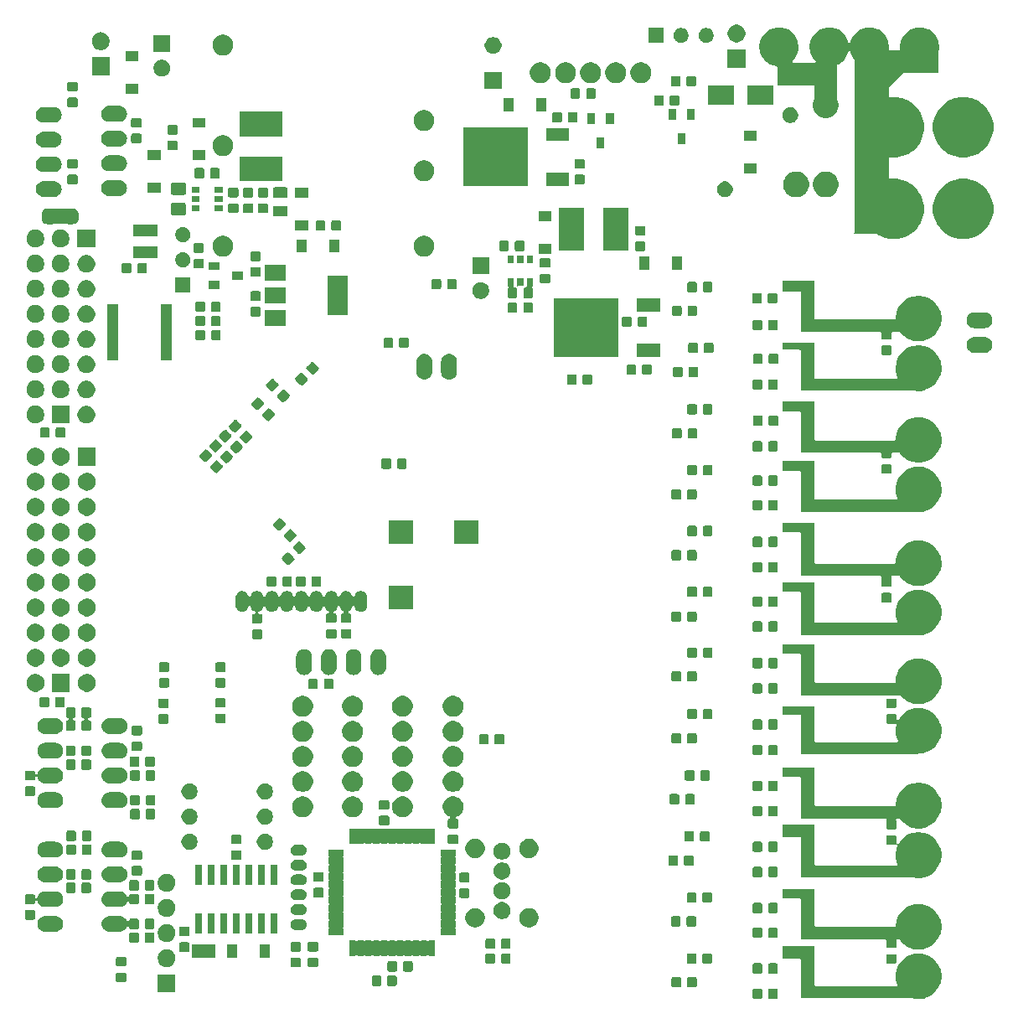
<source format=gbr>
G04 #@! TF.GenerationSoftware,KiCad,Pcbnew,(5.1.6)-1*
G04 #@! TF.CreationDate,2022-01-26T19:38:06+09:00*
G04 #@! TF.ProjectId,Main,4d61696e-2e6b-4696-9361-645f70636258,rev?*
G04 #@! TF.SameCoordinates,Original*
G04 #@! TF.FileFunction,Soldermask,Bot*
G04 #@! TF.FilePolarity,Negative*
%FSLAX46Y46*%
G04 Gerber Fmt 4.6, Leading zero omitted, Abs format (unit mm)*
G04 Created by KiCad (PCBNEW (5.1.6)-1) date 2022-01-26 19:38:06*
%MOMM*%
%LPD*%
G01*
G04 APERTURE LIST*
%ADD10C,0.100000*%
G04 APERTURE END LIST*
D10*
G36*
X116500000Y-135425001D02*
G01*
X116502402Y-135449387D01*
X116509515Y-135472836D01*
X116521066Y-135494447D01*
X116536611Y-135513389D01*
X116555553Y-135528934D01*
X116577164Y-135540485D01*
X116600613Y-135547598D01*
X116624999Y-135550000D01*
X124736555Y-135550000D01*
X124760941Y-135547598D01*
X124784390Y-135540485D01*
X124806001Y-135528934D01*
X124824943Y-135513389D01*
X124840488Y-135494447D01*
X124852039Y-135472836D01*
X124859152Y-135449387D01*
X124861554Y-135425001D01*
X124859152Y-135400615D01*
X124852039Y-135377166D01*
X124851233Y-135375220D01*
X124787426Y-135221177D01*
X124721899Y-134891750D01*
X124699000Y-134776630D01*
X124699000Y-134323370D01*
X124764339Y-133994890D01*
X124787426Y-133878823D01*
X124960880Y-133460068D01*
X125212696Y-133083198D01*
X125533198Y-132762696D01*
X125910068Y-132510880D01*
X126328823Y-132337426D01*
X126629282Y-132277661D01*
X126773370Y-132249000D01*
X127226630Y-132249000D01*
X127370718Y-132277661D01*
X127671177Y-132337426D01*
X128089932Y-132510880D01*
X128466802Y-132762696D01*
X128787304Y-133083198D01*
X129039120Y-133460068D01*
X129212574Y-133878823D01*
X129235661Y-133994890D01*
X129301000Y-134323370D01*
X129301000Y-134776630D01*
X129278101Y-134891750D01*
X129212574Y-135221177D01*
X129039120Y-135639932D01*
X128787304Y-136016802D01*
X128466802Y-136337304D01*
X128089932Y-136589120D01*
X127671177Y-136762574D01*
X127559258Y-136784836D01*
X127226630Y-136851000D01*
X126773370Y-136851000D01*
X126662234Y-136828894D01*
X126328823Y-136762574D01*
X126321432Y-136759513D01*
X126297991Y-136752402D01*
X126273604Y-136750000D01*
X115100000Y-136750000D01*
X115100000Y-132924999D01*
X115097598Y-132900613D01*
X115090485Y-132877164D01*
X115078934Y-132855553D01*
X115063389Y-132836611D01*
X115044447Y-132821066D01*
X115022836Y-132809515D01*
X114999387Y-132802402D01*
X114975001Y-132800000D01*
X113250000Y-132800000D01*
X113250000Y-131500000D01*
X116500000Y-131500000D01*
X116500000Y-135425001D01*
G37*
G36*
X112629591Y-135778085D02*
G01*
X112663569Y-135788393D01*
X112694890Y-135805134D01*
X112722339Y-135827661D01*
X112744866Y-135855110D01*
X112761607Y-135886431D01*
X112771915Y-135920409D01*
X112776000Y-135961890D01*
X112776000Y-136638110D01*
X112771915Y-136679591D01*
X112761607Y-136713569D01*
X112744866Y-136744890D01*
X112722339Y-136772339D01*
X112694890Y-136794866D01*
X112663569Y-136811607D01*
X112629591Y-136821915D01*
X112588110Y-136826000D01*
X111986890Y-136826000D01*
X111945409Y-136821915D01*
X111911431Y-136811607D01*
X111880110Y-136794866D01*
X111852661Y-136772339D01*
X111830134Y-136744890D01*
X111813393Y-136713569D01*
X111803085Y-136679591D01*
X111799000Y-136638110D01*
X111799000Y-135961890D01*
X111803085Y-135920409D01*
X111813393Y-135886431D01*
X111830134Y-135855110D01*
X111852661Y-135827661D01*
X111880110Y-135805134D01*
X111911431Y-135788393D01*
X111945409Y-135778085D01*
X111986890Y-135774000D01*
X112588110Y-135774000D01*
X112629591Y-135778085D01*
G37*
G36*
X111054591Y-135778085D02*
G01*
X111088569Y-135788393D01*
X111119890Y-135805134D01*
X111147339Y-135827661D01*
X111169866Y-135855110D01*
X111186607Y-135886431D01*
X111196915Y-135920409D01*
X111201000Y-135961890D01*
X111201000Y-136638110D01*
X111196915Y-136679591D01*
X111186607Y-136713569D01*
X111169866Y-136744890D01*
X111147339Y-136772339D01*
X111119890Y-136794866D01*
X111088569Y-136811607D01*
X111054591Y-136821915D01*
X111013110Y-136826000D01*
X110411890Y-136826000D01*
X110370409Y-136821915D01*
X110336431Y-136811607D01*
X110305110Y-136794866D01*
X110277661Y-136772339D01*
X110255134Y-136744890D01*
X110238393Y-136713569D01*
X110228085Y-136679591D01*
X110224000Y-136638110D01*
X110224000Y-135961890D01*
X110228085Y-135920409D01*
X110238393Y-135886431D01*
X110255134Y-135855110D01*
X110277661Y-135827661D01*
X110305110Y-135805134D01*
X110336431Y-135788393D01*
X110370409Y-135778085D01*
X110411890Y-135774000D01*
X111013110Y-135774000D01*
X111054591Y-135778085D01*
G37*
G36*
X51901000Y-136151000D02*
G01*
X50099000Y-136151000D01*
X50099000Y-134349000D01*
X51901000Y-134349000D01*
X51901000Y-136151000D01*
G37*
G36*
X104429591Y-134628085D02*
G01*
X104463569Y-134638393D01*
X104494890Y-134655134D01*
X104522339Y-134677661D01*
X104544866Y-134705110D01*
X104561607Y-134736431D01*
X104571915Y-134770409D01*
X104576000Y-134811890D01*
X104576000Y-135488110D01*
X104571915Y-135529591D01*
X104561607Y-135563569D01*
X104544866Y-135594890D01*
X104522339Y-135622339D01*
X104494890Y-135644866D01*
X104463569Y-135661607D01*
X104429591Y-135671915D01*
X104388110Y-135676000D01*
X103786890Y-135676000D01*
X103745409Y-135671915D01*
X103711431Y-135661607D01*
X103680110Y-135644866D01*
X103652661Y-135622339D01*
X103630134Y-135594890D01*
X103613393Y-135563569D01*
X103603085Y-135529591D01*
X103599000Y-135488110D01*
X103599000Y-134811890D01*
X103603085Y-134770409D01*
X103613393Y-134736431D01*
X103630134Y-134705110D01*
X103652661Y-134677661D01*
X103680110Y-134655134D01*
X103711431Y-134638393D01*
X103745409Y-134628085D01*
X103786890Y-134624000D01*
X104388110Y-134624000D01*
X104429591Y-134628085D01*
G37*
G36*
X102854591Y-134628085D02*
G01*
X102888569Y-134638393D01*
X102919890Y-134655134D01*
X102947339Y-134677661D01*
X102969866Y-134705110D01*
X102986607Y-134736431D01*
X102996915Y-134770409D01*
X103001000Y-134811890D01*
X103001000Y-135488110D01*
X102996915Y-135529591D01*
X102986607Y-135563569D01*
X102969866Y-135594890D01*
X102947339Y-135622339D01*
X102919890Y-135644866D01*
X102888569Y-135661607D01*
X102854591Y-135671915D01*
X102813110Y-135676000D01*
X102211890Y-135676000D01*
X102170409Y-135671915D01*
X102136431Y-135661607D01*
X102105110Y-135644866D01*
X102077661Y-135622339D01*
X102055134Y-135594890D01*
X102038393Y-135563569D01*
X102028085Y-135529591D01*
X102024000Y-135488110D01*
X102024000Y-134811890D01*
X102028085Y-134770409D01*
X102038393Y-134736431D01*
X102055134Y-134705110D01*
X102077661Y-134677661D01*
X102105110Y-134655134D01*
X102136431Y-134638393D01*
X102170409Y-134628085D01*
X102211890Y-134624000D01*
X102813110Y-134624000D01*
X102854591Y-134628085D01*
G37*
G36*
X72554591Y-134478085D02*
G01*
X72588569Y-134488393D01*
X72619890Y-134505134D01*
X72647339Y-134527661D01*
X72669866Y-134555110D01*
X72686607Y-134586431D01*
X72696915Y-134620409D01*
X72701000Y-134661890D01*
X72701000Y-135338110D01*
X72696915Y-135379591D01*
X72686607Y-135413569D01*
X72669866Y-135444890D01*
X72647339Y-135472339D01*
X72619890Y-135494866D01*
X72588569Y-135511607D01*
X72554591Y-135521915D01*
X72513110Y-135526000D01*
X71911890Y-135526000D01*
X71870409Y-135521915D01*
X71836431Y-135511607D01*
X71805110Y-135494866D01*
X71777661Y-135472339D01*
X71755134Y-135444890D01*
X71738393Y-135413569D01*
X71728085Y-135379591D01*
X71724000Y-135338110D01*
X71724000Y-134661890D01*
X71728085Y-134620409D01*
X71738393Y-134586431D01*
X71755134Y-134555110D01*
X71777661Y-134527661D01*
X71805110Y-134505134D01*
X71836431Y-134488393D01*
X71870409Y-134478085D01*
X71911890Y-134474000D01*
X72513110Y-134474000D01*
X72554591Y-134478085D01*
G37*
G36*
X74129591Y-134478085D02*
G01*
X74163569Y-134488393D01*
X74194890Y-134505134D01*
X74222339Y-134527661D01*
X74244866Y-134555110D01*
X74261607Y-134586431D01*
X74271915Y-134620409D01*
X74276000Y-134661890D01*
X74276000Y-135338110D01*
X74271915Y-135379591D01*
X74261607Y-135413569D01*
X74244866Y-135444890D01*
X74222339Y-135472339D01*
X74194890Y-135494866D01*
X74163569Y-135511607D01*
X74129591Y-135521915D01*
X74088110Y-135526000D01*
X73486890Y-135526000D01*
X73445409Y-135521915D01*
X73411431Y-135511607D01*
X73380110Y-135494866D01*
X73352661Y-135472339D01*
X73330134Y-135444890D01*
X73313393Y-135413569D01*
X73303085Y-135379591D01*
X73299000Y-135338110D01*
X73299000Y-134661890D01*
X73303085Y-134620409D01*
X73313393Y-134586431D01*
X73330134Y-134555110D01*
X73352661Y-134527661D01*
X73380110Y-134505134D01*
X73411431Y-134488393D01*
X73445409Y-134478085D01*
X73486890Y-134474000D01*
X74088110Y-134474000D01*
X74129591Y-134478085D01*
G37*
G36*
X46799591Y-134163085D02*
G01*
X46833569Y-134173393D01*
X46864890Y-134190134D01*
X46892339Y-134212661D01*
X46914866Y-134240110D01*
X46931607Y-134271431D01*
X46941915Y-134305409D01*
X46946000Y-134346890D01*
X46946000Y-134948110D01*
X46941915Y-134989591D01*
X46931607Y-135023569D01*
X46914866Y-135054890D01*
X46892339Y-135082339D01*
X46864890Y-135104866D01*
X46833569Y-135121607D01*
X46799591Y-135131915D01*
X46758110Y-135136000D01*
X46081890Y-135136000D01*
X46040409Y-135131915D01*
X46006431Y-135121607D01*
X45975110Y-135104866D01*
X45947661Y-135082339D01*
X45925134Y-135054890D01*
X45908393Y-135023569D01*
X45898085Y-134989591D01*
X45894000Y-134948110D01*
X45894000Y-134346890D01*
X45898085Y-134305409D01*
X45908393Y-134271431D01*
X45925134Y-134240110D01*
X45947661Y-134212661D01*
X45975110Y-134190134D01*
X46006431Y-134173393D01*
X46040409Y-134163085D01*
X46081890Y-134159000D01*
X46758110Y-134159000D01*
X46799591Y-134163085D01*
G37*
G36*
X111054591Y-133228085D02*
G01*
X111088569Y-133238393D01*
X111119890Y-133255134D01*
X111147339Y-133277661D01*
X111169866Y-133305110D01*
X111186607Y-133336431D01*
X111196915Y-133370409D01*
X111201000Y-133411890D01*
X111201000Y-134088110D01*
X111196915Y-134129591D01*
X111186607Y-134163569D01*
X111169866Y-134194890D01*
X111147339Y-134222339D01*
X111119890Y-134244866D01*
X111088569Y-134261607D01*
X111054591Y-134271915D01*
X111013110Y-134276000D01*
X110411890Y-134276000D01*
X110370409Y-134271915D01*
X110336431Y-134261607D01*
X110305110Y-134244866D01*
X110277661Y-134222339D01*
X110255134Y-134194890D01*
X110238393Y-134163569D01*
X110228085Y-134129591D01*
X110224000Y-134088110D01*
X110224000Y-133411890D01*
X110228085Y-133370409D01*
X110238393Y-133336431D01*
X110255134Y-133305110D01*
X110277661Y-133277661D01*
X110305110Y-133255134D01*
X110336431Y-133238393D01*
X110370409Y-133228085D01*
X110411890Y-133224000D01*
X111013110Y-133224000D01*
X111054591Y-133228085D01*
G37*
G36*
X112629591Y-133228085D02*
G01*
X112663569Y-133238393D01*
X112694890Y-133255134D01*
X112722339Y-133277661D01*
X112744866Y-133305110D01*
X112761607Y-133336431D01*
X112771915Y-133370409D01*
X112776000Y-133411890D01*
X112776000Y-134088110D01*
X112771915Y-134129591D01*
X112761607Y-134163569D01*
X112744866Y-134194890D01*
X112722339Y-134222339D01*
X112694890Y-134244866D01*
X112663569Y-134261607D01*
X112629591Y-134271915D01*
X112588110Y-134276000D01*
X111986890Y-134276000D01*
X111945409Y-134271915D01*
X111911431Y-134261607D01*
X111880110Y-134244866D01*
X111852661Y-134222339D01*
X111830134Y-134194890D01*
X111813393Y-134163569D01*
X111803085Y-134129591D01*
X111799000Y-134088110D01*
X111799000Y-133411890D01*
X111803085Y-133370409D01*
X111813393Y-133336431D01*
X111830134Y-133305110D01*
X111852661Y-133277661D01*
X111880110Y-133255134D01*
X111911431Y-133238393D01*
X111945409Y-133228085D01*
X111986890Y-133224000D01*
X112588110Y-133224000D01*
X112629591Y-133228085D01*
G37*
G36*
X75729591Y-133028085D02*
G01*
X75763569Y-133038393D01*
X75794890Y-133055134D01*
X75822339Y-133077661D01*
X75844866Y-133105110D01*
X75861607Y-133136431D01*
X75871915Y-133170409D01*
X75876000Y-133211890D01*
X75876000Y-133888110D01*
X75871915Y-133929591D01*
X75861607Y-133963569D01*
X75844866Y-133994890D01*
X75822339Y-134022339D01*
X75794890Y-134044866D01*
X75763569Y-134061607D01*
X75729591Y-134071915D01*
X75688110Y-134076000D01*
X75086890Y-134076000D01*
X75045409Y-134071915D01*
X75011431Y-134061607D01*
X74980110Y-134044866D01*
X74952661Y-134022339D01*
X74930134Y-133994890D01*
X74913393Y-133963569D01*
X74903085Y-133929591D01*
X74899000Y-133888110D01*
X74899000Y-133211890D01*
X74903085Y-133170409D01*
X74913393Y-133136431D01*
X74930134Y-133105110D01*
X74952661Y-133077661D01*
X74980110Y-133055134D01*
X75011431Y-133038393D01*
X75045409Y-133028085D01*
X75086890Y-133024000D01*
X75688110Y-133024000D01*
X75729591Y-133028085D01*
G37*
G36*
X74154591Y-133028085D02*
G01*
X74188569Y-133038393D01*
X74219890Y-133055134D01*
X74247339Y-133077661D01*
X74269866Y-133105110D01*
X74286607Y-133136431D01*
X74296915Y-133170409D01*
X74301000Y-133211890D01*
X74301000Y-133888110D01*
X74296915Y-133929591D01*
X74286607Y-133963569D01*
X74269866Y-133994890D01*
X74247339Y-134022339D01*
X74219890Y-134044866D01*
X74188569Y-134061607D01*
X74154591Y-134071915D01*
X74113110Y-134076000D01*
X73511890Y-134076000D01*
X73470409Y-134071915D01*
X73436431Y-134061607D01*
X73405110Y-134044866D01*
X73377661Y-134022339D01*
X73355134Y-133994890D01*
X73338393Y-133963569D01*
X73328085Y-133929591D01*
X73324000Y-133888110D01*
X73324000Y-133211890D01*
X73328085Y-133170409D01*
X73338393Y-133136431D01*
X73355134Y-133105110D01*
X73377661Y-133077661D01*
X73405110Y-133055134D01*
X73436431Y-133038393D01*
X73470409Y-133028085D01*
X73511890Y-133024000D01*
X74113110Y-133024000D01*
X74154591Y-133028085D01*
G37*
G36*
X66179591Y-132653085D02*
G01*
X66213569Y-132663393D01*
X66244890Y-132680134D01*
X66272339Y-132702661D01*
X66294866Y-132730110D01*
X66311607Y-132761431D01*
X66321915Y-132795409D01*
X66326000Y-132836890D01*
X66326000Y-133438110D01*
X66321915Y-133479591D01*
X66311607Y-133513569D01*
X66294866Y-133544890D01*
X66272339Y-133572339D01*
X66244890Y-133594866D01*
X66213569Y-133611607D01*
X66179591Y-133621915D01*
X66138110Y-133626000D01*
X65461890Y-133626000D01*
X65420409Y-133621915D01*
X65386431Y-133611607D01*
X65355110Y-133594866D01*
X65327661Y-133572339D01*
X65305134Y-133544890D01*
X65288393Y-133513569D01*
X65278085Y-133479591D01*
X65274000Y-133438110D01*
X65274000Y-132836890D01*
X65278085Y-132795409D01*
X65288393Y-132761431D01*
X65305134Y-132730110D01*
X65327661Y-132702661D01*
X65355110Y-132680134D01*
X65386431Y-132663393D01*
X65420409Y-132653085D01*
X65461890Y-132649000D01*
X66138110Y-132649000D01*
X66179591Y-132653085D01*
G37*
G36*
X64429591Y-132653085D02*
G01*
X64463569Y-132663393D01*
X64494890Y-132680134D01*
X64522339Y-132702661D01*
X64544866Y-132730110D01*
X64561607Y-132761431D01*
X64571915Y-132795409D01*
X64576000Y-132836890D01*
X64576000Y-133438110D01*
X64571915Y-133479591D01*
X64561607Y-133513569D01*
X64544866Y-133544890D01*
X64522339Y-133572339D01*
X64494890Y-133594866D01*
X64463569Y-133611607D01*
X64429591Y-133621915D01*
X64388110Y-133626000D01*
X63711890Y-133626000D01*
X63670409Y-133621915D01*
X63636431Y-133611607D01*
X63605110Y-133594866D01*
X63577661Y-133572339D01*
X63555134Y-133544890D01*
X63538393Y-133513569D01*
X63528085Y-133479591D01*
X63524000Y-133438110D01*
X63524000Y-132836890D01*
X63528085Y-132795409D01*
X63538393Y-132761431D01*
X63555134Y-132730110D01*
X63577661Y-132702661D01*
X63605110Y-132680134D01*
X63636431Y-132663393D01*
X63670409Y-132653085D01*
X63711890Y-132649000D01*
X64388110Y-132649000D01*
X64429591Y-132653085D01*
G37*
G36*
X51113512Y-131813927D02*
G01*
X51262812Y-131843624D01*
X51426784Y-131911544D01*
X51574354Y-132010147D01*
X51699853Y-132135646D01*
X51798456Y-132283216D01*
X51866376Y-132447188D01*
X51885483Y-132543250D01*
X51901000Y-132621258D01*
X51901000Y-132798742D01*
X51900750Y-132800000D01*
X51866376Y-132972812D01*
X51798456Y-133136784D01*
X51699853Y-133284354D01*
X51574354Y-133409853D01*
X51426784Y-133508456D01*
X51262812Y-133576376D01*
X51113512Y-133606073D01*
X51088742Y-133611000D01*
X50911258Y-133611000D01*
X50886488Y-133606073D01*
X50737188Y-133576376D01*
X50573216Y-133508456D01*
X50425646Y-133409853D01*
X50300147Y-133284354D01*
X50201544Y-133136784D01*
X50133624Y-132972812D01*
X50099250Y-132800000D01*
X50099000Y-132798742D01*
X50099000Y-132621258D01*
X50114517Y-132543250D01*
X50133624Y-132447188D01*
X50201544Y-132283216D01*
X50300147Y-132135646D01*
X50425646Y-132010147D01*
X50573216Y-131911544D01*
X50737188Y-131843624D01*
X50886488Y-131813927D01*
X50911258Y-131809000D01*
X51088742Y-131809000D01*
X51113512Y-131813927D01*
G37*
G36*
X46799591Y-132588085D02*
G01*
X46833569Y-132598393D01*
X46864890Y-132615134D01*
X46892339Y-132637661D01*
X46914866Y-132665110D01*
X46931607Y-132696431D01*
X46941915Y-132730409D01*
X46946000Y-132771890D01*
X46946000Y-133373110D01*
X46941915Y-133414591D01*
X46931607Y-133448569D01*
X46914866Y-133479890D01*
X46892339Y-133507339D01*
X46864890Y-133529866D01*
X46833569Y-133546607D01*
X46799591Y-133556915D01*
X46758110Y-133561000D01*
X46081890Y-133561000D01*
X46040409Y-133556915D01*
X46006431Y-133546607D01*
X45975110Y-133529866D01*
X45947661Y-133507339D01*
X45925134Y-133479890D01*
X45908393Y-133448569D01*
X45898085Y-133414591D01*
X45894000Y-133373110D01*
X45894000Y-132771890D01*
X45898085Y-132730409D01*
X45908393Y-132696431D01*
X45925134Y-132665110D01*
X45947661Y-132637661D01*
X45975110Y-132615134D01*
X46006431Y-132598393D01*
X46040409Y-132588085D01*
X46081890Y-132584000D01*
X46758110Y-132584000D01*
X46799591Y-132588085D01*
G37*
G36*
X104404591Y-132228085D02*
G01*
X104438569Y-132238393D01*
X104469890Y-132255134D01*
X104497339Y-132277661D01*
X104519866Y-132305110D01*
X104536607Y-132336431D01*
X104546915Y-132370409D01*
X104551000Y-132411890D01*
X104551000Y-133088110D01*
X104546915Y-133129591D01*
X104536607Y-133163569D01*
X104519866Y-133194890D01*
X104497339Y-133222339D01*
X104469890Y-133244866D01*
X104438569Y-133261607D01*
X104404591Y-133271915D01*
X104363110Y-133276000D01*
X103761890Y-133276000D01*
X103720409Y-133271915D01*
X103686431Y-133261607D01*
X103655110Y-133244866D01*
X103627661Y-133222339D01*
X103605134Y-133194890D01*
X103588393Y-133163569D01*
X103578085Y-133129591D01*
X103574000Y-133088110D01*
X103574000Y-132411890D01*
X103578085Y-132370409D01*
X103588393Y-132336431D01*
X103605134Y-132305110D01*
X103627661Y-132277661D01*
X103655110Y-132255134D01*
X103686431Y-132238393D01*
X103720409Y-132228085D01*
X103761890Y-132224000D01*
X104363110Y-132224000D01*
X104404591Y-132228085D01*
G37*
G36*
X105979591Y-132228085D02*
G01*
X106013569Y-132238393D01*
X106044890Y-132255134D01*
X106072339Y-132277661D01*
X106094866Y-132305110D01*
X106111607Y-132336431D01*
X106121915Y-132370409D01*
X106126000Y-132411890D01*
X106126000Y-133088110D01*
X106121915Y-133129591D01*
X106111607Y-133163569D01*
X106094866Y-133194890D01*
X106072339Y-133222339D01*
X106044890Y-133244866D01*
X106013569Y-133261607D01*
X105979591Y-133271915D01*
X105938110Y-133276000D01*
X105336890Y-133276000D01*
X105295409Y-133271915D01*
X105261431Y-133261607D01*
X105230110Y-133244866D01*
X105202661Y-133222339D01*
X105180134Y-133194890D01*
X105163393Y-133163569D01*
X105153085Y-133129591D01*
X105149000Y-133088110D01*
X105149000Y-132411890D01*
X105153085Y-132370409D01*
X105163393Y-132336431D01*
X105180134Y-132305110D01*
X105202661Y-132277661D01*
X105230110Y-132255134D01*
X105261431Y-132238393D01*
X105295409Y-132228085D01*
X105336890Y-132224000D01*
X105938110Y-132224000D01*
X105979591Y-132228085D01*
G37*
G36*
X85629591Y-132228085D02*
G01*
X85663569Y-132238393D01*
X85694890Y-132255134D01*
X85722339Y-132277661D01*
X85744866Y-132305110D01*
X85761607Y-132336431D01*
X85771915Y-132370409D01*
X85776000Y-132411890D01*
X85776000Y-133088110D01*
X85771915Y-133129591D01*
X85761607Y-133163569D01*
X85744866Y-133194890D01*
X85722339Y-133222339D01*
X85694890Y-133244866D01*
X85663569Y-133261607D01*
X85629591Y-133271915D01*
X85588110Y-133276000D01*
X84986890Y-133276000D01*
X84945409Y-133271915D01*
X84911431Y-133261607D01*
X84880110Y-133244866D01*
X84852661Y-133222339D01*
X84830134Y-133194890D01*
X84813393Y-133163569D01*
X84803085Y-133129591D01*
X84799000Y-133088110D01*
X84799000Y-132411890D01*
X84803085Y-132370409D01*
X84813393Y-132336431D01*
X84830134Y-132305110D01*
X84852661Y-132277661D01*
X84880110Y-132255134D01*
X84911431Y-132238393D01*
X84945409Y-132228085D01*
X84986890Y-132224000D01*
X85588110Y-132224000D01*
X85629591Y-132228085D01*
G37*
G36*
X84054591Y-132228085D02*
G01*
X84088569Y-132238393D01*
X84119890Y-132255134D01*
X84147339Y-132277661D01*
X84169866Y-132305110D01*
X84186607Y-132336431D01*
X84196915Y-132370409D01*
X84201000Y-132411890D01*
X84201000Y-133088110D01*
X84196915Y-133129591D01*
X84186607Y-133163569D01*
X84169866Y-133194890D01*
X84147339Y-133222339D01*
X84119890Y-133244866D01*
X84088569Y-133261607D01*
X84054591Y-133271915D01*
X84013110Y-133276000D01*
X83411890Y-133276000D01*
X83370409Y-133271915D01*
X83336431Y-133261607D01*
X83305110Y-133244866D01*
X83277661Y-133222339D01*
X83255134Y-133194890D01*
X83238393Y-133163569D01*
X83228085Y-133129591D01*
X83224000Y-133088110D01*
X83224000Y-132411890D01*
X83228085Y-132370409D01*
X83238393Y-132336431D01*
X83255134Y-132305110D01*
X83277661Y-132277661D01*
X83305110Y-132255134D01*
X83336431Y-132238393D01*
X83370409Y-132228085D01*
X83411890Y-132224000D01*
X84013110Y-132224000D01*
X84054591Y-132228085D01*
G37*
G36*
X124629591Y-132303085D02*
G01*
X124663569Y-132313393D01*
X124694890Y-132330134D01*
X124722339Y-132352661D01*
X124744866Y-132380110D01*
X124761607Y-132411431D01*
X124771915Y-132445409D01*
X124776000Y-132486890D01*
X124776000Y-133088110D01*
X124771915Y-133129591D01*
X124761607Y-133163569D01*
X124744866Y-133194890D01*
X124722339Y-133222339D01*
X124694890Y-133244866D01*
X124663569Y-133261607D01*
X124629591Y-133271915D01*
X124588110Y-133276000D01*
X123911890Y-133276000D01*
X123870409Y-133271915D01*
X123836431Y-133261607D01*
X123805110Y-133244866D01*
X123777661Y-133222339D01*
X123755134Y-133194890D01*
X123738393Y-133163569D01*
X123728085Y-133129591D01*
X123724000Y-133088110D01*
X123724000Y-132486890D01*
X123728085Y-132445409D01*
X123738393Y-132411431D01*
X123755134Y-132380110D01*
X123777661Y-132352661D01*
X123805110Y-132330134D01*
X123836431Y-132313393D01*
X123870409Y-132303085D01*
X123911890Y-132299000D01*
X124588110Y-132299000D01*
X124629591Y-132303085D01*
G37*
G36*
X55918600Y-132686000D02*
G01*
X53581400Y-132686000D01*
X53581400Y-131314000D01*
X55918600Y-131314000D01*
X55918600Y-132686000D01*
G37*
G36*
X61401000Y-132651000D02*
G01*
X60399000Y-132651000D01*
X60399000Y-131349000D01*
X61401000Y-131349000D01*
X61401000Y-132651000D01*
G37*
G36*
X58101000Y-132651000D02*
G01*
X57099000Y-132651000D01*
X57099000Y-131349000D01*
X58101000Y-131349000D01*
X58101000Y-132651000D01*
G37*
G36*
X70044987Y-130926524D02*
G01*
X70063730Y-130932210D01*
X70080997Y-130941439D01*
X70096138Y-130953865D01*
X70103375Y-130962683D01*
X70120702Y-130980010D01*
X70141076Y-130993623D01*
X70163715Y-131003001D01*
X70187748Y-131007781D01*
X70212252Y-131007781D01*
X70236285Y-131003001D01*
X70258924Y-130993623D01*
X70279299Y-130980009D01*
X70296625Y-130962683D01*
X70303862Y-130953865D01*
X70319003Y-130941439D01*
X70336270Y-130932210D01*
X70355013Y-130926524D01*
X70380640Y-130924000D01*
X70819360Y-130924000D01*
X70844987Y-130926524D01*
X70863730Y-130932210D01*
X70880997Y-130941439D01*
X70896138Y-130953865D01*
X70903375Y-130962683D01*
X70920702Y-130980010D01*
X70941076Y-130993623D01*
X70963715Y-131003001D01*
X70987748Y-131007781D01*
X71012252Y-131007781D01*
X71036285Y-131003001D01*
X71058924Y-130993623D01*
X71079299Y-130980009D01*
X71096625Y-130962683D01*
X71103862Y-130953865D01*
X71119003Y-130941439D01*
X71136270Y-130932210D01*
X71155013Y-130926524D01*
X71180640Y-130924000D01*
X71619360Y-130924000D01*
X71644987Y-130926524D01*
X71663730Y-130932210D01*
X71680997Y-130941439D01*
X71696138Y-130953865D01*
X71703375Y-130962683D01*
X71720702Y-130980010D01*
X71741076Y-130993623D01*
X71763715Y-131003001D01*
X71787748Y-131007781D01*
X71812252Y-131007781D01*
X71836285Y-131003001D01*
X71858924Y-130993623D01*
X71879299Y-130980009D01*
X71896625Y-130962683D01*
X71903862Y-130953865D01*
X71919003Y-130941439D01*
X71936270Y-130932210D01*
X71955013Y-130926524D01*
X71980640Y-130924000D01*
X72419360Y-130924000D01*
X72444987Y-130926524D01*
X72463730Y-130932210D01*
X72480997Y-130941439D01*
X72496138Y-130953865D01*
X72503375Y-130962683D01*
X72520702Y-130980010D01*
X72541076Y-130993623D01*
X72563715Y-131003001D01*
X72587748Y-131007781D01*
X72612252Y-131007781D01*
X72636285Y-131003001D01*
X72658924Y-130993623D01*
X72679299Y-130980009D01*
X72696625Y-130962683D01*
X72703862Y-130953865D01*
X72719003Y-130941439D01*
X72736270Y-130932210D01*
X72755013Y-130926524D01*
X72780640Y-130924000D01*
X73219360Y-130924000D01*
X73244987Y-130926524D01*
X73263730Y-130932210D01*
X73280997Y-130941439D01*
X73296138Y-130953865D01*
X73303375Y-130962683D01*
X73320702Y-130980010D01*
X73341076Y-130993623D01*
X73363715Y-131003001D01*
X73387748Y-131007781D01*
X73412252Y-131007781D01*
X73436285Y-131003001D01*
X73458924Y-130993623D01*
X73479299Y-130980009D01*
X73496625Y-130962683D01*
X73503862Y-130953865D01*
X73519003Y-130941439D01*
X73536270Y-130932210D01*
X73555013Y-130926524D01*
X73580640Y-130924000D01*
X74019360Y-130924000D01*
X74044987Y-130926524D01*
X74063730Y-130932210D01*
X74080997Y-130941439D01*
X74096138Y-130953865D01*
X74103375Y-130962683D01*
X74120702Y-130980010D01*
X74141076Y-130993623D01*
X74163715Y-131003001D01*
X74187748Y-131007781D01*
X74212252Y-131007781D01*
X74236285Y-131003001D01*
X74258924Y-130993623D01*
X74279299Y-130980009D01*
X74296625Y-130962683D01*
X74303862Y-130953865D01*
X74319003Y-130941439D01*
X74336270Y-130932210D01*
X74355013Y-130926524D01*
X74380640Y-130924000D01*
X74819360Y-130924000D01*
X74844987Y-130926524D01*
X74863730Y-130932210D01*
X74880997Y-130941439D01*
X74896138Y-130953865D01*
X74903375Y-130962683D01*
X74920702Y-130980010D01*
X74941076Y-130993623D01*
X74963715Y-131003001D01*
X74987748Y-131007781D01*
X75012252Y-131007781D01*
X75036285Y-131003001D01*
X75058924Y-130993623D01*
X75079299Y-130980009D01*
X75096625Y-130962683D01*
X75103862Y-130953865D01*
X75119003Y-130941439D01*
X75136270Y-130932210D01*
X75155013Y-130926524D01*
X75180640Y-130924000D01*
X75619360Y-130924000D01*
X75644987Y-130926524D01*
X75663730Y-130932210D01*
X75680997Y-130941439D01*
X75696138Y-130953865D01*
X75703375Y-130962683D01*
X75720702Y-130980010D01*
X75741076Y-130993623D01*
X75763715Y-131003001D01*
X75787748Y-131007781D01*
X75812252Y-131007781D01*
X75836285Y-131003001D01*
X75858924Y-130993623D01*
X75879299Y-130980009D01*
X75896625Y-130962683D01*
X75903862Y-130953865D01*
X75919003Y-130941439D01*
X75936270Y-130932210D01*
X75955013Y-130926524D01*
X75980640Y-130924000D01*
X76419360Y-130924000D01*
X76444987Y-130926524D01*
X76463730Y-130932210D01*
X76480997Y-130941439D01*
X76496138Y-130953865D01*
X76503375Y-130962683D01*
X76520702Y-130980010D01*
X76541076Y-130993623D01*
X76563715Y-131003001D01*
X76587748Y-131007781D01*
X76612252Y-131007781D01*
X76636285Y-131003001D01*
X76658924Y-130993623D01*
X76679299Y-130980009D01*
X76696625Y-130962683D01*
X76703862Y-130953865D01*
X76719003Y-130941439D01*
X76736270Y-130932210D01*
X76755013Y-130926524D01*
X76780640Y-130924000D01*
X77219360Y-130924000D01*
X77244987Y-130926524D01*
X77263730Y-130932210D01*
X77280997Y-130941439D01*
X77296138Y-130953865D01*
X77303375Y-130962683D01*
X77320702Y-130980010D01*
X77341076Y-130993623D01*
X77363715Y-131003001D01*
X77387748Y-131007781D01*
X77412252Y-131007781D01*
X77436285Y-131003001D01*
X77458924Y-130993623D01*
X77479299Y-130980009D01*
X77496625Y-130962683D01*
X77503862Y-130953865D01*
X77519003Y-130941439D01*
X77536270Y-130932210D01*
X77555013Y-130926524D01*
X77580640Y-130924000D01*
X78019360Y-130924000D01*
X78044987Y-130926524D01*
X78063730Y-130932210D01*
X78080997Y-130941439D01*
X78096136Y-130953864D01*
X78108561Y-130969003D01*
X78117790Y-130986270D01*
X78123476Y-131005013D01*
X78126000Y-131030640D01*
X78126000Y-132394360D01*
X78123476Y-132419987D01*
X78117790Y-132438730D01*
X78108561Y-132455997D01*
X78096136Y-132471136D01*
X78080997Y-132483561D01*
X78063730Y-132492790D01*
X78044987Y-132498476D01*
X78019360Y-132501000D01*
X77580640Y-132501000D01*
X77555013Y-132498476D01*
X77536270Y-132492790D01*
X77519003Y-132483561D01*
X77503862Y-132471135D01*
X77496625Y-132462317D01*
X77479298Y-132444990D01*
X77458924Y-132431377D01*
X77436285Y-132421999D01*
X77412252Y-132417219D01*
X77387748Y-132417219D01*
X77363715Y-132421999D01*
X77341076Y-132431377D01*
X77320701Y-132444991D01*
X77303375Y-132462317D01*
X77296138Y-132471135D01*
X77280997Y-132483561D01*
X77263730Y-132492790D01*
X77244987Y-132498476D01*
X77219360Y-132501000D01*
X76780640Y-132501000D01*
X76755013Y-132498476D01*
X76736270Y-132492790D01*
X76719003Y-132483561D01*
X76703862Y-132471135D01*
X76696625Y-132462317D01*
X76679298Y-132444990D01*
X76658924Y-132431377D01*
X76636285Y-132421999D01*
X76612252Y-132417219D01*
X76587748Y-132417219D01*
X76563715Y-132421999D01*
X76541076Y-132431377D01*
X76520701Y-132444991D01*
X76503375Y-132462317D01*
X76496138Y-132471135D01*
X76480997Y-132483561D01*
X76463730Y-132492790D01*
X76444987Y-132498476D01*
X76419360Y-132501000D01*
X75980640Y-132501000D01*
X75955013Y-132498476D01*
X75936270Y-132492790D01*
X75919003Y-132483561D01*
X75903862Y-132471135D01*
X75896625Y-132462317D01*
X75879298Y-132444990D01*
X75858924Y-132431377D01*
X75836285Y-132421999D01*
X75812252Y-132417219D01*
X75787748Y-132417219D01*
X75763715Y-132421999D01*
X75741076Y-132431377D01*
X75720701Y-132444991D01*
X75703375Y-132462317D01*
X75696138Y-132471135D01*
X75680997Y-132483561D01*
X75663730Y-132492790D01*
X75644987Y-132498476D01*
X75619360Y-132501000D01*
X75180640Y-132501000D01*
X75155013Y-132498476D01*
X75136270Y-132492790D01*
X75119003Y-132483561D01*
X75103862Y-132471135D01*
X75096625Y-132462317D01*
X75079298Y-132444990D01*
X75058924Y-132431377D01*
X75036285Y-132421999D01*
X75012252Y-132417219D01*
X74987748Y-132417219D01*
X74963715Y-132421999D01*
X74941076Y-132431377D01*
X74920701Y-132444991D01*
X74903375Y-132462317D01*
X74896138Y-132471135D01*
X74880997Y-132483561D01*
X74863730Y-132492790D01*
X74844987Y-132498476D01*
X74819360Y-132501000D01*
X74380640Y-132501000D01*
X74355013Y-132498476D01*
X74336270Y-132492790D01*
X74319003Y-132483561D01*
X74303862Y-132471135D01*
X74296625Y-132462317D01*
X74279298Y-132444990D01*
X74258924Y-132431377D01*
X74236285Y-132421999D01*
X74212252Y-132417219D01*
X74187748Y-132417219D01*
X74163715Y-132421999D01*
X74141076Y-132431377D01*
X74120701Y-132444991D01*
X74103375Y-132462317D01*
X74096138Y-132471135D01*
X74080997Y-132483561D01*
X74063730Y-132492790D01*
X74044987Y-132498476D01*
X74019360Y-132501000D01*
X73580640Y-132501000D01*
X73555013Y-132498476D01*
X73536270Y-132492790D01*
X73519003Y-132483561D01*
X73503862Y-132471135D01*
X73496625Y-132462317D01*
X73479298Y-132444990D01*
X73458924Y-132431377D01*
X73436285Y-132421999D01*
X73412252Y-132417219D01*
X73387748Y-132417219D01*
X73363715Y-132421999D01*
X73341076Y-132431377D01*
X73320701Y-132444991D01*
X73303375Y-132462317D01*
X73296138Y-132471135D01*
X73280997Y-132483561D01*
X73263730Y-132492790D01*
X73244987Y-132498476D01*
X73219360Y-132501000D01*
X72780640Y-132501000D01*
X72755013Y-132498476D01*
X72736270Y-132492790D01*
X72719003Y-132483561D01*
X72703862Y-132471135D01*
X72696625Y-132462317D01*
X72679298Y-132444990D01*
X72658924Y-132431377D01*
X72636285Y-132421999D01*
X72612252Y-132417219D01*
X72587748Y-132417219D01*
X72563715Y-132421999D01*
X72541076Y-132431377D01*
X72520701Y-132444991D01*
X72503375Y-132462317D01*
X72496138Y-132471135D01*
X72480997Y-132483561D01*
X72463730Y-132492790D01*
X72444987Y-132498476D01*
X72419360Y-132501000D01*
X71980640Y-132501000D01*
X71955013Y-132498476D01*
X71936270Y-132492790D01*
X71919003Y-132483561D01*
X71903862Y-132471135D01*
X71896625Y-132462317D01*
X71879298Y-132444990D01*
X71858924Y-132431377D01*
X71836285Y-132421999D01*
X71812252Y-132417219D01*
X71787748Y-132417219D01*
X71763715Y-132421999D01*
X71741076Y-132431377D01*
X71720701Y-132444991D01*
X71703375Y-132462317D01*
X71696138Y-132471135D01*
X71680997Y-132483561D01*
X71663730Y-132492790D01*
X71644987Y-132498476D01*
X71619360Y-132501000D01*
X71180640Y-132501000D01*
X71155013Y-132498476D01*
X71136270Y-132492790D01*
X71119003Y-132483561D01*
X71103862Y-132471135D01*
X71096625Y-132462317D01*
X71079298Y-132444990D01*
X71058924Y-132431377D01*
X71036285Y-132421999D01*
X71012252Y-132417219D01*
X70987748Y-132417219D01*
X70963715Y-132421999D01*
X70941076Y-132431377D01*
X70920701Y-132444991D01*
X70903375Y-132462317D01*
X70896138Y-132471135D01*
X70880997Y-132483561D01*
X70863730Y-132492790D01*
X70844987Y-132498476D01*
X70819360Y-132501000D01*
X70380640Y-132501000D01*
X70355013Y-132498476D01*
X70336270Y-132492790D01*
X70319003Y-132483561D01*
X70303862Y-132471135D01*
X70296625Y-132462317D01*
X70279298Y-132444990D01*
X70258924Y-132431377D01*
X70236285Y-132421999D01*
X70212252Y-132417219D01*
X70187748Y-132417219D01*
X70163715Y-132421999D01*
X70141076Y-132431377D01*
X70120701Y-132444991D01*
X70103375Y-132462317D01*
X70096138Y-132471135D01*
X70080997Y-132483561D01*
X70063730Y-132492790D01*
X70044987Y-132498476D01*
X70019360Y-132501000D01*
X69580640Y-132501000D01*
X69555013Y-132498476D01*
X69536270Y-132492790D01*
X69519003Y-132483561D01*
X69503864Y-132471136D01*
X69491439Y-132455997D01*
X69482210Y-132438730D01*
X69476524Y-132419987D01*
X69474000Y-132394360D01*
X69474000Y-131030640D01*
X69476524Y-131005013D01*
X69482210Y-130986270D01*
X69491439Y-130969003D01*
X69503864Y-130953864D01*
X69519003Y-130941439D01*
X69536270Y-130932210D01*
X69555013Y-130926524D01*
X69580640Y-130924000D01*
X70019360Y-130924000D01*
X70044987Y-130926524D01*
G37*
G36*
X53179591Y-131103085D02*
G01*
X53213569Y-131113393D01*
X53244890Y-131130134D01*
X53272339Y-131152661D01*
X53294866Y-131180110D01*
X53311607Y-131211431D01*
X53321915Y-131245409D01*
X53326000Y-131286890D01*
X53326000Y-131888110D01*
X53321915Y-131929591D01*
X53311607Y-131963569D01*
X53294866Y-131994890D01*
X53272339Y-132022339D01*
X53244890Y-132044866D01*
X53213569Y-132061607D01*
X53179591Y-132071915D01*
X53138110Y-132076000D01*
X52461890Y-132076000D01*
X52420409Y-132071915D01*
X52386431Y-132061607D01*
X52355110Y-132044866D01*
X52327661Y-132022339D01*
X52305134Y-131994890D01*
X52288393Y-131963569D01*
X52278085Y-131929591D01*
X52274000Y-131888110D01*
X52274000Y-131286890D01*
X52278085Y-131245409D01*
X52288393Y-131211431D01*
X52305134Y-131180110D01*
X52327661Y-131152661D01*
X52355110Y-131130134D01*
X52386431Y-131113393D01*
X52420409Y-131103085D01*
X52461890Y-131099000D01*
X53138110Y-131099000D01*
X53179591Y-131103085D01*
G37*
G36*
X64429591Y-131078085D02*
G01*
X64463569Y-131088393D01*
X64494890Y-131105134D01*
X64522339Y-131127661D01*
X64544866Y-131155110D01*
X64561607Y-131186431D01*
X64571915Y-131220409D01*
X64576000Y-131261890D01*
X64576000Y-131863110D01*
X64571915Y-131904591D01*
X64561607Y-131938569D01*
X64544866Y-131969890D01*
X64522339Y-131997339D01*
X64494890Y-132019866D01*
X64463569Y-132036607D01*
X64429591Y-132046915D01*
X64388110Y-132051000D01*
X63711890Y-132051000D01*
X63670409Y-132046915D01*
X63636431Y-132036607D01*
X63605110Y-132019866D01*
X63577661Y-131997339D01*
X63555134Y-131969890D01*
X63538393Y-131938569D01*
X63528085Y-131904591D01*
X63524000Y-131863110D01*
X63524000Y-131261890D01*
X63528085Y-131220409D01*
X63538393Y-131186431D01*
X63555134Y-131155110D01*
X63577661Y-131127661D01*
X63605110Y-131105134D01*
X63636431Y-131088393D01*
X63670409Y-131078085D01*
X63711890Y-131074000D01*
X64388110Y-131074000D01*
X64429591Y-131078085D01*
G37*
G36*
X66179591Y-131078085D02*
G01*
X66213569Y-131088393D01*
X66244890Y-131105134D01*
X66272339Y-131127661D01*
X66294866Y-131155110D01*
X66311607Y-131186431D01*
X66321915Y-131220409D01*
X66326000Y-131261890D01*
X66326000Y-131863110D01*
X66321915Y-131904591D01*
X66311607Y-131938569D01*
X66294866Y-131969890D01*
X66272339Y-131997339D01*
X66244890Y-132019866D01*
X66213569Y-132036607D01*
X66179591Y-132046915D01*
X66138110Y-132051000D01*
X65461890Y-132051000D01*
X65420409Y-132046915D01*
X65386431Y-132036607D01*
X65355110Y-132019866D01*
X65327661Y-131997339D01*
X65305134Y-131969890D01*
X65288393Y-131938569D01*
X65278085Y-131904591D01*
X65274000Y-131863110D01*
X65274000Y-131261890D01*
X65278085Y-131220409D01*
X65288393Y-131186431D01*
X65305134Y-131155110D01*
X65327661Y-131127661D01*
X65355110Y-131105134D01*
X65386431Y-131088393D01*
X65420409Y-131078085D01*
X65461890Y-131074000D01*
X66138110Y-131074000D01*
X66179591Y-131078085D01*
G37*
G36*
X116500000Y-129425001D02*
G01*
X116502402Y-129449387D01*
X116509515Y-129472836D01*
X116521066Y-129494447D01*
X116536611Y-129513389D01*
X116555553Y-129528934D01*
X116577164Y-129540485D01*
X116600613Y-129547598D01*
X116624999Y-129550000D01*
X124574001Y-129550000D01*
X124598387Y-129547598D01*
X124621836Y-129540485D01*
X124643447Y-129528934D01*
X124662389Y-129513389D01*
X124677934Y-129494447D01*
X124689485Y-129472836D01*
X124696598Y-129449387D01*
X124699000Y-129425001D01*
X124699000Y-129323370D01*
X124746017Y-129087000D01*
X124787426Y-128878823D01*
X124960880Y-128460068D01*
X125212696Y-128083198D01*
X125533198Y-127762696D01*
X125910068Y-127510880D01*
X126328823Y-127337426D01*
X126585926Y-127286285D01*
X126773370Y-127249000D01*
X127226630Y-127249000D01*
X127414074Y-127286285D01*
X127671177Y-127337426D01*
X128089932Y-127510880D01*
X128466802Y-127762696D01*
X128787304Y-128083198D01*
X129039120Y-128460068D01*
X129212574Y-128878823D01*
X129253983Y-129087000D01*
X129301000Y-129323370D01*
X129301000Y-129776630D01*
X129279046Y-129887000D01*
X129212574Y-130221177D01*
X129039120Y-130639932D01*
X128787304Y-131016802D01*
X128466802Y-131337304D01*
X128089932Y-131589120D01*
X127671177Y-131762574D01*
X127449089Y-131806750D01*
X127226630Y-131851000D01*
X126773370Y-131851000D01*
X126550911Y-131806750D01*
X126328823Y-131762574D01*
X125910068Y-131589120D01*
X125533198Y-131337304D01*
X125212696Y-131016802D01*
X125104949Y-130855547D01*
X125089409Y-130836611D01*
X125070467Y-130821066D01*
X125048856Y-130809515D01*
X125025407Y-130802402D01*
X125001021Y-130800000D01*
X124900999Y-130800000D01*
X124876613Y-130802402D01*
X124853164Y-130809515D01*
X124831553Y-130821066D01*
X124812611Y-130836611D01*
X124797066Y-130855553D01*
X124785515Y-130877164D01*
X124778402Y-130900613D01*
X124776000Y-130924999D01*
X124776000Y-131513110D01*
X124771915Y-131554591D01*
X124761607Y-131588569D01*
X124744866Y-131619890D01*
X124722339Y-131647339D01*
X124694890Y-131669866D01*
X124663569Y-131686607D01*
X124629591Y-131696915D01*
X124588110Y-131701000D01*
X123911890Y-131701000D01*
X123870409Y-131696915D01*
X123836431Y-131686607D01*
X123805110Y-131669866D01*
X123777661Y-131647339D01*
X123755134Y-131619890D01*
X123738393Y-131588569D01*
X123728085Y-131554591D01*
X123724000Y-131513110D01*
X123724000Y-130924999D01*
X123721598Y-130900613D01*
X123714485Y-130877164D01*
X123702934Y-130855553D01*
X123687389Y-130836611D01*
X123668447Y-130821066D01*
X123646836Y-130809515D01*
X123623387Y-130802402D01*
X123599001Y-130800000D01*
X115100000Y-130800000D01*
X115100000Y-126824999D01*
X115097598Y-126800613D01*
X115090485Y-126777164D01*
X115078934Y-126755553D01*
X115063389Y-126736611D01*
X115044447Y-126721066D01*
X115022836Y-126709515D01*
X114999387Y-126702402D01*
X114975001Y-126700000D01*
X113250000Y-126700000D01*
X113250000Y-125750000D01*
X116500000Y-125750000D01*
X116500000Y-129425001D01*
G37*
G36*
X85629591Y-130728085D02*
G01*
X85663569Y-130738393D01*
X85694890Y-130755134D01*
X85722339Y-130777661D01*
X85744866Y-130805110D01*
X85761607Y-130836431D01*
X85771915Y-130870409D01*
X85776000Y-130911890D01*
X85776000Y-131588110D01*
X85771915Y-131629591D01*
X85761607Y-131663569D01*
X85744866Y-131694890D01*
X85722339Y-131722339D01*
X85694890Y-131744866D01*
X85663569Y-131761607D01*
X85629591Y-131771915D01*
X85588110Y-131776000D01*
X84986890Y-131776000D01*
X84945409Y-131771915D01*
X84911431Y-131761607D01*
X84880110Y-131744866D01*
X84852661Y-131722339D01*
X84830134Y-131694890D01*
X84813393Y-131663569D01*
X84803085Y-131629591D01*
X84799000Y-131588110D01*
X84799000Y-130911890D01*
X84803085Y-130870409D01*
X84813393Y-130836431D01*
X84830134Y-130805110D01*
X84852661Y-130777661D01*
X84880110Y-130755134D01*
X84911431Y-130738393D01*
X84945409Y-130728085D01*
X84986890Y-130724000D01*
X85588110Y-130724000D01*
X85629591Y-130728085D01*
G37*
G36*
X84054591Y-130728085D02*
G01*
X84088569Y-130738393D01*
X84119890Y-130755134D01*
X84147339Y-130777661D01*
X84169866Y-130805110D01*
X84186607Y-130836431D01*
X84196915Y-130870409D01*
X84201000Y-130911890D01*
X84201000Y-131588110D01*
X84196915Y-131629591D01*
X84186607Y-131663569D01*
X84169866Y-131694890D01*
X84147339Y-131722339D01*
X84119890Y-131744866D01*
X84088569Y-131761607D01*
X84054591Y-131771915D01*
X84013110Y-131776000D01*
X83411890Y-131776000D01*
X83370409Y-131771915D01*
X83336431Y-131761607D01*
X83305110Y-131744866D01*
X83277661Y-131722339D01*
X83255134Y-131694890D01*
X83238393Y-131663569D01*
X83228085Y-131629591D01*
X83224000Y-131588110D01*
X83224000Y-130911890D01*
X83228085Y-130870409D01*
X83238393Y-130836431D01*
X83255134Y-130805110D01*
X83277661Y-130777661D01*
X83305110Y-130755134D01*
X83336431Y-130738393D01*
X83370409Y-130728085D01*
X83411890Y-130724000D01*
X84013110Y-130724000D01*
X84054591Y-130728085D01*
G37*
G36*
X48054591Y-130128085D02*
G01*
X48088569Y-130138393D01*
X48119890Y-130155134D01*
X48147339Y-130177661D01*
X48169866Y-130205110D01*
X48186607Y-130236431D01*
X48196915Y-130270409D01*
X48201000Y-130311890D01*
X48201000Y-130988110D01*
X48196915Y-131029591D01*
X48186607Y-131063569D01*
X48169866Y-131094890D01*
X48147339Y-131122339D01*
X48119890Y-131144866D01*
X48088569Y-131161607D01*
X48054591Y-131171915D01*
X48013110Y-131176000D01*
X47411890Y-131176000D01*
X47370409Y-131171915D01*
X47336431Y-131161607D01*
X47305110Y-131144866D01*
X47277661Y-131122339D01*
X47255134Y-131094890D01*
X47238393Y-131063569D01*
X47228085Y-131029591D01*
X47224000Y-130988110D01*
X47224000Y-130311890D01*
X47228085Y-130270409D01*
X47238393Y-130236431D01*
X47255134Y-130205110D01*
X47277661Y-130177661D01*
X47305110Y-130155134D01*
X47336431Y-130138393D01*
X47370409Y-130128085D01*
X47411890Y-130124000D01*
X48013110Y-130124000D01*
X48054591Y-130128085D01*
G37*
G36*
X49629591Y-130128085D02*
G01*
X49663569Y-130138393D01*
X49694890Y-130155134D01*
X49722339Y-130177661D01*
X49744866Y-130205110D01*
X49761607Y-130236431D01*
X49771915Y-130270409D01*
X49776000Y-130311890D01*
X49776000Y-130988110D01*
X49771915Y-131029591D01*
X49761607Y-131063569D01*
X49744866Y-131094890D01*
X49722339Y-131122339D01*
X49694890Y-131144866D01*
X49663569Y-131161607D01*
X49629591Y-131171915D01*
X49588110Y-131176000D01*
X48986890Y-131176000D01*
X48945409Y-131171915D01*
X48911431Y-131161607D01*
X48880110Y-131144866D01*
X48852661Y-131122339D01*
X48830134Y-131094890D01*
X48813393Y-131063569D01*
X48803085Y-131029591D01*
X48799000Y-130988110D01*
X48799000Y-130311890D01*
X48803085Y-130270409D01*
X48813393Y-130236431D01*
X48830134Y-130205110D01*
X48852661Y-130177661D01*
X48880110Y-130155134D01*
X48911431Y-130138393D01*
X48945409Y-130128085D01*
X48986890Y-130124000D01*
X49588110Y-130124000D01*
X49629591Y-130128085D01*
G37*
G36*
X51113512Y-129273927D02*
G01*
X51262812Y-129303624D01*
X51426784Y-129371544D01*
X51574354Y-129470147D01*
X51699853Y-129595646D01*
X51798456Y-129743216D01*
X51866376Y-129907188D01*
X51892676Y-130039410D01*
X51899855Y-130075500D01*
X51901000Y-130081259D01*
X51901000Y-130258741D01*
X51866376Y-130432812D01*
X51798456Y-130596784D01*
X51699853Y-130744354D01*
X51574354Y-130869853D01*
X51426784Y-130968456D01*
X51262812Y-131036376D01*
X51126100Y-131063569D01*
X51088742Y-131071000D01*
X50911258Y-131071000D01*
X50873900Y-131063569D01*
X50737188Y-131036376D01*
X50573216Y-130968456D01*
X50425646Y-130869853D01*
X50300147Y-130744354D01*
X50201544Y-130596784D01*
X50133624Y-130432812D01*
X50099000Y-130258741D01*
X50099000Y-130081259D01*
X50100146Y-130075500D01*
X50107324Y-130039410D01*
X50133624Y-129907188D01*
X50201544Y-129743216D01*
X50300147Y-129595646D01*
X50425646Y-129470147D01*
X50573216Y-129371544D01*
X50737188Y-129303624D01*
X50886488Y-129273927D01*
X50911258Y-129269000D01*
X51088742Y-129269000D01*
X51113512Y-129273927D01*
G37*
G36*
X111054591Y-129628085D02*
G01*
X111088569Y-129638393D01*
X111119890Y-129655134D01*
X111147339Y-129677661D01*
X111169866Y-129705110D01*
X111186607Y-129736431D01*
X111196915Y-129770409D01*
X111201000Y-129811890D01*
X111201000Y-130488110D01*
X111196915Y-130529591D01*
X111186607Y-130563569D01*
X111169866Y-130594890D01*
X111147339Y-130622339D01*
X111119890Y-130644866D01*
X111088569Y-130661607D01*
X111054591Y-130671915D01*
X111013110Y-130676000D01*
X110411890Y-130676000D01*
X110370409Y-130671915D01*
X110336431Y-130661607D01*
X110305110Y-130644866D01*
X110277661Y-130622339D01*
X110255134Y-130594890D01*
X110238393Y-130563569D01*
X110228085Y-130529591D01*
X110224000Y-130488110D01*
X110224000Y-129811890D01*
X110228085Y-129770409D01*
X110238393Y-129736431D01*
X110255134Y-129705110D01*
X110277661Y-129677661D01*
X110305110Y-129655134D01*
X110336431Y-129638393D01*
X110370409Y-129628085D01*
X110411890Y-129624000D01*
X111013110Y-129624000D01*
X111054591Y-129628085D01*
G37*
G36*
X112629591Y-129628085D02*
G01*
X112663569Y-129638393D01*
X112694890Y-129655134D01*
X112722339Y-129677661D01*
X112744866Y-129705110D01*
X112761607Y-129736431D01*
X112771915Y-129770409D01*
X112776000Y-129811890D01*
X112776000Y-130488110D01*
X112771915Y-130529591D01*
X112761607Y-130563569D01*
X112744866Y-130594890D01*
X112722339Y-130622339D01*
X112694890Y-130644866D01*
X112663569Y-130661607D01*
X112629591Y-130671915D01*
X112588110Y-130676000D01*
X111986890Y-130676000D01*
X111945409Y-130671915D01*
X111911431Y-130661607D01*
X111880110Y-130644866D01*
X111852661Y-130622339D01*
X111830134Y-130594890D01*
X111813393Y-130563569D01*
X111803085Y-130529591D01*
X111799000Y-130488110D01*
X111799000Y-129811890D01*
X111803085Y-129770409D01*
X111813393Y-129736431D01*
X111830134Y-129705110D01*
X111852661Y-129677661D01*
X111880110Y-129655134D01*
X111911431Y-129638393D01*
X111945409Y-129628085D01*
X111986890Y-129624000D01*
X112588110Y-129624000D01*
X112629591Y-129628085D01*
G37*
G36*
X53179591Y-129528085D02*
G01*
X53213569Y-129538393D01*
X53244890Y-129555134D01*
X53272339Y-129577661D01*
X53294866Y-129605110D01*
X53311607Y-129636431D01*
X53321915Y-129670409D01*
X53326000Y-129711890D01*
X53326000Y-130313110D01*
X53321915Y-130354591D01*
X53311607Y-130388569D01*
X53294866Y-130419890D01*
X53272339Y-130447339D01*
X53244890Y-130469866D01*
X53213569Y-130486607D01*
X53179591Y-130496915D01*
X53138110Y-130501000D01*
X52461890Y-130501000D01*
X52420409Y-130496915D01*
X52386431Y-130486607D01*
X52355110Y-130469866D01*
X52327661Y-130447339D01*
X52305134Y-130419890D01*
X52288393Y-130388569D01*
X52278085Y-130354591D01*
X52274000Y-130313110D01*
X52274000Y-129711890D01*
X52278085Y-129670409D01*
X52288393Y-129636431D01*
X52305134Y-129605110D01*
X52327661Y-129577661D01*
X52355110Y-129555134D01*
X52386431Y-129538393D01*
X52420409Y-129528085D01*
X52461890Y-129524000D01*
X53138110Y-129524000D01*
X53179591Y-129528085D01*
G37*
G36*
X68844987Y-121726524D02*
G01*
X68863730Y-121732210D01*
X68880997Y-121741439D01*
X68896136Y-121753864D01*
X68908561Y-121769003D01*
X68917790Y-121786270D01*
X68923476Y-121805013D01*
X68926000Y-121830640D01*
X68926000Y-122269360D01*
X68923476Y-122294987D01*
X68917790Y-122313730D01*
X68908561Y-122330997D01*
X68896135Y-122346138D01*
X68887317Y-122353375D01*
X68869990Y-122370702D01*
X68856377Y-122391076D01*
X68846999Y-122413715D01*
X68842219Y-122437748D01*
X68842219Y-122462252D01*
X68846999Y-122486285D01*
X68856377Y-122508924D01*
X68869991Y-122529299D01*
X68887317Y-122546625D01*
X68896135Y-122553862D01*
X68908561Y-122569003D01*
X68917790Y-122586270D01*
X68923476Y-122605013D01*
X68926000Y-122630640D01*
X68926000Y-123069360D01*
X68923476Y-123094987D01*
X68917790Y-123113730D01*
X68908561Y-123130997D01*
X68896135Y-123146138D01*
X68887317Y-123153375D01*
X68869990Y-123170702D01*
X68856377Y-123191076D01*
X68846999Y-123213715D01*
X68842219Y-123237748D01*
X68842219Y-123262252D01*
X68846999Y-123286285D01*
X68856377Y-123308924D01*
X68869991Y-123329299D01*
X68887317Y-123346625D01*
X68896135Y-123353862D01*
X68908561Y-123369003D01*
X68917790Y-123386270D01*
X68923476Y-123405013D01*
X68926000Y-123430640D01*
X68926000Y-123869360D01*
X68923476Y-123894987D01*
X68917790Y-123913730D01*
X68908561Y-123930997D01*
X68896135Y-123946138D01*
X68887317Y-123953375D01*
X68869990Y-123970702D01*
X68856377Y-123991076D01*
X68846999Y-124013715D01*
X68842219Y-124037748D01*
X68842219Y-124062252D01*
X68846999Y-124086285D01*
X68856377Y-124108924D01*
X68869991Y-124129299D01*
X68887317Y-124146625D01*
X68896135Y-124153862D01*
X68908561Y-124169003D01*
X68917790Y-124186270D01*
X68923476Y-124205013D01*
X68926000Y-124230640D01*
X68926000Y-124669360D01*
X68923476Y-124694987D01*
X68917790Y-124713730D01*
X68908561Y-124730997D01*
X68896135Y-124746138D01*
X68887317Y-124753375D01*
X68869990Y-124770702D01*
X68856377Y-124791076D01*
X68846999Y-124813715D01*
X68842219Y-124837748D01*
X68842219Y-124862252D01*
X68846999Y-124886285D01*
X68856377Y-124908924D01*
X68869991Y-124929299D01*
X68887317Y-124946625D01*
X68896135Y-124953862D01*
X68908561Y-124969003D01*
X68917790Y-124986270D01*
X68923476Y-125005013D01*
X68926000Y-125030640D01*
X68926000Y-125469360D01*
X68923476Y-125494987D01*
X68917790Y-125513730D01*
X68908561Y-125530997D01*
X68896135Y-125546138D01*
X68887317Y-125553375D01*
X68869990Y-125570702D01*
X68856377Y-125591076D01*
X68846999Y-125613715D01*
X68842219Y-125637748D01*
X68842219Y-125662252D01*
X68846999Y-125686285D01*
X68856377Y-125708924D01*
X68869991Y-125729299D01*
X68887317Y-125746625D01*
X68896135Y-125753862D01*
X68908561Y-125769003D01*
X68917790Y-125786270D01*
X68923476Y-125805013D01*
X68926000Y-125830640D01*
X68926000Y-126269360D01*
X68923476Y-126294987D01*
X68917790Y-126313730D01*
X68908561Y-126330997D01*
X68896135Y-126346138D01*
X68887317Y-126353375D01*
X68869990Y-126370702D01*
X68856377Y-126391076D01*
X68846999Y-126413715D01*
X68842219Y-126437748D01*
X68842219Y-126462252D01*
X68846999Y-126486285D01*
X68856377Y-126508924D01*
X68869991Y-126529299D01*
X68887317Y-126546625D01*
X68896135Y-126553862D01*
X68908561Y-126569003D01*
X68917790Y-126586270D01*
X68923476Y-126605013D01*
X68926000Y-126630640D01*
X68926000Y-127069360D01*
X68923476Y-127094987D01*
X68917790Y-127113730D01*
X68908561Y-127130997D01*
X68896135Y-127146138D01*
X68887317Y-127153375D01*
X68869990Y-127170702D01*
X68856377Y-127191076D01*
X68846999Y-127213715D01*
X68842219Y-127237748D01*
X68842219Y-127262252D01*
X68846999Y-127286285D01*
X68856377Y-127308924D01*
X68869991Y-127329299D01*
X68887317Y-127346625D01*
X68896135Y-127353862D01*
X68908561Y-127369003D01*
X68917790Y-127386270D01*
X68923476Y-127405013D01*
X68926000Y-127430640D01*
X68926000Y-127869360D01*
X68923476Y-127894987D01*
X68917790Y-127913730D01*
X68908561Y-127930997D01*
X68896135Y-127946138D01*
X68887317Y-127953375D01*
X68869990Y-127970702D01*
X68856377Y-127991076D01*
X68846999Y-128013715D01*
X68842219Y-128037748D01*
X68842219Y-128062252D01*
X68846999Y-128086285D01*
X68856377Y-128108924D01*
X68869991Y-128129299D01*
X68887317Y-128146625D01*
X68896135Y-128153862D01*
X68908561Y-128169003D01*
X68917790Y-128186270D01*
X68923476Y-128205013D01*
X68926000Y-128230640D01*
X68926000Y-128669360D01*
X68923476Y-128694987D01*
X68917790Y-128713730D01*
X68908561Y-128730997D01*
X68896135Y-128746138D01*
X68887317Y-128753375D01*
X68869990Y-128770702D01*
X68856377Y-128791076D01*
X68846999Y-128813715D01*
X68842219Y-128837748D01*
X68842219Y-128862252D01*
X68846999Y-128886285D01*
X68856377Y-128908924D01*
X68869991Y-128929299D01*
X68887317Y-128946625D01*
X68896135Y-128953862D01*
X68908561Y-128969003D01*
X68917790Y-128986270D01*
X68923476Y-129005013D01*
X68926000Y-129030640D01*
X68926000Y-129469360D01*
X68923476Y-129494987D01*
X68917790Y-129513730D01*
X68908561Y-129530997D01*
X68896135Y-129546138D01*
X68887317Y-129553375D01*
X68869990Y-129570702D01*
X68856377Y-129591076D01*
X68846999Y-129613715D01*
X68842219Y-129637748D01*
X68842219Y-129662252D01*
X68846999Y-129686285D01*
X68856377Y-129708924D01*
X68869991Y-129729299D01*
X68887317Y-129746625D01*
X68896135Y-129753862D01*
X68908561Y-129769003D01*
X68917790Y-129786270D01*
X68923476Y-129805013D01*
X68926000Y-129830640D01*
X68926000Y-130269360D01*
X68923476Y-130294987D01*
X68917790Y-130313730D01*
X68908561Y-130330997D01*
X68896136Y-130346136D01*
X68880997Y-130358561D01*
X68863730Y-130367790D01*
X68844987Y-130373476D01*
X68819360Y-130376000D01*
X67455640Y-130376000D01*
X67430013Y-130373476D01*
X67411270Y-130367790D01*
X67394003Y-130358561D01*
X67378864Y-130346136D01*
X67366439Y-130330997D01*
X67357210Y-130313730D01*
X67351524Y-130294987D01*
X67349000Y-130269360D01*
X67349000Y-129830640D01*
X67351524Y-129805013D01*
X67357210Y-129786270D01*
X67366439Y-129769003D01*
X67378865Y-129753862D01*
X67387683Y-129746625D01*
X67405010Y-129729298D01*
X67418623Y-129708924D01*
X67428001Y-129686285D01*
X67432781Y-129662252D01*
X67432781Y-129637748D01*
X67428001Y-129613715D01*
X67418623Y-129591076D01*
X67405009Y-129570701D01*
X67387683Y-129553375D01*
X67378865Y-129546138D01*
X67366439Y-129530997D01*
X67357210Y-129513730D01*
X67351524Y-129494987D01*
X67349000Y-129469360D01*
X67349000Y-129030640D01*
X67351524Y-129005013D01*
X67357210Y-128986270D01*
X67366439Y-128969003D01*
X67378865Y-128953862D01*
X67387683Y-128946625D01*
X67405010Y-128929298D01*
X67418623Y-128908924D01*
X67428001Y-128886285D01*
X67432781Y-128862252D01*
X67432781Y-128837748D01*
X67428001Y-128813715D01*
X67418623Y-128791076D01*
X67405009Y-128770701D01*
X67387683Y-128753375D01*
X67378865Y-128746138D01*
X67366439Y-128730997D01*
X67357210Y-128713730D01*
X67351524Y-128694987D01*
X67349000Y-128669360D01*
X67349000Y-128230640D01*
X67351524Y-128205013D01*
X67357210Y-128186270D01*
X67366439Y-128169003D01*
X67378865Y-128153862D01*
X67387683Y-128146625D01*
X67405010Y-128129298D01*
X67418623Y-128108924D01*
X67428001Y-128086285D01*
X67432781Y-128062252D01*
X67432781Y-128037748D01*
X67428001Y-128013715D01*
X67418623Y-127991076D01*
X67405009Y-127970701D01*
X67387683Y-127953375D01*
X67378865Y-127946138D01*
X67366439Y-127930997D01*
X67357210Y-127913730D01*
X67351524Y-127894987D01*
X67349000Y-127869360D01*
X67349000Y-127430640D01*
X67351524Y-127405013D01*
X67357210Y-127386270D01*
X67366439Y-127369003D01*
X67378865Y-127353862D01*
X67387683Y-127346625D01*
X67405010Y-127329298D01*
X67418623Y-127308924D01*
X67428001Y-127286285D01*
X67432781Y-127262252D01*
X67432781Y-127237748D01*
X67428001Y-127213715D01*
X67418623Y-127191076D01*
X67405009Y-127170701D01*
X67387683Y-127153375D01*
X67378865Y-127146138D01*
X67366439Y-127130997D01*
X67357210Y-127113730D01*
X67351524Y-127094987D01*
X67349000Y-127069360D01*
X67349000Y-126630640D01*
X67351524Y-126605013D01*
X67357210Y-126586270D01*
X67366439Y-126569003D01*
X67378865Y-126553862D01*
X67387683Y-126546625D01*
X67405010Y-126529298D01*
X67418623Y-126508924D01*
X67428001Y-126486285D01*
X67432781Y-126462252D01*
X67432781Y-126437748D01*
X67428001Y-126413715D01*
X67418623Y-126391076D01*
X67405009Y-126370701D01*
X67387683Y-126353375D01*
X67378865Y-126346138D01*
X67366439Y-126330997D01*
X67357210Y-126313730D01*
X67351524Y-126294987D01*
X67349000Y-126269360D01*
X67349000Y-125830640D01*
X67351524Y-125805013D01*
X67357210Y-125786270D01*
X67366439Y-125769003D01*
X67378865Y-125753862D01*
X67387683Y-125746625D01*
X67405010Y-125729298D01*
X67418623Y-125708924D01*
X67428001Y-125686285D01*
X67432781Y-125662252D01*
X67432781Y-125637748D01*
X67428001Y-125613715D01*
X67418623Y-125591076D01*
X67405009Y-125570701D01*
X67387683Y-125553375D01*
X67378865Y-125546138D01*
X67366439Y-125530997D01*
X67357210Y-125513730D01*
X67351524Y-125494987D01*
X67349000Y-125469360D01*
X67349000Y-125030640D01*
X67351524Y-125005013D01*
X67357210Y-124986270D01*
X67366439Y-124969003D01*
X67378865Y-124953862D01*
X67387683Y-124946625D01*
X67405010Y-124929298D01*
X67418623Y-124908924D01*
X67428001Y-124886285D01*
X67432781Y-124862252D01*
X67432781Y-124837748D01*
X67428001Y-124813715D01*
X67418623Y-124791076D01*
X67405009Y-124770701D01*
X67387683Y-124753375D01*
X67378865Y-124746138D01*
X67366439Y-124730997D01*
X67357210Y-124713730D01*
X67351524Y-124694987D01*
X67349000Y-124669360D01*
X67349000Y-124230640D01*
X67351524Y-124205013D01*
X67357210Y-124186270D01*
X67366439Y-124169003D01*
X67378865Y-124153862D01*
X67387683Y-124146625D01*
X67405010Y-124129298D01*
X67418623Y-124108924D01*
X67428001Y-124086285D01*
X67432781Y-124062252D01*
X67432781Y-124037748D01*
X67428001Y-124013715D01*
X67418623Y-123991076D01*
X67405009Y-123970701D01*
X67387683Y-123953375D01*
X67378865Y-123946138D01*
X67366439Y-123930997D01*
X67357210Y-123913730D01*
X67351524Y-123894987D01*
X67349000Y-123869360D01*
X67349000Y-123430640D01*
X67351524Y-123405013D01*
X67357210Y-123386270D01*
X67366439Y-123369003D01*
X67378865Y-123353862D01*
X67387683Y-123346625D01*
X67405010Y-123329298D01*
X67418623Y-123308924D01*
X67428001Y-123286285D01*
X67432781Y-123262252D01*
X67432781Y-123237748D01*
X67428001Y-123213715D01*
X67418623Y-123191076D01*
X67405009Y-123170701D01*
X67387683Y-123153375D01*
X67378865Y-123146138D01*
X67366439Y-123130997D01*
X67357210Y-123113730D01*
X67351524Y-123094987D01*
X67349000Y-123069360D01*
X67349000Y-122630640D01*
X67351524Y-122605013D01*
X67357210Y-122586270D01*
X67366439Y-122569003D01*
X67378865Y-122553862D01*
X67387683Y-122546625D01*
X67405010Y-122529298D01*
X67418623Y-122508924D01*
X67428001Y-122486285D01*
X67432781Y-122462252D01*
X67432781Y-122437748D01*
X67428001Y-122413715D01*
X67418623Y-122391076D01*
X67405009Y-122370701D01*
X67387683Y-122353375D01*
X67378865Y-122346138D01*
X67366439Y-122330997D01*
X67357210Y-122313730D01*
X67351524Y-122294987D01*
X67349000Y-122269360D01*
X67349000Y-121830640D01*
X67351524Y-121805013D01*
X67357210Y-121786270D01*
X67366439Y-121769003D01*
X67378864Y-121753864D01*
X67394003Y-121741439D01*
X67411270Y-121732210D01*
X67430013Y-121726524D01*
X67455640Y-121724000D01*
X68819360Y-121724000D01*
X68844987Y-121726524D01*
G37*
G36*
X80169987Y-121726524D02*
G01*
X80188730Y-121732210D01*
X80205997Y-121741439D01*
X80221136Y-121753864D01*
X80233561Y-121769003D01*
X80242790Y-121786270D01*
X80248476Y-121805013D01*
X80251000Y-121830640D01*
X80251000Y-122269360D01*
X80248476Y-122294987D01*
X80242790Y-122313730D01*
X80233561Y-122330997D01*
X80221135Y-122346138D01*
X80212317Y-122353375D01*
X80194990Y-122370702D01*
X80181377Y-122391076D01*
X80171999Y-122413715D01*
X80167219Y-122437748D01*
X80167219Y-122462252D01*
X80171999Y-122486285D01*
X80181377Y-122508924D01*
X80194991Y-122529299D01*
X80212317Y-122546625D01*
X80221135Y-122553862D01*
X80233561Y-122569003D01*
X80242790Y-122586270D01*
X80248476Y-122605013D01*
X80251000Y-122630640D01*
X80251000Y-123069360D01*
X80248476Y-123094987D01*
X80242790Y-123113730D01*
X80233561Y-123130997D01*
X80221135Y-123146138D01*
X80212317Y-123153375D01*
X80194990Y-123170702D01*
X80181377Y-123191076D01*
X80171999Y-123213715D01*
X80167219Y-123237748D01*
X80167219Y-123262252D01*
X80171999Y-123286285D01*
X80181377Y-123308924D01*
X80194991Y-123329299D01*
X80212317Y-123346625D01*
X80221135Y-123353862D01*
X80233561Y-123369003D01*
X80242790Y-123386270D01*
X80248476Y-123405013D01*
X80251000Y-123430640D01*
X80251000Y-123869360D01*
X80248476Y-123894987D01*
X80242790Y-123913730D01*
X80233561Y-123930997D01*
X80221135Y-123946138D01*
X80212317Y-123953375D01*
X80194990Y-123970702D01*
X80181377Y-123991076D01*
X80171999Y-124013715D01*
X80167219Y-124037748D01*
X80167219Y-124062252D01*
X80171999Y-124086285D01*
X80181377Y-124108924D01*
X80194991Y-124129299D01*
X80212317Y-124146625D01*
X80221135Y-124153862D01*
X80233561Y-124169003D01*
X80242790Y-124186270D01*
X80248476Y-124205013D01*
X80251000Y-124230640D01*
X80251000Y-124669360D01*
X80248476Y-124694987D01*
X80242790Y-124713730D01*
X80233561Y-124730997D01*
X80221135Y-124746138D01*
X80212317Y-124753375D01*
X80194990Y-124770702D01*
X80181377Y-124791076D01*
X80171999Y-124813715D01*
X80167219Y-124837748D01*
X80167219Y-124862252D01*
X80171999Y-124886285D01*
X80181377Y-124908924D01*
X80194991Y-124929299D01*
X80212317Y-124946625D01*
X80221135Y-124953862D01*
X80233561Y-124969003D01*
X80242790Y-124986270D01*
X80248476Y-125005013D01*
X80251000Y-125030640D01*
X80251000Y-125469360D01*
X80248476Y-125494987D01*
X80242790Y-125513730D01*
X80233561Y-125530997D01*
X80221135Y-125546138D01*
X80212317Y-125553375D01*
X80194990Y-125570702D01*
X80181377Y-125591076D01*
X80171999Y-125613715D01*
X80167219Y-125637748D01*
X80167219Y-125662252D01*
X80171999Y-125686285D01*
X80181377Y-125708924D01*
X80194991Y-125729299D01*
X80212317Y-125746625D01*
X80221135Y-125753862D01*
X80233561Y-125769003D01*
X80242790Y-125786270D01*
X80248476Y-125805013D01*
X80251000Y-125830640D01*
X80251000Y-126269360D01*
X80248476Y-126294987D01*
X80242790Y-126313730D01*
X80233561Y-126330997D01*
X80221135Y-126346138D01*
X80212317Y-126353375D01*
X80194990Y-126370702D01*
X80181377Y-126391076D01*
X80171999Y-126413715D01*
X80167219Y-126437748D01*
X80167219Y-126462252D01*
X80171999Y-126486285D01*
X80181377Y-126508924D01*
X80194991Y-126529299D01*
X80212317Y-126546625D01*
X80221135Y-126553862D01*
X80233561Y-126569003D01*
X80242790Y-126586270D01*
X80248476Y-126605013D01*
X80251000Y-126630640D01*
X80251000Y-127069360D01*
X80248476Y-127094987D01*
X80242790Y-127113730D01*
X80233561Y-127130997D01*
X80221135Y-127146138D01*
X80212317Y-127153375D01*
X80194990Y-127170702D01*
X80181377Y-127191076D01*
X80171999Y-127213715D01*
X80167219Y-127237748D01*
X80167219Y-127262252D01*
X80171999Y-127286285D01*
X80181377Y-127308924D01*
X80194991Y-127329299D01*
X80212317Y-127346625D01*
X80221135Y-127353862D01*
X80233561Y-127369003D01*
X80242790Y-127386270D01*
X80248476Y-127405013D01*
X80251000Y-127430640D01*
X80251000Y-127869360D01*
X80248476Y-127894987D01*
X80242790Y-127913730D01*
X80233561Y-127930997D01*
X80221135Y-127946138D01*
X80212317Y-127953375D01*
X80194990Y-127970702D01*
X80181377Y-127991076D01*
X80171999Y-128013715D01*
X80167219Y-128037748D01*
X80167219Y-128062252D01*
X80171999Y-128086285D01*
X80181377Y-128108924D01*
X80194991Y-128129299D01*
X80212317Y-128146625D01*
X80221135Y-128153862D01*
X80233561Y-128169003D01*
X80242790Y-128186270D01*
X80248476Y-128205013D01*
X80251000Y-128230640D01*
X80251000Y-128669360D01*
X80248476Y-128694987D01*
X80242790Y-128713730D01*
X80233561Y-128730997D01*
X80221135Y-128746138D01*
X80212317Y-128753375D01*
X80194990Y-128770702D01*
X80181377Y-128791076D01*
X80171999Y-128813715D01*
X80167219Y-128837748D01*
X80167219Y-128862252D01*
X80171999Y-128886285D01*
X80181377Y-128908924D01*
X80194991Y-128929299D01*
X80212317Y-128946625D01*
X80221135Y-128953862D01*
X80233561Y-128969003D01*
X80242790Y-128986270D01*
X80248476Y-129005013D01*
X80251000Y-129030640D01*
X80251000Y-129469360D01*
X80248476Y-129494987D01*
X80242790Y-129513730D01*
X80233561Y-129530997D01*
X80221135Y-129546138D01*
X80212317Y-129553375D01*
X80194990Y-129570702D01*
X80181377Y-129591076D01*
X80171999Y-129613715D01*
X80167219Y-129637748D01*
X80167219Y-129662252D01*
X80171999Y-129686285D01*
X80181377Y-129708924D01*
X80194991Y-129729299D01*
X80212317Y-129746625D01*
X80221135Y-129753862D01*
X80233561Y-129769003D01*
X80242790Y-129786270D01*
X80248476Y-129805013D01*
X80251000Y-129830640D01*
X80251000Y-130269360D01*
X80248476Y-130294987D01*
X80242790Y-130313730D01*
X80233561Y-130330997D01*
X80221136Y-130346136D01*
X80205997Y-130358561D01*
X80188730Y-130367790D01*
X80169987Y-130373476D01*
X80144360Y-130376000D01*
X78780640Y-130376000D01*
X78755013Y-130373476D01*
X78736270Y-130367790D01*
X78719003Y-130358561D01*
X78703864Y-130346136D01*
X78691439Y-130330997D01*
X78682210Y-130313730D01*
X78676524Y-130294987D01*
X78674000Y-130269360D01*
X78674000Y-129830640D01*
X78676524Y-129805013D01*
X78682210Y-129786270D01*
X78691439Y-129769003D01*
X78703865Y-129753862D01*
X78712683Y-129746625D01*
X78730010Y-129729298D01*
X78743623Y-129708924D01*
X78753001Y-129686285D01*
X78757781Y-129662252D01*
X78757781Y-129637748D01*
X78753001Y-129613715D01*
X78743623Y-129591076D01*
X78730009Y-129570701D01*
X78712683Y-129553375D01*
X78703865Y-129546138D01*
X78691439Y-129530997D01*
X78682210Y-129513730D01*
X78676524Y-129494987D01*
X78674000Y-129469360D01*
X78674000Y-129030640D01*
X78676524Y-129005013D01*
X78682210Y-128986270D01*
X78691439Y-128969003D01*
X78703865Y-128953862D01*
X78712683Y-128946625D01*
X78730010Y-128929298D01*
X78743623Y-128908924D01*
X78753001Y-128886285D01*
X78757781Y-128862252D01*
X78757781Y-128837748D01*
X78753001Y-128813715D01*
X78743623Y-128791076D01*
X78730009Y-128770701D01*
X78712683Y-128753375D01*
X78703865Y-128746138D01*
X78691439Y-128730997D01*
X78682210Y-128713730D01*
X78676524Y-128694987D01*
X78674000Y-128669360D01*
X78674000Y-128230640D01*
X78676524Y-128205013D01*
X78682210Y-128186270D01*
X78691439Y-128169003D01*
X78703865Y-128153862D01*
X78712683Y-128146625D01*
X78730010Y-128129298D01*
X78743623Y-128108924D01*
X78753001Y-128086285D01*
X78757781Y-128062252D01*
X78757781Y-128037748D01*
X78753001Y-128013715D01*
X78743623Y-127991076D01*
X78730009Y-127970701D01*
X78712683Y-127953375D01*
X78703865Y-127946138D01*
X78691439Y-127930997D01*
X78682210Y-127913730D01*
X78676524Y-127894987D01*
X78674000Y-127869360D01*
X78674000Y-127430640D01*
X78676524Y-127405013D01*
X78682210Y-127386270D01*
X78691439Y-127369003D01*
X78703865Y-127353862D01*
X78712683Y-127346625D01*
X78730010Y-127329298D01*
X78743623Y-127308924D01*
X78753001Y-127286285D01*
X78757781Y-127262252D01*
X78757781Y-127237748D01*
X78753001Y-127213715D01*
X78743623Y-127191076D01*
X78730009Y-127170701D01*
X78712683Y-127153375D01*
X78703865Y-127146138D01*
X78691439Y-127130997D01*
X78682210Y-127113730D01*
X78676524Y-127094987D01*
X78674000Y-127069360D01*
X78674000Y-126630640D01*
X78676524Y-126605013D01*
X78682210Y-126586270D01*
X78691439Y-126569003D01*
X78703865Y-126553862D01*
X78712683Y-126546625D01*
X78730010Y-126529298D01*
X78743623Y-126508924D01*
X78753001Y-126486285D01*
X78757781Y-126462252D01*
X78757781Y-126437748D01*
X78753001Y-126413715D01*
X78743623Y-126391076D01*
X78730009Y-126370701D01*
X78712683Y-126353375D01*
X78703865Y-126346138D01*
X78691439Y-126330997D01*
X78682210Y-126313730D01*
X78676524Y-126294987D01*
X78674000Y-126269360D01*
X78674000Y-125830640D01*
X78676524Y-125805013D01*
X78682210Y-125786270D01*
X78691439Y-125769003D01*
X78703865Y-125753862D01*
X78712683Y-125746625D01*
X78730010Y-125729298D01*
X78743623Y-125708924D01*
X78753001Y-125686285D01*
X78757781Y-125662252D01*
X78757781Y-125637748D01*
X78753001Y-125613715D01*
X78743623Y-125591076D01*
X78730009Y-125570701D01*
X78712683Y-125553375D01*
X78703865Y-125546138D01*
X78691439Y-125530997D01*
X78682210Y-125513730D01*
X78676524Y-125494987D01*
X78674000Y-125469360D01*
X78674000Y-125030640D01*
X78676524Y-125005013D01*
X78682210Y-124986270D01*
X78691439Y-124969003D01*
X78703865Y-124953862D01*
X78712683Y-124946625D01*
X78730010Y-124929298D01*
X78743623Y-124908924D01*
X78753001Y-124886285D01*
X78757781Y-124862252D01*
X78757781Y-124837748D01*
X78753001Y-124813715D01*
X78743623Y-124791076D01*
X78730009Y-124770701D01*
X78712683Y-124753375D01*
X78703865Y-124746138D01*
X78691439Y-124730997D01*
X78682210Y-124713730D01*
X78676524Y-124694987D01*
X78674000Y-124669360D01*
X78674000Y-124230640D01*
X78676524Y-124205013D01*
X78682210Y-124186270D01*
X78691439Y-124169003D01*
X78703865Y-124153862D01*
X78712683Y-124146625D01*
X78730010Y-124129298D01*
X78743623Y-124108924D01*
X78753001Y-124086285D01*
X78757781Y-124062252D01*
X78757781Y-124037748D01*
X78753001Y-124013715D01*
X78743623Y-123991076D01*
X78730009Y-123970701D01*
X78712683Y-123953375D01*
X78703865Y-123946138D01*
X78691439Y-123930997D01*
X78682210Y-123913730D01*
X78676524Y-123894987D01*
X78674000Y-123869360D01*
X78674000Y-123430640D01*
X78676524Y-123405013D01*
X78682210Y-123386270D01*
X78691439Y-123369003D01*
X78703865Y-123353862D01*
X78712683Y-123346625D01*
X78730010Y-123329298D01*
X78743623Y-123308924D01*
X78753001Y-123286285D01*
X78757781Y-123262252D01*
X78757781Y-123237748D01*
X78753001Y-123213715D01*
X78743623Y-123191076D01*
X78730009Y-123170701D01*
X78712683Y-123153375D01*
X78703865Y-123146138D01*
X78691439Y-123130997D01*
X78682210Y-123113730D01*
X78676524Y-123094987D01*
X78674000Y-123069360D01*
X78674000Y-122630640D01*
X78676524Y-122605013D01*
X78682210Y-122586270D01*
X78691439Y-122569003D01*
X78703865Y-122553862D01*
X78712683Y-122546625D01*
X78730010Y-122529298D01*
X78743623Y-122508924D01*
X78753001Y-122486285D01*
X78757781Y-122462252D01*
X78757781Y-122437748D01*
X78753001Y-122413715D01*
X78743623Y-122391076D01*
X78730009Y-122370701D01*
X78712683Y-122353375D01*
X78703865Y-122346138D01*
X78691439Y-122330997D01*
X78682210Y-122313730D01*
X78676524Y-122294987D01*
X78674000Y-122269360D01*
X78674000Y-121830640D01*
X78676524Y-121805013D01*
X78682210Y-121786270D01*
X78691439Y-121769003D01*
X78703864Y-121753864D01*
X78719003Y-121741439D01*
X78736270Y-121732210D01*
X78755013Y-121726524D01*
X78780640Y-121724000D01*
X80144360Y-121724000D01*
X80169987Y-121726524D01*
G37*
G36*
X59579928Y-128201764D02*
G01*
X59601009Y-128208160D01*
X59620445Y-128218548D01*
X59637476Y-128232524D01*
X59651452Y-128249555D01*
X59661840Y-128268991D01*
X59668236Y-128290072D01*
X59671000Y-128318140D01*
X59671000Y-130131860D01*
X59668236Y-130159928D01*
X59661840Y-130181009D01*
X59651452Y-130200445D01*
X59637476Y-130217476D01*
X59620445Y-130231452D01*
X59601009Y-130241840D01*
X59579928Y-130248236D01*
X59551860Y-130251000D01*
X59088140Y-130251000D01*
X59060072Y-130248236D01*
X59038991Y-130241840D01*
X59019555Y-130231452D01*
X59002524Y-130217476D01*
X58988548Y-130200445D01*
X58978160Y-130181009D01*
X58971764Y-130159928D01*
X58969000Y-130131860D01*
X58969000Y-128318140D01*
X58971764Y-128290072D01*
X58978160Y-128268991D01*
X58988548Y-128249555D01*
X59002524Y-128232524D01*
X59019555Y-128218548D01*
X59038991Y-128208160D01*
X59060072Y-128201764D01*
X59088140Y-128199000D01*
X59551860Y-128199000D01*
X59579928Y-128201764D01*
G37*
G36*
X58309928Y-128201764D02*
G01*
X58331009Y-128208160D01*
X58350445Y-128218548D01*
X58367476Y-128232524D01*
X58381452Y-128249555D01*
X58391840Y-128268991D01*
X58398236Y-128290072D01*
X58401000Y-128318140D01*
X58401000Y-130131860D01*
X58398236Y-130159928D01*
X58391840Y-130181009D01*
X58381452Y-130200445D01*
X58367476Y-130217476D01*
X58350445Y-130231452D01*
X58331009Y-130241840D01*
X58309928Y-130248236D01*
X58281860Y-130251000D01*
X57818140Y-130251000D01*
X57790072Y-130248236D01*
X57768991Y-130241840D01*
X57749555Y-130231452D01*
X57732524Y-130217476D01*
X57718548Y-130200445D01*
X57708160Y-130181009D01*
X57701764Y-130159928D01*
X57699000Y-130131860D01*
X57699000Y-128318140D01*
X57701764Y-128290072D01*
X57708160Y-128268991D01*
X57718548Y-128249555D01*
X57732524Y-128232524D01*
X57749555Y-128218548D01*
X57768991Y-128208160D01*
X57790072Y-128201764D01*
X57818140Y-128199000D01*
X58281860Y-128199000D01*
X58309928Y-128201764D01*
G37*
G36*
X62119928Y-128201764D02*
G01*
X62141009Y-128208160D01*
X62160445Y-128218548D01*
X62177476Y-128232524D01*
X62191452Y-128249555D01*
X62201840Y-128268991D01*
X62208236Y-128290072D01*
X62211000Y-128318140D01*
X62211000Y-130131860D01*
X62208236Y-130159928D01*
X62201840Y-130181009D01*
X62191452Y-130200445D01*
X62177476Y-130217476D01*
X62160445Y-130231452D01*
X62141009Y-130241840D01*
X62119928Y-130248236D01*
X62091860Y-130251000D01*
X61628140Y-130251000D01*
X61600072Y-130248236D01*
X61578991Y-130241840D01*
X61559555Y-130231452D01*
X61542524Y-130217476D01*
X61528548Y-130200445D01*
X61518160Y-130181009D01*
X61511764Y-130159928D01*
X61509000Y-130131860D01*
X61509000Y-128318140D01*
X61511764Y-128290072D01*
X61518160Y-128268991D01*
X61528548Y-128249555D01*
X61542524Y-128232524D01*
X61559555Y-128218548D01*
X61578991Y-128208160D01*
X61600072Y-128201764D01*
X61628140Y-128199000D01*
X62091860Y-128199000D01*
X62119928Y-128201764D01*
G37*
G36*
X57039928Y-128201764D02*
G01*
X57061009Y-128208160D01*
X57080445Y-128218548D01*
X57097476Y-128232524D01*
X57111452Y-128249555D01*
X57121840Y-128268991D01*
X57128236Y-128290072D01*
X57131000Y-128318140D01*
X57131000Y-130131860D01*
X57128236Y-130159928D01*
X57121840Y-130181009D01*
X57111452Y-130200445D01*
X57097476Y-130217476D01*
X57080445Y-130231452D01*
X57061009Y-130241840D01*
X57039928Y-130248236D01*
X57011860Y-130251000D01*
X56548140Y-130251000D01*
X56520072Y-130248236D01*
X56498991Y-130241840D01*
X56479555Y-130231452D01*
X56462524Y-130217476D01*
X56448548Y-130200445D01*
X56438160Y-130181009D01*
X56431764Y-130159928D01*
X56429000Y-130131860D01*
X56429000Y-128318140D01*
X56431764Y-128290072D01*
X56438160Y-128268991D01*
X56448548Y-128249555D01*
X56462524Y-128232524D01*
X56479555Y-128218548D01*
X56498991Y-128208160D01*
X56520072Y-128201764D01*
X56548140Y-128199000D01*
X57011860Y-128199000D01*
X57039928Y-128201764D01*
G37*
G36*
X55769928Y-128201764D02*
G01*
X55791009Y-128208160D01*
X55810445Y-128218548D01*
X55827476Y-128232524D01*
X55841452Y-128249555D01*
X55851840Y-128268991D01*
X55858236Y-128290072D01*
X55861000Y-128318140D01*
X55861000Y-130131860D01*
X55858236Y-130159928D01*
X55851840Y-130181009D01*
X55841452Y-130200445D01*
X55827476Y-130217476D01*
X55810445Y-130231452D01*
X55791009Y-130241840D01*
X55769928Y-130248236D01*
X55741860Y-130251000D01*
X55278140Y-130251000D01*
X55250072Y-130248236D01*
X55228991Y-130241840D01*
X55209555Y-130231452D01*
X55192524Y-130217476D01*
X55178548Y-130200445D01*
X55168160Y-130181009D01*
X55161764Y-130159928D01*
X55159000Y-130131860D01*
X55159000Y-128318140D01*
X55161764Y-128290072D01*
X55168160Y-128268991D01*
X55178548Y-128249555D01*
X55192524Y-128232524D01*
X55209555Y-128218548D01*
X55228991Y-128208160D01*
X55250072Y-128201764D01*
X55278140Y-128199000D01*
X55741860Y-128199000D01*
X55769928Y-128201764D01*
G37*
G36*
X54499928Y-128201764D02*
G01*
X54521009Y-128208160D01*
X54540445Y-128218548D01*
X54557476Y-128232524D01*
X54571452Y-128249555D01*
X54581840Y-128268991D01*
X54588236Y-128290072D01*
X54591000Y-128318140D01*
X54591000Y-130131860D01*
X54588236Y-130159928D01*
X54581840Y-130181009D01*
X54571452Y-130200445D01*
X54557476Y-130217476D01*
X54540445Y-130231452D01*
X54521009Y-130241840D01*
X54499928Y-130248236D01*
X54471860Y-130251000D01*
X54008140Y-130251000D01*
X53980072Y-130248236D01*
X53958991Y-130241840D01*
X53939555Y-130231452D01*
X53922524Y-130217476D01*
X53908548Y-130200445D01*
X53898160Y-130181009D01*
X53891764Y-130159928D01*
X53889000Y-130131860D01*
X53889000Y-128318140D01*
X53891764Y-128290072D01*
X53898160Y-128268991D01*
X53908548Y-128249555D01*
X53922524Y-128232524D01*
X53939555Y-128218548D01*
X53958991Y-128208160D01*
X53980072Y-128201764D01*
X54008140Y-128199000D01*
X54471860Y-128199000D01*
X54499928Y-128201764D01*
G37*
G36*
X60849928Y-128201764D02*
G01*
X60871009Y-128208160D01*
X60890445Y-128218548D01*
X60907476Y-128232524D01*
X60921452Y-128249555D01*
X60931840Y-128268991D01*
X60938236Y-128290072D01*
X60941000Y-128318140D01*
X60941000Y-130131860D01*
X60938236Y-130159928D01*
X60931840Y-130181009D01*
X60921452Y-130200445D01*
X60907476Y-130217476D01*
X60890445Y-130231452D01*
X60871009Y-130241840D01*
X60849928Y-130248236D01*
X60821860Y-130251000D01*
X60358140Y-130251000D01*
X60330072Y-130248236D01*
X60308991Y-130241840D01*
X60289555Y-130231452D01*
X60272524Y-130217476D01*
X60258548Y-130200445D01*
X60248160Y-130181009D01*
X60241764Y-130159928D01*
X60239000Y-130131860D01*
X60239000Y-128318140D01*
X60241764Y-128290072D01*
X60248160Y-128268991D01*
X60258548Y-128249555D01*
X60272524Y-128232524D01*
X60289555Y-128218548D01*
X60308991Y-128208160D01*
X60330072Y-128201764D01*
X60358140Y-128199000D01*
X60821860Y-128199000D01*
X60849928Y-128201764D01*
G37*
G36*
X39828571Y-128452863D02*
G01*
X39907023Y-128460590D01*
X39998677Y-128488393D01*
X40058013Y-128506392D01*
X40197165Y-128580771D01*
X40319133Y-128680867D01*
X40419229Y-128802835D01*
X40493608Y-128941987D01*
X40501803Y-128969003D01*
X40539410Y-129092977D01*
X40554875Y-129250000D01*
X40539410Y-129407023D01*
X40519446Y-129472836D01*
X40493608Y-129558013D01*
X40419229Y-129697165D01*
X40319133Y-129819133D01*
X40197165Y-129919229D01*
X40058013Y-129993608D01*
X40007682Y-130008875D01*
X39907023Y-130039410D01*
X39828571Y-130047137D01*
X39789346Y-130051000D01*
X38710654Y-130051000D01*
X38671429Y-130047137D01*
X38592977Y-130039410D01*
X38492318Y-130008875D01*
X38441987Y-129993608D01*
X38302835Y-129919229D01*
X38180867Y-129819133D01*
X38080771Y-129697165D01*
X38006392Y-129558013D01*
X37980554Y-129472836D01*
X37960590Y-129407023D01*
X37945125Y-129250000D01*
X37960590Y-129092977D01*
X37998197Y-128969003D01*
X38006392Y-128941987D01*
X38080771Y-128802835D01*
X38180867Y-128680867D01*
X38302835Y-128580771D01*
X38441987Y-128506392D01*
X38501323Y-128488393D01*
X38592977Y-128460590D01*
X38671429Y-128452863D01*
X38710654Y-128449000D01*
X39789346Y-128449000D01*
X39828571Y-128452863D01*
G37*
G36*
X46328571Y-128452863D02*
G01*
X46407023Y-128460590D01*
X46498677Y-128488393D01*
X46558013Y-128506392D01*
X46697165Y-128580771D01*
X46819133Y-128680867D01*
X46919229Y-128802835D01*
X46991403Y-128937862D01*
X47005017Y-128958236D01*
X47022344Y-128975563D01*
X47042718Y-128989177D01*
X47065357Y-128998554D01*
X47089391Y-129003334D01*
X47113895Y-129003334D01*
X47137928Y-128998553D01*
X47160567Y-128989176D01*
X47180941Y-128975562D01*
X47198268Y-128958235D01*
X47211882Y-128937861D01*
X47221259Y-128915222D01*
X47226039Y-128891188D01*
X47228085Y-128870409D01*
X47238393Y-128836431D01*
X47255134Y-128805110D01*
X47277661Y-128777661D01*
X47305110Y-128755134D01*
X47336431Y-128738393D01*
X47370409Y-128728085D01*
X47411890Y-128724000D01*
X48013110Y-128724000D01*
X48054591Y-128728085D01*
X48088569Y-128738393D01*
X48119890Y-128755134D01*
X48147339Y-128777661D01*
X48169866Y-128805110D01*
X48186607Y-128836431D01*
X48196915Y-128870409D01*
X48201000Y-128911890D01*
X48201000Y-129588110D01*
X48196915Y-129629591D01*
X48186607Y-129663569D01*
X48169866Y-129694890D01*
X48147339Y-129722339D01*
X48119890Y-129744866D01*
X48088569Y-129761607D01*
X48054591Y-129771915D01*
X48013110Y-129776000D01*
X47411890Y-129776000D01*
X47370409Y-129771915D01*
X47336431Y-129761607D01*
X47305110Y-129744866D01*
X47277661Y-129722339D01*
X47255134Y-129694890D01*
X47238393Y-129663569D01*
X47228085Y-129629591D01*
X47226039Y-129608812D01*
X47221259Y-129584779D01*
X47211882Y-129562140D01*
X47198268Y-129541765D01*
X47180941Y-129524438D01*
X47160567Y-129510824D01*
X47137928Y-129501447D01*
X47113895Y-129496666D01*
X47089391Y-129496666D01*
X47065358Y-129501446D01*
X47042719Y-129510823D01*
X47022344Y-129524437D01*
X47005017Y-129541764D01*
X46991403Y-129562138D01*
X46919229Y-129697165D01*
X46819133Y-129819133D01*
X46697165Y-129919229D01*
X46558013Y-129993608D01*
X46507682Y-130008875D01*
X46407023Y-130039410D01*
X46328571Y-130047137D01*
X46289346Y-130051000D01*
X45210654Y-130051000D01*
X45171429Y-130047137D01*
X45092977Y-130039410D01*
X44992318Y-130008875D01*
X44941987Y-129993608D01*
X44802835Y-129919229D01*
X44680867Y-129819133D01*
X44580771Y-129697165D01*
X44506392Y-129558013D01*
X44480554Y-129472836D01*
X44460590Y-129407023D01*
X44445125Y-129250000D01*
X44460590Y-129092977D01*
X44498197Y-128969003D01*
X44506392Y-128941987D01*
X44580771Y-128802835D01*
X44680867Y-128680867D01*
X44802835Y-128580771D01*
X44941987Y-128506392D01*
X45001323Y-128488393D01*
X45092977Y-128460590D01*
X45171429Y-128452863D01*
X45210654Y-128449000D01*
X46289346Y-128449000D01*
X46328571Y-128452863D01*
G37*
G36*
X64720015Y-128756973D02*
G01*
X64823879Y-128788479D01*
X64835828Y-128794866D01*
X64919600Y-128839643D01*
X65003501Y-128908499D01*
X65072357Y-128992400D01*
X65105924Y-129055200D01*
X65123521Y-129088121D01*
X65155027Y-129191985D01*
X65165666Y-129300000D01*
X65155027Y-129408015D01*
X65123521Y-129511879D01*
X65109349Y-129538393D01*
X65072357Y-129607600D01*
X65003501Y-129691501D01*
X64919600Y-129760357D01*
X64852089Y-129796442D01*
X64823879Y-129811521D01*
X64720015Y-129843027D01*
X64639067Y-129851000D01*
X64060933Y-129851000D01*
X63979985Y-129843027D01*
X63876121Y-129811521D01*
X63847911Y-129796442D01*
X63780400Y-129760357D01*
X63696499Y-129691501D01*
X63627643Y-129607600D01*
X63590651Y-129538393D01*
X63576479Y-129511879D01*
X63544973Y-129408015D01*
X63534334Y-129300000D01*
X63544973Y-129191985D01*
X63576479Y-129088121D01*
X63594076Y-129055200D01*
X63627643Y-128992400D01*
X63696499Y-128908499D01*
X63780400Y-128839643D01*
X63864172Y-128794866D01*
X63876121Y-128788479D01*
X63979985Y-128756973D01*
X64060933Y-128749000D01*
X64639067Y-128749000D01*
X64720015Y-128756973D01*
G37*
G36*
X49629591Y-128728085D02*
G01*
X49663569Y-128738393D01*
X49694890Y-128755134D01*
X49722339Y-128777661D01*
X49744866Y-128805110D01*
X49761607Y-128836431D01*
X49771915Y-128870409D01*
X49776000Y-128911890D01*
X49776000Y-129588110D01*
X49771915Y-129629591D01*
X49761607Y-129663569D01*
X49744866Y-129694890D01*
X49722339Y-129722339D01*
X49694890Y-129744866D01*
X49663569Y-129761607D01*
X49629591Y-129771915D01*
X49588110Y-129776000D01*
X48986890Y-129776000D01*
X48945409Y-129771915D01*
X48911431Y-129761607D01*
X48880110Y-129744866D01*
X48852661Y-129722339D01*
X48830134Y-129694890D01*
X48813393Y-129663569D01*
X48803085Y-129629591D01*
X48799000Y-129588110D01*
X48799000Y-128911890D01*
X48803085Y-128870409D01*
X48813393Y-128836431D01*
X48830134Y-128805110D01*
X48852661Y-128777661D01*
X48880110Y-128755134D01*
X48911431Y-128738393D01*
X48945409Y-128728085D01*
X48986890Y-128724000D01*
X49588110Y-128724000D01*
X49629591Y-128728085D01*
G37*
G36*
X87904687Y-127691507D02*
G01*
X87944927Y-127708175D01*
X88082309Y-127765080D01*
X88082310Y-127765081D01*
X88242161Y-127871889D01*
X88378111Y-128007839D01*
X88459267Y-128129299D01*
X88484920Y-128167691D01*
X88510994Y-128230640D01*
X88558493Y-128345313D01*
X88596000Y-128533871D01*
X88596000Y-128726129D01*
X88558493Y-128914687D01*
X88545264Y-128946625D01*
X88484920Y-129092309D01*
X88484472Y-129092979D01*
X88378111Y-129252161D01*
X88242161Y-129388111D01*
X88142860Y-129454461D01*
X88082309Y-129494920D01*
X87958657Y-129546138D01*
X87904687Y-129568493D01*
X87716129Y-129606000D01*
X87523871Y-129606000D01*
X87335313Y-129568493D01*
X87281343Y-129546138D01*
X87157691Y-129494920D01*
X87097140Y-129454461D01*
X86997839Y-129388111D01*
X86861889Y-129252161D01*
X86755528Y-129092979D01*
X86755080Y-129092309D01*
X86694736Y-128946625D01*
X86681507Y-128914687D01*
X86644000Y-128726129D01*
X86644000Y-128533871D01*
X86681507Y-128345313D01*
X86729006Y-128230640D01*
X86755080Y-128167691D01*
X86780733Y-128129299D01*
X86861889Y-128007839D01*
X86997839Y-127871889D01*
X87157690Y-127765081D01*
X87157691Y-127765080D01*
X87295073Y-127708175D01*
X87335313Y-127691507D01*
X87523871Y-127654000D01*
X87716129Y-127654000D01*
X87904687Y-127691507D01*
G37*
G36*
X82464687Y-127691507D02*
G01*
X82504927Y-127708175D01*
X82642309Y-127765080D01*
X82642310Y-127765081D01*
X82802161Y-127871889D01*
X82938111Y-128007839D01*
X83019267Y-128129299D01*
X83044920Y-128167691D01*
X83070994Y-128230640D01*
X83118493Y-128345313D01*
X83156000Y-128533871D01*
X83156000Y-128726129D01*
X83118493Y-128914687D01*
X83105264Y-128946625D01*
X83044920Y-129092309D01*
X83044472Y-129092979D01*
X82938111Y-129252161D01*
X82802161Y-129388111D01*
X82702860Y-129454461D01*
X82642309Y-129494920D01*
X82518657Y-129546138D01*
X82464687Y-129568493D01*
X82276129Y-129606000D01*
X82083871Y-129606000D01*
X81895313Y-129568493D01*
X81841343Y-129546138D01*
X81717691Y-129494920D01*
X81657140Y-129454461D01*
X81557839Y-129388111D01*
X81421889Y-129252161D01*
X81315528Y-129092979D01*
X81315080Y-129092309D01*
X81254736Y-128946625D01*
X81241507Y-128914687D01*
X81204000Y-128726129D01*
X81204000Y-128533871D01*
X81241507Y-128345313D01*
X81289006Y-128230640D01*
X81315080Y-128167691D01*
X81340733Y-128129299D01*
X81421889Y-128007839D01*
X81557839Y-127871889D01*
X81717690Y-127765081D01*
X81717691Y-127765080D01*
X81855073Y-127708175D01*
X81895313Y-127691507D01*
X82083871Y-127654000D01*
X82276129Y-127654000D01*
X82464687Y-127691507D01*
G37*
G36*
X102804591Y-128478085D02*
G01*
X102838569Y-128488393D01*
X102869890Y-128505134D01*
X102897339Y-128527661D01*
X102919866Y-128555110D01*
X102936607Y-128586431D01*
X102946915Y-128620409D01*
X102951000Y-128661890D01*
X102951000Y-129338110D01*
X102946915Y-129379591D01*
X102936607Y-129413569D01*
X102919866Y-129444890D01*
X102897339Y-129472339D01*
X102869890Y-129494866D01*
X102838569Y-129511607D01*
X102804591Y-129521915D01*
X102763110Y-129526000D01*
X102161890Y-129526000D01*
X102120409Y-129521915D01*
X102086431Y-129511607D01*
X102055110Y-129494866D01*
X102027661Y-129472339D01*
X102005134Y-129444890D01*
X101988393Y-129413569D01*
X101978085Y-129379591D01*
X101974000Y-129338110D01*
X101974000Y-128661890D01*
X101978085Y-128620409D01*
X101988393Y-128586431D01*
X102005134Y-128555110D01*
X102027661Y-128527661D01*
X102055110Y-128505134D01*
X102086431Y-128488393D01*
X102120409Y-128478085D01*
X102161890Y-128474000D01*
X102763110Y-128474000D01*
X102804591Y-128478085D01*
G37*
G36*
X104379591Y-128478085D02*
G01*
X104413569Y-128488393D01*
X104444890Y-128505134D01*
X104472339Y-128527661D01*
X104494866Y-128555110D01*
X104511607Y-128586431D01*
X104521915Y-128620409D01*
X104526000Y-128661890D01*
X104526000Y-129338110D01*
X104521915Y-129379591D01*
X104511607Y-129413569D01*
X104494866Y-129444890D01*
X104472339Y-129472339D01*
X104444890Y-129494866D01*
X104413569Y-129511607D01*
X104379591Y-129521915D01*
X104338110Y-129526000D01*
X103736890Y-129526000D01*
X103695409Y-129521915D01*
X103661431Y-129511607D01*
X103630110Y-129494866D01*
X103602661Y-129472339D01*
X103580134Y-129444890D01*
X103563393Y-129413569D01*
X103553085Y-129379591D01*
X103549000Y-129338110D01*
X103549000Y-128661890D01*
X103553085Y-128620409D01*
X103563393Y-128586431D01*
X103580134Y-128555110D01*
X103602661Y-128527661D01*
X103630110Y-128505134D01*
X103661431Y-128488393D01*
X103695409Y-128478085D01*
X103736890Y-128474000D01*
X104338110Y-128474000D01*
X104379591Y-128478085D01*
G37*
G36*
X37579591Y-127853085D02*
G01*
X37613569Y-127863393D01*
X37644890Y-127880134D01*
X37672339Y-127902661D01*
X37694866Y-127930110D01*
X37711607Y-127961431D01*
X37721915Y-127995409D01*
X37726000Y-128036890D01*
X37726000Y-128638110D01*
X37721915Y-128679591D01*
X37711607Y-128713569D01*
X37694866Y-128744890D01*
X37672339Y-128772339D01*
X37644890Y-128794866D01*
X37613569Y-128811607D01*
X37579591Y-128821915D01*
X37538110Y-128826000D01*
X36861890Y-128826000D01*
X36820409Y-128821915D01*
X36786431Y-128811607D01*
X36755110Y-128794866D01*
X36727661Y-128772339D01*
X36705134Y-128744890D01*
X36688393Y-128713569D01*
X36678085Y-128679591D01*
X36674000Y-128638110D01*
X36674000Y-128036890D01*
X36678085Y-127995409D01*
X36688393Y-127961431D01*
X36705134Y-127930110D01*
X36727661Y-127902661D01*
X36755110Y-127880134D01*
X36786431Y-127863393D01*
X36820409Y-127853085D01*
X36861890Y-127849000D01*
X37538110Y-127849000D01*
X37579591Y-127853085D01*
G37*
G36*
X85151143Y-127072087D02*
G01*
X85307838Y-127136992D01*
X85448853Y-127231215D01*
X85568785Y-127351147D01*
X85663008Y-127492162D01*
X85727913Y-127648857D01*
X85761000Y-127815198D01*
X85761000Y-127984802D01*
X85727913Y-128151143D01*
X85663008Y-128307838D01*
X85568785Y-128448853D01*
X85448853Y-128568785D01*
X85307838Y-128663008D01*
X85151143Y-128727913D01*
X84984802Y-128761000D01*
X84815198Y-128761000D01*
X84648857Y-128727913D01*
X84492162Y-128663008D01*
X84351147Y-128568785D01*
X84231215Y-128448853D01*
X84136992Y-128307838D01*
X84072087Y-128151143D01*
X84039000Y-127984802D01*
X84039000Y-127815198D01*
X84072087Y-127648857D01*
X84136992Y-127492162D01*
X84231215Y-127351147D01*
X84351147Y-127231215D01*
X84492162Y-127136992D01*
X84648857Y-127072087D01*
X84815198Y-127039000D01*
X84984802Y-127039000D01*
X85151143Y-127072087D01*
G37*
G36*
X51113512Y-126733927D02*
G01*
X51262812Y-126763624D01*
X51426784Y-126831544D01*
X51574354Y-126930147D01*
X51699853Y-127055646D01*
X51798456Y-127203216D01*
X51866376Y-127367188D01*
X51901000Y-127541259D01*
X51901000Y-127718741D01*
X51866376Y-127892812D01*
X51798456Y-128056784D01*
X51699853Y-128204354D01*
X51574354Y-128329853D01*
X51426784Y-128428456D01*
X51262812Y-128496376D01*
X51113512Y-128526073D01*
X51088742Y-128531000D01*
X50911258Y-128531000D01*
X50886488Y-128526073D01*
X50737188Y-128496376D01*
X50573216Y-128428456D01*
X50425646Y-128329853D01*
X50300147Y-128204354D01*
X50201544Y-128056784D01*
X50133624Y-127892812D01*
X50099000Y-127718741D01*
X50099000Y-127541259D01*
X50133624Y-127367188D01*
X50201544Y-127203216D01*
X50300147Y-127055646D01*
X50425646Y-126930147D01*
X50573216Y-126831544D01*
X50737188Y-126763624D01*
X50886488Y-126733927D01*
X50911258Y-126729000D01*
X51088742Y-126729000D01*
X51113512Y-126733927D01*
G37*
G36*
X64720015Y-127256973D02*
G01*
X64823879Y-127288479D01*
X64851055Y-127303005D01*
X64919600Y-127339643D01*
X65003501Y-127408499D01*
X65072357Y-127492400D01*
X65103679Y-127551000D01*
X65123521Y-127588121D01*
X65155027Y-127691985D01*
X65165666Y-127800000D01*
X65155027Y-127908015D01*
X65123521Y-128011879D01*
X65110152Y-128036890D01*
X65072357Y-128107600D01*
X65003501Y-128191501D01*
X64919600Y-128260357D01*
X64851055Y-128296995D01*
X64823879Y-128311521D01*
X64720015Y-128343027D01*
X64639067Y-128351000D01*
X64060933Y-128351000D01*
X63979985Y-128343027D01*
X63876121Y-128311521D01*
X63848945Y-128296995D01*
X63780400Y-128260357D01*
X63696499Y-128191501D01*
X63627643Y-128107600D01*
X63589848Y-128036890D01*
X63576479Y-128011879D01*
X63544973Y-127908015D01*
X63534334Y-127800000D01*
X63544973Y-127691985D01*
X63576479Y-127588121D01*
X63596321Y-127551000D01*
X63627643Y-127492400D01*
X63696499Y-127408499D01*
X63780400Y-127339643D01*
X63848945Y-127303005D01*
X63876121Y-127288479D01*
X63979985Y-127256973D01*
X64060933Y-127249000D01*
X64639067Y-127249000D01*
X64720015Y-127256973D01*
G37*
G36*
X112629591Y-127128085D02*
G01*
X112663569Y-127138393D01*
X112694890Y-127155134D01*
X112722339Y-127177661D01*
X112744866Y-127205110D01*
X112761607Y-127236431D01*
X112771915Y-127270409D01*
X112776000Y-127311890D01*
X112776000Y-127988110D01*
X112771915Y-128029591D01*
X112761607Y-128063569D01*
X112744866Y-128094890D01*
X112722339Y-128122339D01*
X112694890Y-128144866D01*
X112663569Y-128161607D01*
X112629591Y-128171915D01*
X112588110Y-128176000D01*
X111986890Y-128176000D01*
X111945409Y-128171915D01*
X111911431Y-128161607D01*
X111880110Y-128144866D01*
X111852661Y-128122339D01*
X111830134Y-128094890D01*
X111813393Y-128063569D01*
X111803085Y-128029591D01*
X111799000Y-127988110D01*
X111799000Y-127311890D01*
X111803085Y-127270409D01*
X111813393Y-127236431D01*
X111830134Y-127205110D01*
X111852661Y-127177661D01*
X111880110Y-127155134D01*
X111911431Y-127138393D01*
X111945409Y-127128085D01*
X111986890Y-127124000D01*
X112588110Y-127124000D01*
X112629591Y-127128085D01*
G37*
G36*
X111054591Y-127128085D02*
G01*
X111088569Y-127138393D01*
X111119890Y-127155134D01*
X111147339Y-127177661D01*
X111169866Y-127205110D01*
X111186607Y-127236431D01*
X111196915Y-127270409D01*
X111201000Y-127311890D01*
X111201000Y-127988110D01*
X111196915Y-128029591D01*
X111186607Y-128063569D01*
X111169866Y-128094890D01*
X111147339Y-128122339D01*
X111119890Y-128144866D01*
X111088569Y-128161607D01*
X111054591Y-128171915D01*
X111013110Y-128176000D01*
X110411890Y-128176000D01*
X110370409Y-128171915D01*
X110336431Y-128161607D01*
X110305110Y-128144866D01*
X110277661Y-128122339D01*
X110255134Y-128094890D01*
X110238393Y-128063569D01*
X110228085Y-128029591D01*
X110224000Y-127988110D01*
X110224000Y-127311890D01*
X110228085Y-127270409D01*
X110238393Y-127236431D01*
X110255134Y-127205110D01*
X110277661Y-127177661D01*
X110305110Y-127155134D01*
X110336431Y-127138393D01*
X110370409Y-127128085D01*
X110411890Y-127124000D01*
X111013110Y-127124000D01*
X111054591Y-127128085D01*
G37*
G36*
X46328571Y-125952863D02*
G01*
X46407023Y-125960590D01*
X46486836Y-125984801D01*
X46558013Y-126006392D01*
X46697165Y-126080771D01*
X46819133Y-126180867D01*
X46919229Y-126302835D01*
X46991403Y-126437862D01*
X47005017Y-126458236D01*
X47022344Y-126475563D01*
X47042718Y-126489177D01*
X47065357Y-126498554D01*
X47089391Y-126503334D01*
X47113895Y-126503334D01*
X47137928Y-126498553D01*
X47160567Y-126489176D01*
X47180941Y-126475562D01*
X47198268Y-126458235D01*
X47211882Y-126437861D01*
X47221259Y-126415222D01*
X47226039Y-126391188D01*
X47228085Y-126370409D01*
X47238393Y-126336431D01*
X47255134Y-126305110D01*
X47277661Y-126277661D01*
X47305110Y-126255134D01*
X47336431Y-126238393D01*
X47370409Y-126228085D01*
X47411890Y-126224000D01*
X48013110Y-126224000D01*
X48054591Y-126228085D01*
X48088569Y-126238393D01*
X48119890Y-126255134D01*
X48147339Y-126277661D01*
X48169866Y-126305110D01*
X48186607Y-126336431D01*
X48196915Y-126370409D01*
X48201000Y-126411890D01*
X48201000Y-127088110D01*
X48196915Y-127129591D01*
X48186607Y-127163569D01*
X48169866Y-127194890D01*
X48147339Y-127222339D01*
X48119890Y-127244866D01*
X48088569Y-127261607D01*
X48054591Y-127271915D01*
X48013110Y-127276000D01*
X47411890Y-127276000D01*
X47370409Y-127271915D01*
X47336431Y-127261607D01*
X47305110Y-127244866D01*
X47277661Y-127222339D01*
X47255134Y-127194890D01*
X47238393Y-127163569D01*
X47228085Y-127129591D01*
X47226039Y-127108812D01*
X47221259Y-127084779D01*
X47211882Y-127062140D01*
X47198268Y-127041765D01*
X47180941Y-127024438D01*
X47160567Y-127010824D01*
X47137928Y-127001447D01*
X47113895Y-126996666D01*
X47089391Y-126996666D01*
X47065358Y-127001446D01*
X47042719Y-127010823D01*
X47022344Y-127024437D01*
X47005017Y-127041764D01*
X46991403Y-127062138D01*
X46919229Y-127197165D01*
X46819133Y-127319133D01*
X46697165Y-127419229D01*
X46558013Y-127493608D01*
X46507682Y-127508875D01*
X46407023Y-127539410D01*
X46328571Y-127547137D01*
X46289346Y-127551000D01*
X45210654Y-127551000D01*
X45171429Y-127547137D01*
X45092977Y-127539410D01*
X44992318Y-127508875D01*
X44941987Y-127493608D01*
X44802835Y-127419229D01*
X44680867Y-127319133D01*
X44580771Y-127197165D01*
X44506392Y-127058013D01*
X44481623Y-126976358D01*
X44460590Y-126907023D01*
X44445125Y-126750000D01*
X44460590Y-126592977D01*
X44497713Y-126470599D01*
X44506392Y-126441987D01*
X44580771Y-126302835D01*
X44680867Y-126180867D01*
X44802835Y-126080771D01*
X44941987Y-126006392D01*
X45013164Y-125984801D01*
X45092977Y-125960590D01*
X45171429Y-125952863D01*
X45210654Y-125949000D01*
X46289346Y-125949000D01*
X46328571Y-125952863D01*
G37*
G36*
X39828571Y-125952863D02*
G01*
X39907023Y-125960590D01*
X39986836Y-125984801D01*
X40058013Y-126006392D01*
X40197165Y-126080771D01*
X40319133Y-126180867D01*
X40419229Y-126302835D01*
X40493608Y-126441987D01*
X40502287Y-126470599D01*
X40539410Y-126592977D01*
X40554875Y-126750000D01*
X40539410Y-126907023D01*
X40518377Y-126976358D01*
X40493608Y-127058013D01*
X40419229Y-127197165D01*
X40319133Y-127319133D01*
X40197165Y-127419229D01*
X40058013Y-127493608D01*
X40007682Y-127508875D01*
X39907023Y-127539410D01*
X39828571Y-127547137D01*
X39789346Y-127551000D01*
X38710654Y-127551000D01*
X38671429Y-127547137D01*
X38592977Y-127539410D01*
X38492318Y-127508875D01*
X38441987Y-127493608D01*
X38302835Y-127419229D01*
X38180867Y-127319133D01*
X38080771Y-127197165D01*
X38006392Y-127058013D01*
X37981623Y-126976358D01*
X37970615Y-126940069D01*
X37961238Y-126917434D01*
X37947625Y-126897060D01*
X37930298Y-126879733D01*
X37909923Y-126866119D01*
X37887285Y-126856742D01*
X37863251Y-126851961D01*
X37838747Y-126851961D01*
X37814714Y-126856741D01*
X37792075Y-126866119D01*
X37771701Y-126879732D01*
X37754374Y-126897059D01*
X37740760Y-126917434D01*
X37731383Y-126940072D01*
X37726602Y-126964106D01*
X37726000Y-126976358D01*
X37726000Y-127063110D01*
X37721915Y-127104591D01*
X37711607Y-127138569D01*
X37694866Y-127169890D01*
X37672339Y-127197339D01*
X37644890Y-127219866D01*
X37613569Y-127236607D01*
X37579591Y-127246915D01*
X37538110Y-127251000D01*
X36861890Y-127251000D01*
X36820409Y-127246915D01*
X36786431Y-127236607D01*
X36755110Y-127219866D01*
X36727661Y-127197339D01*
X36705134Y-127169890D01*
X36688393Y-127138569D01*
X36678085Y-127104591D01*
X36674000Y-127063110D01*
X36674000Y-126461890D01*
X36678085Y-126420409D01*
X36688393Y-126386431D01*
X36705134Y-126355110D01*
X36727661Y-126327661D01*
X36755110Y-126305134D01*
X36786431Y-126288393D01*
X36820409Y-126278085D01*
X36861890Y-126274000D01*
X37538110Y-126274000D01*
X37579591Y-126278085D01*
X37613569Y-126288393D01*
X37644890Y-126305134D01*
X37672339Y-126327661D01*
X37694866Y-126355110D01*
X37711607Y-126386431D01*
X37721915Y-126420409D01*
X37726000Y-126461890D01*
X37726000Y-126523642D01*
X37728402Y-126548028D01*
X37735515Y-126571477D01*
X37747066Y-126593088D01*
X37762611Y-126612030D01*
X37781553Y-126627575D01*
X37803164Y-126639126D01*
X37826613Y-126646239D01*
X37850999Y-126648641D01*
X37875385Y-126646239D01*
X37898834Y-126639126D01*
X37920445Y-126627575D01*
X37939387Y-126612030D01*
X37954932Y-126593088D01*
X37966483Y-126571477D01*
X37970616Y-126559927D01*
X37972456Y-126553862D01*
X37997713Y-126470599D01*
X38006392Y-126441987D01*
X38080771Y-126302835D01*
X38180867Y-126180867D01*
X38302835Y-126080771D01*
X38441987Y-126006392D01*
X38513164Y-125984801D01*
X38592977Y-125960590D01*
X38671429Y-125952863D01*
X38710654Y-125949000D01*
X39789346Y-125949000D01*
X39828571Y-125952863D01*
G37*
G36*
X49629591Y-126228085D02*
G01*
X49663569Y-126238393D01*
X49694890Y-126255134D01*
X49722339Y-126277661D01*
X49744866Y-126305110D01*
X49761607Y-126336431D01*
X49771915Y-126370409D01*
X49776000Y-126411890D01*
X49776000Y-127088110D01*
X49771915Y-127129591D01*
X49761607Y-127163569D01*
X49744866Y-127194890D01*
X49722339Y-127222339D01*
X49694890Y-127244866D01*
X49663569Y-127261607D01*
X49629591Y-127271915D01*
X49588110Y-127276000D01*
X48986890Y-127276000D01*
X48945409Y-127271915D01*
X48911431Y-127261607D01*
X48880110Y-127244866D01*
X48852661Y-127222339D01*
X48830134Y-127194890D01*
X48813393Y-127163569D01*
X48803085Y-127129591D01*
X48799000Y-127088110D01*
X48799000Y-126411890D01*
X48803085Y-126370409D01*
X48813393Y-126336431D01*
X48830134Y-126305110D01*
X48852661Y-126277661D01*
X48880110Y-126255134D01*
X48911431Y-126238393D01*
X48945409Y-126228085D01*
X48986890Y-126224000D01*
X49588110Y-126224000D01*
X49629591Y-126228085D01*
G37*
G36*
X105979591Y-126078085D02*
G01*
X106013569Y-126088393D01*
X106044890Y-126105134D01*
X106072339Y-126127661D01*
X106094866Y-126155110D01*
X106111607Y-126186431D01*
X106121915Y-126220409D01*
X106126000Y-126261890D01*
X106126000Y-126938110D01*
X106121915Y-126979591D01*
X106111607Y-127013569D01*
X106094866Y-127044890D01*
X106072339Y-127072339D01*
X106044890Y-127094866D01*
X106013569Y-127111607D01*
X105979591Y-127121915D01*
X105938110Y-127126000D01*
X105336890Y-127126000D01*
X105295409Y-127121915D01*
X105261431Y-127111607D01*
X105230110Y-127094866D01*
X105202661Y-127072339D01*
X105180134Y-127044890D01*
X105163393Y-127013569D01*
X105153085Y-126979591D01*
X105149000Y-126938110D01*
X105149000Y-126261890D01*
X105153085Y-126220409D01*
X105163393Y-126186431D01*
X105180134Y-126155110D01*
X105202661Y-126127661D01*
X105230110Y-126105134D01*
X105261431Y-126088393D01*
X105295409Y-126078085D01*
X105336890Y-126074000D01*
X105938110Y-126074000D01*
X105979591Y-126078085D01*
G37*
G36*
X104404591Y-126078085D02*
G01*
X104438569Y-126088393D01*
X104469890Y-126105134D01*
X104497339Y-126127661D01*
X104519866Y-126155110D01*
X104536607Y-126186431D01*
X104546915Y-126220409D01*
X104551000Y-126261890D01*
X104551000Y-126938110D01*
X104546915Y-126979591D01*
X104536607Y-127013569D01*
X104519866Y-127044890D01*
X104497339Y-127072339D01*
X104469890Y-127094866D01*
X104438569Y-127111607D01*
X104404591Y-127121915D01*
X104363110Y-127126000D01*
X103761890Y-127126000D01*
X103720409Y-127121915D01*
X103686431Y-127111607D01*
X103655110Y-127094866D01*
X103627661Y-127072339D01*
X103605134Y-127044890D01*
X103588393Y-127013569D01*
X103578085Y-126979591D01*
X103574000Y-126938110D01*
X103574000Y-126261890D01*
X103578085Y-126220409D01*
X103588393Y-126186431D01*
X103605134Y-126155110D01*
X103627661Y-126127661D01*
X103655110Y-126105134D01*
X103686431Y-126088393D01*
X103720409Y-126078085D01*
X103761890Y-126074000D01*
X104363110Y-126074000D01*
X104404591Y-126078085D01*
G37*
G36*
X64720015Y-125756973D02*
G01*
X64823879Y-125788479D01*
X64837199Y-125795599D01*
X64919600Y-125839643D01*
X65003501Y-125908499D01*
X65072357Y-125992400D01*
X65085745Y-126017448D01*
X65123521Y-126088121D01*
X65155027Y-126191985D01*
X65165666Y-126300000D01*
X65155027Y-126408015D01*
X65123521Y-126511879D01*
X65111250Y-126534836D01*
X65072357Y-126607600D01*
X65003501Y-126691501D01*
X64919600Y-126760357D01*
X64851055Y-126796995D01*
X64823879Y-126811521D01*
X64720015Y-126843027D01*
X64639067Y-126851000D01*
X64060933Y-126851000D01*
X63979985Y-126843027D01*
X63876121Y-126811521D01*
X63848945Y-126796995D01*
X63780400Y-126760357D01*
X63696499Y-126691501D01*
X63627643Y-126607600D01*
X63588750Y-126534836D01*
X63576479Y-126511879D01*
X63544973Y-126408015D01*
X63534334Y-126300000D01*
X63544973Y-126191985D01*
X63576479Y-126088121D01*
X63614255Y-126017448D01*
X63627643Y-125992400D01*
X63696499Y-125908499D01*
X63780400Y-125839643D01*
X63862801Y-125795599D01*
X63876121Y-125788479D01*
X63979985Y-125756973D01*
X64060933Y-125749000D01*
X64639067Y-125749000D01*
X64720015Y-125756973D01*
G37*
G36*
X85151143Y-125072087D02*
G01*
X85307838Y-125136992D01*
X85448853Y-125231215D01*
X85568785Y-125351147D01*
X85663008Y-125492162D01*
X85727913Y-125648857D01*
X85761000Y-125815198D01*
X85761000Y-125984802D01*
X85727913Y-126151143D01*
X85663008Y-126307838D01*
X85568785Y-126448853D01*
X85448853Y-126568785D01*
X85307838Y-126663008D01*
X85151143Y-126727913D01*
X84984802Y-126761000D01*
X84815198Y-126761000D01*
X84648857Y-126727913D01*
X84492162Y-126663008D01*
X84351147Y-126568785D01*
X84231215Y-126448853D01*
X84136992Y-126307838D01*
X84072087Y-126151143D01*
X84039000Y-125984802D01*
X84039000Y-125815198D01*
X84072087Y-125648857D01*
X84136992Y-125492162D01*
X84231215Y-125351147D01*
X84351147Y-125231215D01*
X84492162Y-125136992D01*
X84648857Y-125072087D01*
X84815198Y-125039000D01*
X84984802Y-125039000D01*
X85151143Y-125072087D01*
G37*
G36*
X81479591Y-125653085D02*
G01*
X81513569Y-125663393D01*
X81544890Y-125680134D01*
X81572339Y-125702661D01*
X81594866Y-125730110D01*
X81611607Y-125761431D01*
X81621915Y-125795409D01*
X81626000Y-125836890D01*
X81626000Y-126438110D01*
X81621915Y-126479591D01*
X81611607Y-126513569D01*
X81594866Y-126544890D01*
X81572339Y-126572339D01*
X81544890Y-126594866D01*
X81513569Y-126611607D01*
X81479591Y-126621915D01*
X81438110Y-126626000D01*
X80761890Y-126626000D01*
X80720409Y-126621915D01*
X80686431Y-126611607D01*
X80655110Y-126594866D01*
X80627661Y-126572339D01*
X80605134Y-126544890D01*
X80588393Y-126513569D01*
X80578085Y-126479591D01*
X80574000Y-126438110D01*
X80574000Y-125836890D01*
X80578085Y-125795409D01*
X80588393Y-125761431D01*
X80605134Y-125730110D01*
X80627661Y-125702661D01*
X80655110Y-125680134D01*
X80686431Y-125663393D01*
X80720409Y-125653085D01*
X80761890Y-125649000D01*
X81438110Y-125649000D01*
X81479591Y-125653085D01*
G37*
G36*
X66729591Y-125603085D02*
G01*
X66763569Y-125613393D01*
X66794890Y-125630134D01*
X66822339Y-125652661D01*
X66844866Y-125680110D01*
X66861607Y-125711431D01*
X66871915Y-125745409D01*
X66876000Y-125786890D01*
X66876000Y-126388110D01*
X66871915Y-126429591D01*
X66861607Y-126463569D01*
X66844866Y-126494890D01*
X66822339Y-126522339D01*
X66794890Y-126544866D01*
X66763569Y-126561607D01*
X66729591Y-126571915D01*
X66688110Y-126576000D01*
X66011890Y-126576000D01*
X65970409Y-126571915D01*
X65936431Y-126561607D01*
X65905110Y-126544866D01*
X65877661Y-126522339D01*
X65855134Y-126494890D01*
X65838393Y-126463569D01*
X65828085Y-126429591D01*
X65824000Y-126388110D01*
X65824000Y-125786890D01*
X65828085Y-125745409D01*
X65838393Y-125711431D01*
X65855134Y-125680110D01*
X65877661Y-125652661D01*
X65905110Y-125630134D01*
X65936431Y-125613393D01*
X65970409Y-125603085D01*
X66011890Y-125599000D01*
X66688110Y-125599000D01*
X66729591Y-125603085D01*
G37*
G36*
X41654591Y-125078085D02*
G01*
X41688569Y-125088393D01*
X41719890Y-125105134D01*
X41747339Y-125127661D01*
X41769866Y-125155110D01*
X41786607Y-125186431D01*
X41796915Y-125220409D01*
X41801000Y-125261890D01*
X41801000Y-125938110D01*
X41796915Y-125979591D01*
X41786607Y-126013569D01*
X41769866Y-126044890D01*
X41747339Y-126072339D01*
X41719890Y-126094866D01*
X41688569Y-126111607D01*
X41654591Y-126121915D01*
X41613110Y-126126000D01*
X41011890Y-126126000D01*
X40970409Y-126121915D01*
X40936431Y-126111607D01*
X40905110Y-126094866D01*
X40877661Y-126072339D01*
X40855134Y-126044890D01*
X40838393Y-126013569D01*
X40828085Y-125979591D01*
X40824000Y-125938110D01*
X40824000Y-125261890D01*
X40828085Y-125220409D01*
X40838393Y-125186431D01*
X40855134Y-125155110D01*
X40877661Y-125127661D01*
X40905110Y-125105134D01*
X40936431Y-125088393D01*
X40970409Y-125078085D01*
X41011890Y-125074000D01*
X41613110Y-125074000D01*
X41654591Y-125078085D01*
G37*
G36*
X43229591Y-125078085D02*
G01*
X43263569Y-125088393D01*
X43294890Y-125105134D01*
X43322339Y-125127661D01*
X43344866Y-125155110D01*
X43361607Y-125186431D01*
X43371915Y-125220409D01*
X43376000Y-125261890D01*
X43376000Y-125938110D01*
X43371915Y-125979591D01*
X43361607Y-126013569D01*
X43344866Y-126044890D01*
X43322339Y-126072339D01*
X43294890Y-126094866D01*
X43263569Y-126111607D01*
X43229591Y-126121915D01*
X43188110Y-126126000D01*
X42586890Y-126126000D01*
X42545409Y-126121915D01*
X42511431Y-126111607D01*
X42480110Y-126094866D01*
X42452661Y-126072339D01*
X42430134Y-126044890D01*
X42413393Y-126013569D01*
X42403085Y-125979591D01*
X42399000Y-125938110D01*
X42399000Y-125261890D01*
X42403085Y-125220409D01*
X42413393Y-125186431D01*
X42430134Y-125155110D01*
X42452661Y-125127661D01*
X42480110Y-125105134D01*
X42511431Y-125088393D01*
X42545409Y-125078085D01*
X42586890Y-125074000D01*
X43188110Y-125074000D01*
X43229591Y-125078085D01*
G37*
G36*
X51113512Y-124193927D02*
G01*
X51262812Y-124223624D01*
X51426784Y-124291544D01*
X51574354Y-124390147D01*
X51699853Y-124515646D01*
X51798456Y-124663216D01*
X51866376Y-124827188D01*
X51891572Y-124953862D01*
X51901000Y-125001258D01*
X51901000Y-125178742D01*
X51898462Y-125191501D01*
X51866376Y-125352812D01*
X51798456Y-125516784D01*
X51699853Y-125664354D01*
X51574354Y-125789853D01*
X51426784Y-125888456D01*
X51262812Y-125956376D01*
X51119906Y-125984801D01*
X51088742Y-125991000D01*
X50911258Y-125991000D01*
X50880094Y-125984801D01*
X50737188Y-125956376D01*
X50573216Y-125888456D01*
X50425646Y-125789853D01*
X50300147Y-125664354D01*
X50201544Y-125516784D01*
X50133624Y-125352812D01*
X50101538Y-125191501D01*
X50099000Y-125178742D01*
X50099000Y-125001258D01*
X50108428Y-124953862D01*
X50133624Y-124827188D01*
X50201544Y-124663216D01*
X50300147Y-124515646D01*
X50425646Y-124390147D01*
X50573216Y-124291544D01*
X50737188Y-124223624D01*
X50886488Y-124193927D01*
X50911258Y-124189000D01*
X51088742Y-124189000D01*
X51113512Y-124193927D01*
G37*
G36*
X48054591Y-124828085D02*
G01*
X48088569Y-124838393D01*
X48119890Y-124855134D01*
X48147339Y-124877661D01*
X48169866Y-124905110D01*
X48186607Y-124936431D01*
X48196915Y-124970409D01*
X48201000Y-125011890D01*
X48201000Y-125688110D01*
X48196915Y-125729591D01*
X48186607Y-125763569D01*
X48169866Y-125794890D01*
X48147339Y-125822339D01*
X48119890Y-125844866D01*
X48088569Y-125861607D01*
X48054591Y-125871915D01*
X48013110Y-125876000D01*
X47411890Y-125876000D01*
X47370409Y-125871915D01*
X47336431Y-125861607D01*
X47305110Y-125844866D01*
X47277661Y-125822339D01*
X47255134Y-125794890D01*
X47238393Y-125763569D01*
X47228085Y-125729591D01*
X47224000Y-125688110D01*
X47224000Y-125011890D01*
X47228085Y-124970409D01*
X47238393Y-124936431D01*
X47255134Y-124905110D01*
X47277661Y-124877661D01*
X47305110Y-124855134D01*
X47336431Y-124838393D01*
X47370409Y-124828085D01*
X47411890Y-124824000D01*
X48013110Y-124824000D01*
X48054591Y-124828085D01*
G37*
G36*
X49629591Y-124828085D02*
G01*
X49663569Y-124838393D01*
X49694890Y-124855134D01*
X49722339Y-124877661D01*
X49744866Y-124905110D01*
X49761607Y-124936431D01*
X49771915Y-124970409D01*
X49776000Y-125011890D01*
X49776000Y-125688110D01*
X49771915Y-125729591D01*
X49761607Y-125763569D01*
X49744866Y-125794890D01*
X49722339Y-125822339D01*
X49694890Y-125844866D01*
X49663569Y-125861607D01*
X49629591Y-125871915D01*
X49588110Y-125876000D01*
X48986890Y-125876000D01*
X48945409Y-125871915D01*
X48911431Y-125861607D01*
X48880110Y-125844866D01*
X48852661Y-125822339D01*
X48830134Y-125794890D01*
X48813393Y-125763569D01*
X48803085Y-125729591D01*
X48799000Y-125688110D01*
X48799000Y-125011890D01*
X48803085Y-124970409D01*
X48813393Y-124936431D01*
X48830134Y-124905110D01*
X48852661Y-124877661D01*
X48880110Y-124855134D01*
X48911431Y-124838393D01*
X48945409Y-124828085D01*
X48986890Y-124824000D01*
X49588110Y-124824000D01*
X49629591Y-124828085D01*
G37*
G36*
X64720015Y-124256973D02*
G01*
X64823879Y-124288479D01*
X64851055Y-124303005D01*
X64919600Y-124339643D01*
X65003501Y-124408499D01*
X65072357Y-124492400D01*
X65107427Y-124558012D01*
X65123521Y-124588121D01*
X65155027Y-124691985D01*
X65165666Y-124800000D01*
X65155027Y-124908015D01*
X65123521Y-125011879D01*
X65118860Y-125020599D01*
X65072357Y-125107600D01*
X65003501Y-125191501D01*
X64919600Y-125260357D01*
X64860699Y-125291840D01*
X64823879Y-125311521D01*
X64720015Y-125343027D01*
X64639067Y-125351000D01*
X64060933Y-125351000D01*
X63979985Y-125343027D01*
X63876121Y-125311521D01*
X63839301Y-125291840D01*
X63780400Y-125260357D01*
X63696499Y-125191501D01*
X63627643Y-125107600D01*
X63581140Y-125020599D01*
X63576479Y-125011879D01*
X63544973Y-124908015D01*
X63534334Y-124800000D01*
X63544973Y-124691985D01*
X63576479Y-124588121D01*
X63592573Y-124558012D01*
X63627643Y-124492400D01*
X63696499Y-124408499D01*
X63780400Y-124339643D01*
X63848945Y-124303005D01*
X63876121Y-124288479D01*
X63979985Y-124256973D01*
X64060933Y-124249000D01*
X64639067Y-124249000D01*
X64720015Y-124256973D01*
G37*
G36*
X55769928Y-123251764D02*
G01*
X55791009Y-123258160D01*
X55810445Y-123268548D01*
X55827476Y-123282524D01*
X55841452Y-123299555D01*
X55851840Y-123318991D01*
X55858236Y-123340072D01*
X55861000Y-123368140D01*
X55861000Y-125181860D01*
X55858236Y-125209928D01*
X55851840Y-125231009D01*
X55841452Y-125250445D01*
X55827476Y-125267476D01*
X55810445Y-125281452D01*
X55791009Y-125291840D01*
X55769928Y-125298236D01*
X55741860Y-125301000D01*
X55278140Y-125301000D01*
X55250072Y-125298236D01*
X55228991Y-125291840D01*
X55209555Y-125281452D01*
X55192524Y-125267476D01*
X55178548Y-125250445D01*
X55168160Y-125231009D01*
X55161764Y-125209928D01*
X55159000Y-125181860D01*
X55159000Y-123368140D01*
X55161764Y-123340072D01*
X55168160Y-123318991D01*
X55178548Y-123299555D01*
X55192524Y-123282524D01*
X55209555Y-123268548D01*
X55228991Y-123258160D01*
X55250072Y-123251764D01*
X55278140Y-123249000D01*
X55741860Y-123249000D01*
X55769928Y-123251764D01*
G37*
G36*
X62119928Y-123251764D02*
G01*
X62141009Y-123258160D01*
X62160445Y-123268548D01*
X62177476Y-123282524D01*
X62191452Y-123299555D01*
X62201840Y-123318991D01*
X62208236Y-123340072D01*
X62211000Y-123368140D01*
X62211000Y-125181860D01*
X62208236Y-125209928D01*
X62201840Y-125231009D01*
X62191452Y-125250445D01*
X62177476Y-125267476D01*
X62160445Y-125281452D01*
X62141009Y-125291840D01*
X62119928Y-125298236D01*
X62091860Y-125301000D01*
X61628140Y-125301000D01*
X61600072Y-125298236D01*
X61578991Y-125291840D01*
X61559555Y-125281452D01*
X61542524Y-125267476D01*
X61528548Y-125250445D01*
X61518160Y-125231009D01*
X61511764Y-125209928D01*
X61509000Y-125181860D01*
X61509000Y-123368140D01*
X61511764Y-123340072D01*
X61518160Y-123318991D01*
X61528548Y-123299555D01*
X61542524Y-123282524D01*
X61559555Y-123268548D01*
X61578991Y-123258160D01*
X61600072Y-123251764D01*
X61628140Y-123249000D01*
X62091860Y-123249000D01*
X62119928Y-123251764D01*
G37*
G36*
X60849928Y-123251764D02*
G01*
X60871009Y-123258160D01*
X60890445Y-123268548D01*
X60907476Y-123282524D01*
X60921452Y-123299555D01*
X60931840Y-123318991D01*
X60938236Y-123340072D01*
X60941000Y-123368140D01*
X60941000Y-125181860D01*
X60938236Y-125209928D01*
X60931840Y-125231009D01*
X60921452Y-125250445D01*
X60907476Y-125267476D01*
X60890445Y-125281452D01*
X60871009Y-125291840D01*
X60849928Y-125298236D01*
X60821860Y-125301000D01*
X60358140Y-125301000D01*
X60330072Y-125298236D01*
X60308991Y-125291840D01*
X60289555Y-125281452D01*
X60272524Y-125267476D01*
X60258548Y-125250445D01*
X60248160Y-125231009D01*
X60241764Y-125209928D01*
X60239000Y-125181860D01*
X60239000Y-123368140D01*
X60241764Y-123340072D01*
X60248160Y-123318991D01*
X60258548Y-123299555D01*
X60272524Y-123282524D01*
X60289555Y-123268548D01*
X60308991Y-123258160D01*
X60330072Y-123251764D01*
X60358140Y-123249000D01*
X60821860Y-123249000D01*
X60849928Y-123251764D01*
G37*
G36*
X59579928Y-123251764D02*
G01*
X59601009Y-123258160D01*
X59620445Y-123268548D01*
X59637476Y-123282524D01*
X59651452Y-123299555D01*
X59661840Y-123318991D01*
X59668236Y-123340072D01*
X59671000Y-123368140D01*
X59671000Y-125181860D01*
X59668236Y-125209928D01*
X59661840Y-125231009D01*
X59651452Y-125250445D01*
X59637476Y-125267476D01*
X59620445Y-125281452D01*
X59601009Y-125291840D01*
X59579928Y-125298236D01*
X59551860Y-125301000D01*
X59088140Y-125301000D01*
X59060072Y-125298236D01*
X59038991Y-125291840D01*
X59019555Y-125281452D01*
X59002524Y-125267476D01*
X58988548Y-125250445D01*
X58978160Y-125231009D01*
X58971764Y-125209928D01*
X58969000Y-125181860D01*
X58969000Y-123368140D01*
X58971764Y-123340072D01*
X58978160Y-123318991D01*
X58988548Y-123299555D01*
X59002524Y-123282524D01*
X59019555Y-123268548D01*
X59038991Y-123258160D01*
X59060072Y-123251764D01*
X59088140Y-123249000D01*
X59551860Y-123249000D01*
X59579928Y-123251764D01*
G37*
G36*
X58309928Y-123251764D02*
G01*
X58331009Y-123258160D01*
X58350445Y-123268548D01*
X58367476Y-123282524D01*
X58381452Y-123299555D01*
X58391840Y-123318991D01*
X58398236Y-123340072D01*
X58401000Y-123368140D01*
X58401000Y-125181860D01*
X58398236Y-125209928D01*
X58391840Y-125231009D01*
X58381452Y-125250445D01*
X58367476Y-125267476D01*
X58350445Y-125281452D01*
X58331009Y-125291840D01*
X58309928Y-125298236D01*
X58281860Y-125301000D01*
X57818140Y-125301000D01*
X57790072Y-125298236D01*
X57768991Y-125291840D01*
X57749555Y-125281452D01*
X57732524Y-125267476D01*
X57718548Y-125250445D01*
X57708160Y-125231009D01*
X57701764Y-125209928D01*
X57699000Y-125181860D01*
X57699000Y-123368140D01*
X57701764Y-123340072D01*
X57708160Y-123318991D01*
X57718548Y-123299555D01*
X57732524Y-123282524D01*
X57749555Y-123268548D01*
X57768991Y-123258160D01*
X57790072Y-123251764D01*
X57818140Y-123249000D01*
X58281860Y-123249000D01*
X58309928Y-123251764D01*
G37*
G36*
X57039928Y-123251764D02*
G01*
X57061009Y-123258160D01*
X57080445Y-123268548D01*
X57097476Y-123282524D01*
X57111452Y-123299555D01*
X57121840Y-123318991D01*
X57128236Y-123340072D01*
X57131000Y-123368140D01*
X57131000Y-125181860D01*
X57128236Y-125209928D01*
X57121840Y-125231009D01*
X57111452Y-125250445D01*
X57097476Y-125267476D01*
X57080445Y-125281452D01*
X57061009Y-125291840D01*
X57039928Y-125298236D01*
X57011860Y-125301000D01*
X56548140Y-125301000D01*
X56520072Y-125298236D01*
X56498991Y-125291840D01*
X56479555Y-125281452D01*
X56462524Y-125267476D01*
X56448548Y-125250445D01*
X56438160Y-125231009D01*
X56431764Y-125209928D01*
X56429000Y-125181860D01*
X56429000Y-123368140D01*
X56431764Y-123340072D01*
X56438160Y-123318991D01*
X56448548Y-123299555D01*
X56462524Y-123282524D01*
X56479555Y-123268548D01*
X56498991Y-123258160D01*
X56520072Y-123251764D01*
X56548140Y-123249000D01*
X57011860Y-123249000D01*
X57039928Y-123251764D01*
G37*
G36*
X54499928Y-123251764D02*
G01*
X54521009Y-123258160D01*
X54540445Y-123268548D01*
X54557476Y-123282524D01*
X54571452Y-123299555D01*
X54581840Y-123318991D01*
X54588236Y-123340072D01*
X54591000Y-123368140D01*
X54591000Y-125181860D01*
X54588236Y-125209928D01*
X54581840Y-125231009D01*
X54571452Y-125250445D01*
X54557476Y-125267476D01*
X54540445Y-125281452D01*
X54521009Y-125291840D01*
X54499928Y-125298236D01*
X54471860Y-125301000D01*
X54008140Y-125301000D01*
X53980072Y-125298236D01*
X53958991Y-125291840D01*
X53939555Y-125281452D01*
X53922524Y-125267476D01*
X53908548Y-125250445D01*
X53898160Y-125231009D01*
X53891764Y-125209928D01*
X53889000Y-125181860D01*
X53889000Y-123368140D01*
X53891764Y-123340072D01*
X53898160Y-123318991D01*
X53908548Y-123299555D01*
X53922524Y-123282524D01*
X53939555Y-123268548D01*
X53958991Y-123258160D01*
X53980072Y-123251764D01*
X54008140Y-123249000D01*
X54471860Y-123249000D01*
X54499928Y-123251764D01*
G37*
G36*
X81479591Y-124078085D02*
G01*
X81513569Y-124088393D01*
X81544890Y-124105134D01*
X81572339Y-124127661D01*
X81594866Y-124155110D01*
X81611607Y-124186431D01*
X81621915Y-124220409D01*
X81626000Y-124261890D01*
X81626000Y-124863110D01*
X81621915Y-124904591D01*
X81611607Y-124938569D01*
X81594866Y-124969890D01*
X81572339Y-124997339D01*
X81544890Y-125019866D01*
X81513569Y-125036607D01*
X81479591Y-125046915D01*
X81438110Y-125051000D01*
X80761890Y-125051000D01*
X80720409Y-125046915D01*
X80686431Y-125036607D01*
X80655110Y-125019866D01*
X80627661Y-124997339D01*
X80605134Y-124969890D01*
X80588393Y-124938569D01*
X80578085Y-124904591D01*
X80574000Y-124863110D01*
X80574000Y-124261890D01*
X80578085Y-124220409D01*
X80588393Y-124186431D01*
X80605134Y-124155110D01*
X80627661Y-124127661D01*
X80655110Y-124105134D01*
X80686431Y-124088393D01*
X80720409Y-124078085D01*
X80761890Y-124074000D01*
X81438110Y-124074000D01*
X81479591Y-124078085D01*
G37*
G36*
X39826517Y-123452661D02*
G01*
X39907023Y-123460590D01*
X39994085Y-123487000D01*
X40058013Y-123506392D01*
X40197165Y-123580771D01*
X40319133Y-123680867D01*
X40419229Y-123802835D01*
X40493608Y-123941987D01*
X40508499Y-123991076D01*
X40539410Y-124092977D01*
X40554875Y-124250000D01*
X40539410Y-124407023D01*
X40515806Y-124484836D01*
X40493608Y-124558013D01*
X40419229Y-124697165D01*
X40319133Y-124819133D01*
X40197165Y-124919229D01*
X40058013Y-124993608D01*
X40020415Y-125005013D01*
X39907023Y-125039410D01*
X39836995Y-125046307D01*
X39789346Y-125051000D01*
X38710654Y-125051000D01*
X38663005Y-125046307D01*
X38592977Y-125039410D01*
X38479585Y-125005013D01*
X38441987Y-124993608D01*
X38302835Y-124919229D01*
X38180867Y-124819133D01*
X38080771Y-124697165D01*
X38006392Y-124558013D01*
X37984194Y-124484836D01*
X37960590Y-124407023D01*
X37945125Y-124250000D01*
X37960590Y-124092977D01*
X37991501Y-123991076D01*
X38006392Y-123941987D01*
X38080771Y-123802835D01*
X38180867Y-123680867D01*
X38302835Y-123580771D01*
X38441987Y-123506392D01*
X38505915Y-123487000D01*
X38592977Y-123460590D01*
X38673483Y-123452661D01*
X38710654Y-123449000D01*
X39789346Y-123449000D01*
X39826517Y-123452661D01*
G37*
G36*
X46326517Y-123452661D02*
G01*
X46407023Y-123460590D01*
X46494085Y-123487000D01*
X46558013Y-123506392D01*
X46697165Y-123580771D01*
X46819133Y-123680867D01*
X46919229Y-123802835D01*
X46993608Y-123941987D01*
X47008499Y-123991076D01*
X47039410Y-124092977D01*
X47054875Y-124250000D01*
X47039410Y-124407023D01*
X47015806Y-124484836D01*
X46993608Y-124558013D01*
X46919229Y-124697165D01*
X46819133Y-124819133D01*
X46697165Y-124919229D01*
X46558013Y-124993608D01*
X46520415Y-125005013D01*
X46407023Y-125039410D01*
X46336995Y-125046307D01*
X46289346Y-125051000D01*
X45210654Y-125051000D01*
X45163005Y-125046307D01*
X45092977Y-125039410D01*
X44979585Y-125005013D01*
X44941987Y-124993608D01*
X44802835Y-124919229D01*
X44680867Y-124819133D01*
X44580771Y-124697165D01*
X44506392Y-124558013D01*
X44484194Y-124484836D01*
X44460590Y-124407023D01*
X44445125Y-124250000D01*
X44460590Y-124092977D01*
X44491501Y-123991076D01*
X44506392Y-123941987D01*
X44580771Y-123802835D01*
X44680867Y-123680867D01*
X44802835Y-123580771D01*
X44941987Y-123506392D01*
X45005915Y-123487000D01*
X45092977Y-123460590D01*
X45173483Y-123452661D01*
X45210654Y-123449000D01*
X46289346Y-123449000D01*
X46326517Y-123452661D01*
G37*
G36*
X66729591Y-124028085D02*
G01*
X66763569Y-124038393D01*
X66794890Y-124055134D01*
X66822339Y-124077661D01*
X66844866Y-124105110D01*
X66861607Y-124136431D01*
X66871915Y-124170409D01*
X66876000Y-124211890D01*
X66876000Y-124813110D01*
X66871915Y-124854591D01*
X66861607Y-124888569D01*
X66844866Y-124919890D01*
X66822339Y-124947339D01*
X66794890Y-124969866D01*
X66763569Y-124986607D01*
X66729591Y-124996915D01*
X66688110Y-125001000D01*
X66011890Y-125001000D01*
X65970409Y-124996915D01*
X65936431Y-124986607D01*
X65905110Y-124969866D01*
X65877661Y-124947339D01*
X65855134Y-124919890D01*
X65838393Y-124888569D01*
X65828085Y-124854591D01*
X65824000Y-124813110D01*
X65824000Y-124211890D01*
X65828085Y-124170409D01*
X65838393Y-124136431D01*
X65855134Y-124105110D01*
X65877661Y-124077661D01*
X65905110Y-124055134D01*
X65936431Y-124038393D01*
X65970409Y-124028085D01*
X66011890Y-124024000D01*
X66688110Y-124024000D01*
X66729591Y-124028085D01*
G37*
G36*
X43229591Y-123728085D02*
G01*
X43263569Y-123738393D01*
X43294890Y-123755134D01*
X43322339Y-123777661D01*
X43344866Y-123805110D01*
X43361607Y-123836431D01*
X43371915Y-123870409D01*
X43376000Y-123911890D01*
X43376000Y-124588110D01*
X43371915Y-124629591D01*
X43361607Y-124663569D01*
X43344866Y-124694890D01*
X43322339Y-124722339D01*
X43294890Y-124744866D01*
X43263569Y-124761607D01*
X43229591Y-124771915D01*
X43188110Y-124776000D01*
X42586890Y-124776000D01*
X42545409Y-124771915D01*
X42511431Y-124761607D01*
X42480110Y-124744866D01*
X42452661Y-124722339D01*
X42430134Y-124694890D01*
X42413393Y-124663569D01*
X42403085Y-124629591D01*
X42399000Y-124588110D01*
X42399000Y-123911890D01*
X42403085Y-123870409D01*
X42413393Y-123836431D01*
X42430134Y-123805110D01*
X42452661Y-123777661D01*
X42480110Y-123755134D01*
X42511431Y-123738393D01*
X42545409Y-123728085D01*
X42586890Y-123724000D01*
X43188110Y-123724000D01*
X43229591Y-123728085D01*
G37*
G36*
X41654591Y-123728085D02*
G01*
X41688569Y-123738393D01*
X41719890Y-123755134D01*
X41747339Y-123777661D01*
X41769866Y-123805110D01*
X41786607Y-123836431D01*
X41796915Y-123870409D01*
X41801000Y-123911890D01*
X41801000Y-124588110D01*
X41796915Y-124629591D01*
X41786607Y-124663569D01*
X41769866Y-124694890D01*
X41747339Y-124722339D01*
X41719890Y-124744866D01*
X41688569Y-124761607D01*
X41654591Y-124771915D01*
X41613110Y-124776000D01*
X41011890Y-124776000D01*
X40970409Y-124771915D01*
X40936431Y-124761607D01*
X40905110Y-124744866D01*
X40877661Y-124722339D01*
X40855134Y-124694890D01*
X40838393Y-124663569D01*
X40828085Y-124629591D01*
X40824000Y-124588110D01*
X40824000Y-123911890D01*
X40828085Y-123870409D01*
X40838393Y-123836431D01*
X40855134Y-123805110D01*
X40877661Y-123777661D01*
X40905110Y-123755134D01*
X40936431Y-123738393D01*
X40970409Y-123728085D01*
X41011890Y-123724000D01*
X41613110Y-123724000D01*
X41654591Y-123728085D01*
G37*
G36*
X85151143Y-123072087D02*
G01*
X85307838Y-123136992D01*
X85448853Y-123231215D01*
X85568785Y-123351147D01*
X85663008Y-123492162D01*
X85727913Y-123648857D01*
X85761000Y-123815198D01*
X85761000Y-123984802D01*
X85727913Y-124151143D01*
X85663008Y-124307838D01*
X85568785Y-124448853D01*
X85448853Y-124568785D01*
X85307838Y-124663008D01*
X85151143Y-124727913D01*
X84984802Y-124761000D01*
X84815198Y-124761000D01*
X84648857Y-124727913D01*
X84492162Y-124663008D01*
X84351147Y-124568785D01*
X84231215Y-124448853D01*
X84136992Y-124307838D01*
X84072087Y-124151143D01*
X84039000Y-123984802D01*
X84039000Y-123815198D01*
X84072087Y-123648857D01*
X84136992Y-123492162D01*
X84231215Y-123351147D01*
X84351147Y-123231215D01*
X84492162Y-123136992D01*
X84648857Y-123072087D01*
X84815198Y-123039000D01*
X84984802Y-123039000D01*
X85151143Y-123072087D01*
G37*
G36*
X116500000Y-123225001D02*
G01*
X116502402Y-123249387D01*
X116509515Y-123272836D01*
X116521066Y-123294447D01*
X116536611Y-123313389D01*
X116555553Y-123328934D01*
X116577164Y-123340485D01*
X116600613Y-123347598D01*
X116624999Y-123350000D01*
X124757266Y-123350000D01*
X124781652Y-123347598D01*
X124805101Y-123340485D01*
X124826712Y-123328934D01*
X124845654Y-123313389D01*
X124861199Y-123294447D01*
X124872750Y-123272836D01*
X124879863Y-123249387D01*
X124882265Y-123225001D01*
X124879863Y-123200615D01*
X124872752Y-123177171D01*
X124787426Y-122971177D01*
X124714788Y-122606000D01*
X124699000Y-122526630D01*
X124699000Y-122073370D01*
X124758998Y-121771742D01*
X124787426Y-121628823D01*
X124885063Y-121393106D01*
X124892175Y-121369661D01*
X124894577Y-121345275D01*
X124892175Y-121320889D01*
X124885062Y-121297440D01*
X124873511Y-121275829D01*
X124857966Y-121256887D01*
X124839024Y-121241342D01*
X124817413Y-121229791D01*
X124793964Y-121222678D01*
X124769578Y-121220276D01*
X124745192Y-121222678D01*
X124721743Y-121229791D01*
X124705874Y-121239302D01*
X124705746Y-121239063D01*
X124663569Y-121261607D01*
X124629591Y-121271915D01*
X124588110Y-121276000D01*
X123911890Y-121276000D01*
X123870409Y-121271915D01*
X123836431Y-121261607D01*
X123805110Y-121244866D01*
X123777661Y-121222339D01*
X123755134Y-121194890D01*
X123738393Y-121163569D01*
X123728085Y-121129591D01*
X123724000Y-121088110D01*
X123724000Y-120486890D01*
X123728085Y-120445409D01*
X123738393Y-120411431D01*
X123755134Y-120380110D01*
X123777661Y-120352661D01*
X123805110Y-120330134D01*
X123836431Y-120313393D01*
X123870409Y-120303085D01*
X123911890Y-120299000D01*
X124588110Y-120299000D01*
X124629591Y-120303085D01*
X124663569Y-120313393D01*
X124694890Y-120330134D01*
X124722339Y-120352661D01*
X124744866Y-120380110D01*
X124761607Y-120411431D01*
X124771915Y-120445409D01*
X124776000Y-120486890D01*
X124776000Y-121074695D01*
X124778402Y-121099081D01*
X124785515Y-121122530D01*
X124797066Y-121144141D01*
X124812611Y-121163083D01*
X124831553Y-121178628D01*
X124853164Y-121190179D01*
X124876613Y-121197292D01*
X124900999Y-121199694D01*
X124925385Y-121197292D01*
X124948834Y-121190179D01*
X124970445Y-121178628D01*
X124989387Y-121163083D01*
X125004926Y-121144148D01*
X125212696Y-120833198D01*
X125533198Y-120512696D01*
X125910068Y-120260880D01*
X126328823Y-120087426D01*
X126664785Y-120020599D01*
X126773370Y-119999000D01*
X127226630Y-119999000D01*
X127335215Y-120020599D01*
X127671177Y-120087426D01*
X128089932Y-120260880D01*
X128466802Y-120512696D01*
X128787304Y-120833198D01*
X129039120Y-121210068D01*
X129212574Y-121628823D01*
X129241002Y-121771742D01*
X129301000Y-122073370D01*
X129301000Y-122526630D01*
X129285212Y-122606000D01*
X129212574Y-122971177D01*
X129039120Y-123389932D01*
X128787304Y-123766802D01*
X128466802Y-124087304D01*
X128089932Y-124339120D01*
X127671177Y-124512574D01*
X127470948Y-124552402D01*
X127226630Y-124601000D01*
X126773370Y-124601000D01*
X126529052Y-124552402D01*
X126504666Y-124550000D01*
X115100000Y-124550000D01*
X115100000Y-120574999D01*
X115097598Y-120550613D01*
X115090485Y-120527164D01*
X115078934Y-120505553D01*
X115063389Y-120486611D01*
X115044447Y-120471066D01*
X115022836Y-120459515D01*
X114999387Y-120452402D01*
X114975001Y-120450000D01*
X113250000Y-120450000D01*
X113250000Y-119250000D01*
X116500000Y-119250000D01*
X116500000Y-123225001D01*
G37*
G36*
X112629591Y-123478085D02*
G01*
X112663569Y-123488393D01*
X112694890Y-123505134D01*
X112722339Y-123527661D01*
X112744866Y-123555110D01*
X112761607Y-123586431D01*
X112771915Y-123620409D01*
X112776000Y-123661890D01*
X112776000Y-124338110D01*
X112771915Y-124379591D01*
X112761607Y-124413569D01*
X112744866Y-124444890D01*
X112722339Y-124472339D01*
X112694890Y-124494866D01*
X112663569Y-124511607D01*
X112629591Y-124521915D01*
X112588110Y-124526000D01*
X111986890Y-124526000D01*
X111945409Y-124521915D01*
X111911431Y-124511607D01*
X111880110Y-124494866D01*
X111852661Y-124472339D01*
X111830134Y-124444890D01*
X111813393Y-124413569D01*
X111803085Y-124379591D01*
X111799000Y-124338110D01*
X111799000Y-123661890D01*
X111803085Y-123620409D01*
X111813393Y-123586431D01*
X111830134Y-123555110D01*
X111852661Y-123527661D01*
X111880110Y-123505134D01*
X111911431Y-123488393D01*
X111945409Y-123478085D01*
X111986890Y-123474000D01*
X112588110Y-123474000D01*
X112629591Y-123478085D01*
G37*
G36*
X111054591Y-123478085D02*
G01*
X111088569Y-123488393D01*
X111119890Y-123505134D01*
X111147339Y-123527661D01*
X111169866Y-123555110D01*
X111186607Y-123586431D01*
X111196915Y-123620409D01*
X111201000Y-123661890D01*
X111201000Y-124338110D01*
X111196915Y-124379591D01*
X111186607Y-124413569D01*
X111169866Y-124444890D01*
X111147339Y-124472339D01*
X111119890Y-124494866D01*
X111088569Y-124511607D01*
X111054591Y-124521915D01*
X111013110Y-124526000D01*
X110411890Y-124526000D01*
X110370409Y-124521915D01*
X110336431Y-124511607D01*
X110305110Y-124494866D01*
X110277661Y-124472339D01*
X110255134Y-124444890D01*
X110238393Y-124413569D01*
X110228085Y-124379591D01*
X110224000Y-124338110D01*
X110224000Y-123661890D01*
X110228085Y-123620409D01*
X110238393Y-123586431D01*
X110255134Y-123555110D01*
X110277661Y-123527661D01*
X110305110Y-123505134D01*
X110336431Y-123488393D01*
X110370409Y-123478085D01*
X110411890Y-123474000D01*
X111013110Y-123474000D01*
X111054591Y-123478085D01*
G37*
G36*
X48379591Y-123403085D02*
G01*
X48413569Y-123413393D01*
X48444890Y-123430134D01*
X48472339Y-123452661D01*
X48494866Y-123480110D01*
X48511607Y-123511431D01*
X48521915Y-123545409D01*
X48526000Y-123586890D01*
X48526000Y-124188110D01*
X48521915Y-124229591D01*
X48511607Y-124263569D01*
X48494866Y-124294890D01*
X48472339Y-124322339D01*
X48444890Y-124344866D01*
X48413569Y-124361607D01*
X48379591Y-124371915D01*
X48338110Y-124376000D01*
X47661890Y-124376000D01*
X47620409Y-124371915D01*
X47586431Y-124361607D01*
X47555110Y-124344866D01*
X47527661Y-124322339D01*
X47505134Y-124294890D01*
X47488393Y-124263569D01*
X47478085Y-124229591D01*
X47474000Y-124188110D01*
X47474000Y-123586890D01*
X47478085Y-123545409D01*
X47488393Y-123511431D01*
X47505134Y-123480110D01*
X47527661Y-123452661D01*
X47555110Y-123430134D01*
X47586431Y-123413393D01*
X47620409Y-123403085D01*
X47661890Y-123399000D01*
X48338110Y-123399000D01*
X48379591Y-123403085D01*
G37*
G36*
X64720015Y-122756973D02*
G01*
X64823879Y-122788479D01*
X64838524Y-122796307D01*
X64919600Y-122839643D01*
X65003501Y-122908499D01*
X65072357Y-122992400D01*
X65097265Y-123039000D01*
X65123521Y-123088121D01*
X65155027Y-123191985D01*
X65165666Y-123300000D01*
X65155027Y-123408015D01*
X65123521Y-123511879D01*
X65123519Y-123511882D01*
X65072357Y-123607600D01*
X65003501Y-123691501D01*
X64919600Y-123760357D01*
X64853779Y-123795539D01*
X64823879Y-123811521D01*
X64720015Y-123843027D01*
X64639067Y-123851000D01*
X64060933Y-123851000D01*
X63979985Y-123843027D01*
X63876121Y-123811521D01*
X63846221Y-123795539D01*
X63780400Y-123760357D01*
X63696499Y-123691501D01*
X63627643Y-123607600D01*
X63576481Y-123511882D01*
X63576479Y-123511879D01*
X63544973Y-123408015D01*
X63534334Y-123300000D01*
X63544973Y-123191985D01*
X63576479Y-123088121D01*
X63602735Y-123039000D01*
X63627643Y-122992400D01*
X63696499Y-122908499D01*
X63780400Y-122839643D01*
X63861476Y-122796307D01*
X63876121Y-122788479D01*
X63979985Y-122756973D01*
X64060933Y-122749000D01*
X64639067Y-122749000D01*
X64720015Y-122756973D01*
G37*
G36*
X102554591Y-122328085D02*
G01*
X102588569Y-122338393D01*
X102619890Y-122355134D01*
X102647339Y-122377661D01*
X102669866Y-122405110D01*
X102686607Y-122436431D01*
X102696915Y-122470409D01*
X102701000Y-122511890D01*
X102701000Y-123188110D01*
X102696915Y-123229591D01*
X102686607Y-123263569D01*
X102669866Y-123294890D01*
X102647339Y-123322339D01*
X102619890Y-123344866D01*
X102588569Y-123361607D01*
X102554591Y-123371915D01*
X102513110Y-123376000D01*
X101911890Y-123376000D01*
X101870409Y-123371915D01*
X101836431Y-123361607D01*
X101805110Y-123344866D01*
X101777661Y-123322339D01*
X101755134Y-123294890D01*
X101738393Y-123263569D01*
X101728085Y-123229591D01*
X101724000Y-123188110D01*
X101724000Y-122511890D01*
X101728085Y-122470409D01*
X101738393Y-122436431D01*
X101755134Y-122405110D01*
X101777661Y-122377661D01*
X101805110Y-122355134D01*
X101836431Y-122338393D01*
X101870409Y-122328085D01*
X101911890Y-122324000D01*
X102513110Y-122324000D01*
X102554591Y-122328085D01*
G37*
G36*
X104129591Y-122328085D02*
G01*
X104163569Y-122338393D01*
X104194890Y-122355134D01*
X104222339Y-122377661D01*
X104244866Y-122405110D01*
X104261607Y-122436431D01*
X104271915Y-122470409D01*
X104276000Y-122511890D01*
X104276000Y-123188110D01*
X104271915Y-123229591D01*
X104261607Y-123263569D01*
X104244866Y-123294890D01*
X104222339Y-123322339D01*
X104194890Y-123344866D01*
X104163569Y-123361607D01*
X104129591Y-123371915D01*
X104088110Y-123376000D01*
X103486890Y-123376000D01*
X103445409Y-123371915D01*
X103411431Y-123361607D01*
X103380110Y-123344866D01*
X103352661Y-123322339D01*
X103330134Y-123294890D01*
X103313393Y-123263569D01*
X103303085Y-123229591D01*
X103299000Y-123188110D01*
X103299000Y-122511890D01*
X103303085Y-122470409D01*
X103313393Y-122436431D01*
X103330134Y-122405110D01*
X103352661Y-122377661D01*
X103380110Y-122355134D01*
X103411431Y-122338393D01*
X103445409Y-122328085D01*
X103486890Y-122324000D01*
X104088110Y-122324000D01*
X104129591Y-122328085D01*
G37*
G36*
X48379591Y-121828085D02*
G01*
X48413569Y-121838393D01*
X48444890Y-121855134D01*
X48472339Y-121877661D01*
X48494866Y-121905110D01*
X48511607Y-121936431D01*
X48521915Y-121970409D01*
X48526000Y-122011890D01*
X48526000Y-122613110D01*
X48521915Y-122654591D01*
X48511607Y-122688569D01*
X48494866Y-122719890D01*
X48472339Y-122747339D01*
X48444890Y-122769866D01*
X48413569Y-122786607D01*
X48379591Y-122796915D01*
X48338110Y-122801000D01*
X47661890Y-122801000D01*
X47620409Y-122796915D01*
X47586431Y-122786607D01*
X47555110Y-122769866D01*
X47527661Y-122747339D01*
X47505134Y-122719890D01*
X47488393Y-122688569D01*
X47478085Y-122654591D01*
X47474000Y-122613110D01*
X47474000Y-122011890D01*
X47478085Y-121970409D01*
X47488393Y-121936431D01*
X47505134Y-121905110D01*
X47527661Y-121877661D01*
X47555110Y-121855134D01*
X47586431Y-121838393D01*
X47620409Y-121828085D01*
X47661890Y-121824000D01*
X48338110Y-121824000D01*
X48379591Y-121828085D01*
G37*
G36*
X58429591Y-121803085D02*
G01*
X58463569Y-121813393D01*
X58494890Y-121830134D01*
X58522339Y-121852661D01*
X58544866Y-121880110D01*
X58561607Y-121911431D01*
X58571915Y-121945409D01*
X58576000Y-121986890D01*
X58576000Y-122588110D01*
X58571915Y-122629591D01*
X58561607Y-122663569D01*
X58544866Y-122694890D01*
X58522339Y-122722339D01*
X58494890Y-122744866D01*
X58463569Y-122761607D01*
X58429591Y-122771915D01*
X58388110Y-122776000D01*
X57711890Y-122776000D01*
X57670409Y-122771915D01*
X57636431Y-122761607D01*
X57605110Y-122744866D01*
X57577661Y-122722339D01*
X57555134Y-122694890D01*
X57538393Y-122663569D01*
X57528085Y-122629591D01*
X57524000Y-122588110D01*
X57524000Y-121986890D01*
X57528085Y-121945409D01*
X57538393Y-121911431D01*
X57555134Y-121880110D01*
X57577661Y-121852661D01*
X57605110Y-121830134D01*
X57636431Y-121813393D01*
X57670409Y-121803085D01*
X57711890Y-121799000D01*
X58388110Y-121799000D01*
X58429591Y-121803085D01*
G37*
G36*
X85151143Y-121072087D02*
G01*
X85307838Y-121136992D01*
X85448853Y-121231215D01*
X85568785Y-121351147D01*
X85663008Y-121492162D01*
X85727913Y-121648857D01*
X85761000Y-121815198D01*
X85761000Y-121984802D01*
X85727913Y-122151143D01*
X85663008Y-122307838D01*
X85568785Y-122448853D01*
X85448853Y-122568785D01*
X85307838Y-122663008D01*
X85151143Y-122727913D01*
X84984802Y-122761000D01*
X84815198Y-122761000D01*
X84648857Y-122727913D01*
X84492162Y-122663008D01*
X84351147Y-122568785D01*
X84231215Y-122448853D01*
X84136992Y-122307838D01*
X84072087Y-122151143D01*
X84039000Y-121984802D01*
X84039000Y-121815198D01*
X84072087Y-121648857D01*
X84136992Y-121492162D01*
X84231215Y-121351147D01*
X84351147Y-121231215D01*
X84492162Y-121136992D01*
X84648857Y-121072087D01*
X84815198Y-121039000D01*
X84984802Y-121039000D01*
X85151143Y-121072087D01*
G37*
G36*
X82464687Y-120691507D02*
G01*
X82464690Y-120691508D01*
X82464689Y-120691508D01*
X82642309Y-120765080D01*
X82657484Y-120775220D01*
X82802161Y-120871889D01*
X82938111Y-121007839D01*
X83019375Y-121129461D01*
X83044920Y-121167691D01*
X83089712Y-121275829D01*
X83118493Y-121345313D01*
X83156000Y-121533871D01*
X83156000Y-121726129D01*
X83118493Y-121914687D01*
X83103957Y-121949780D01*
X83044920Y-122092309D01*
X83044919Y-122092310D01*
X82938111Y-122252161D01*
X82802161Y-122388111D01*
X82691200Y-122462252D01*
X82642309Y-122494920D01*
X82517481Y-122546625D01*
X82464687Y-122568493D01*
X82276129Y-122606000D01*
X82083871Y-122606000D01*
X81895313Y-122568493D01*
X81842519Y-122546625D01*
X81717691Y-122494920D01*
X81668800Y-122462252D01*
X81557839Y-122388111D01*
X81421889Y-122252161D01*
X81315081Y-122092310D01*
X81315080Y-122092309D01*
X81256043Y-121949780D01*
X81241507Y-121914687D01*
X81204000Y-121726129D01*
X81204000Y-121533871D01*
X81241507Y-121345313D01*
X81270288Y-121275829D01*
X81315080Y-121167691D01*
X81340625Y-121129461D01*
X81421889Y-121007839D01*
X81557839Y-120871889D01*
X81702516Y-120775220D01*
X81717691Y-120765080D01*
X81895311Y-120691508D01*
X81895310Y-120691508D01*
X81895313Y-120691507D01*
X82083871Y-120654000D01*
X82276129Y-120654000D01*
X82464687Y-120691507D01*
G37*
G36*
X87904687Y-120691507D02*
G01*
X87904690Y-120691508D01*
X87904689Y-120691508D01*
X88082309Y-120765080D01*
X88097484Y-120775220D01*
X88242161Y-120871889D01*
X88378111Y-121007839D01*
X88459375Y-121129461D01*
X88484920Y-121167691D01*
X88529712Y-121275829D01*
X88558493Y-121345313D01*
X88596000Y-121533871D01*
X88596000Y-121726129D01*
X88558493Y-121914687D01*
X88543957Y-121949780D01*
X88484920Y-122092309D01*
X88484919Y-122092310D01*
X88378111Y-122252161D01*
X88242161Y-122388111D01*
X88131200Y-122462252D01*
X88082309Y-122494920D01*
X87957481Y-122546625D01*
X87904687Y-122568493D01*
X87716129Y-122606000D01*
X87523871Y-122606000D01*
X87335313Y-122568493D01*
X87282519Y-122546625D01*
X87157691Y-122494920D01*
X87108800Y-122462252D01*
X86997839Y-122388111D01*
X86861889Y-122252161D01*
X86755081Y-122092310D01*
X86755080Y-122092309D01*
X86696043Y-121949780D01*
X86681507Y-121914687D01*
X86644000Y-121726129D01*
X86644000Y-121533871D01*
X86681507Y-121345313D01*
X86710288Y-121275829D01*
X86755080Y-121167691D01*
X86780625Y-121129461D01*
X86861889Y-121007839D01*
X86997839Y-120871889D01*
X87142516Y-120775220D01*
X87157691Y-120765080D01*
X87335311Y-120691508D01*
X87335310Y-120691508D01*
X87335313Y-120691507D01*
X87523871Y-120654000D01*
X87716129Y-120654000D01*
X87904687Y-120691507D01*
G37*
G36*
X46328571Y-120952863D02*
G01*
X46407023Y-120960590D01*
X46497744Y-120988110D01*
X46558013Y-121006392D01*
X46697165Y-121080771D01*
X46819133Y-121180867D01*
X46919229Y-121302835D01*
X46993608Y-121441987D01*
X47008828Y-121492162D01*
X47039410Y-121592977D01*
X47054875Y-121750000D01*
X47039410Y-121907023D01*
X47012541Y-121995599D01*
X46993608Y-122058013D01*
X46919229Y-122197165D01*
X46819133Y-122319133D01*
X46697165Y-122419229D01*
X46558013Y-122493608D01*
X46507682Y-122508875D01*
X46407023Y-122539410D01*
X46333766Y-122546625D01*
X46289346Y-122551000D01*
X45210654Y-122551000D01*
X45166234Y-122546625D01*
X45092977Y-122539410D01*
X44992318Y-122508875D01*
X44941987Y-122493608D01*
X44802835Y-122419229D01*
X44680867Y-122319133D01*
X44580771Y-122197165D01*
X44506392Y-122058013D01*
X44487459Y-121995599D01*
X44460590Y-121907023D01*
X44445125Y-121750000D01*
X44460590Y-121592977D01*
X44491172Y-121492162D01*
X44506392Y-121441987D01*
X44580771Y-121302835D01*
X44680867Y-121180867D01*
X44802835Y-121080771D01*
X44941987Y-121006392D01*
X45002256Y-120988110D01*
X45092977Y-120960590D01*
X45171429Y-120952863D01*
X45210654Y-120949000D01*
X46289346Y-120949000D01*
X46328571Y-120952863D01*
G37*
G36*
X39828571Y-120952863D02*
G01*
X39907023Y-120960590D01*
X39997744Y-120988110D01*
X40058013Y-121006392D01*
X40197165Y-121080771D01*
X40319133Y-121180867D01*
X40419229Y-121302835D01*
X40493608Y-121441987D01*
X40508828Y-121492162D01*
X40539410Y-121592977D01*
X40554875Y-121750000D01*
X40539410Y-121907023D01*
X40512541Y-121995599D01*
X40493608Y-122058013D01*
X40419229Y-122197165D01*
X40319133Y-122319133D01*
X40197165Y-122419229D01*
X40058013Y-122493608D01*
X40007682Y-122508875D01*
X39907023Y-122539410D01*
X39833766Y-122546625D01*
X39789346Y-122551000D01*
X38710654Y-122551000D01*
X38666234Y-122546625D01*
X38592977Y-122539410D01*
X38492318Y-122508875D01*
X38441987Y-122493608D01*
X38302835Y-122419229D01*
X38180867Y-122319133D01*
X38080771Y-122197165D01*
X38006392Y-122058013D01*
X37987459Y-121995599D01*
X37960590Y-121907023D01*
X37945125Y-121750000D01*
X37960590Y-121592977D01*
X37991172Y-121492162D01*
X38006392Y-121441987D01*
X38080771Y-121302835D01*
X38180867Y-121180867D01*
X38302835Y-121080771D01*
X38441987Y-121006392D01*
X38502256Y-120988110D01*
X38592977Y-120960590D01*
X38671429Y-120952863D01*
X38710654Y-120949000D01*
X39789346Y-120949000D01*
X39828571Y-120952863D01*
G37*
G36*
X64720015Y-121256973D02*
G01*
X64823879Y-121288479D01*
X64850737Y-121302835D01*
X64919600Y-121339643D01*
X65003501Y-121408499D01*
X65072357Y-121492400D01*
X65094524Y-121533872D01*
X65123521Y-121588121D01*
X65155027Y-121691985D01*
X65165666Y-121800000D01*
X65155027Y-121908015D01*
X65123521Y-122011879D01*
X65108995Y-122039055D01*
X65072357Y-122107600D01*
X65003501Y-122191501D01*
X64919600Y-122260357D01*
X64854811Y-122294987D01*
X64823879Y-122311521D01*
X64720015Y-122343027D01*
X64639067Y-122351000D01*
X64060933Y-122351000D01*
X63979985Y-122343027D01*
X63876121Y-122311521D01*
X63845189Y-122294987D01*
X63780400Y-122260357D01*
X63696499Y-122191501D01*
X63627643Y-122107600D01*
X63591005Y-122039055D01*
X63576479Y-122011879D01*
X63544973Y-121908015D01*
X63534334Y-121800000D01*
X63544973Y-121691985D01*
X63576479Y-121588121D01*
X63605476Y-121533872D01*
X63627643Y-121492400D01*
X63696499Y-121408499D01*
X63780400Y-121339643D01*
X63849263Y-121302835D01*
X63876121Y-121288479D01*
X63979985Y-121256973D01*
X64060933Y-121249000D01*
X64639067Y-121249000D01*
X64720015Y-121256973D01*
G37*
G36*
X43279591Y-121228085D02*
G01*
X43313569Y-121238393D01*
X43344890Y-121255134D01*
X43372339Y-121277661D01*
X43394866Y-121305110D01*
X43411607Y-121336431D01*
X43421915Y-121370409D01*
X43426000Y-121411890D01*
X43426000Y-122088110D01*
X43421915Y-122129591D01*
X43411607Y-122163569D01*
X43394866Y-122194890D01*
X43372339Y-122222339D01*
X43344890Y-122244866D01*
X43313569Y-122261607D01*
X43279591Y-122271915D01*
X43238110Y-122276000D01*
X42636890Y-122276000D01*
X42595409Y-122271915D01*
X42561431Y-122261607D01*
X42530110Y-122244866D01*
X42502661Y-122222339D01*
X42480134Y-122194890D01*
X42463393Y-122163569D01*
X42453085Y-122129591D01*
X42449000Y-122088110D01*
X42449000Y-121411890D01*
X42453085Y-121370409D01*
X42463393Y-121336431D01*
X42480134Y-121305110D01*
X42502661Y-121277661D01*
X42530110Y-121255134D01*
X42561431Y-121238393D01*
X42595409Y-121228085D01*
X42636890Y-121224000D01*
X43238110Y-121224000D01*
X43279591Y-121228085D01*
G37*
G36*
X41704591Y-121228085D02*
G01*
X41738569Y-121238393D01*
X41769890Y-121255134D01*
X41797339Y-121277661D01*
X41819866Y-121305110D01*
X41836607Y-121336431D01*
X41846915Y-121370409D01*
X41851000Y-121411890D01*
X41851000Y-122088110D01*
X41846915Y-122129591D01*
X41836607Y-122163569D01*
X41819866Y-122194890D01*
X41797339Y-122222339D01*
X41769890Y-122244866D01*
X41738569Y-122261607D01*
X41704591Y-122271915D01*
X41663110Y-122276000D01*
X41061890Y-122276000D01*
X41020409Y-122271915D01*
X40986431Y-122261607D01*
X40955110Y-122244866D01*
X40927661Y-122222339D01*
X40905134Y-122194890D01*
X40888393Y-122163569D01*
X40878085Y-122129591D01*
X40874000Y-122088110D01*
X40874000Y-121411890D01*
X40878085Y-121370409D01*
X40888393Y-121336431D01*
X40905134Y-121305110D01*
X40927661Y-121277661D01*
X40955110Y-121255134D01*
X40986431Y-121238393D01*
X41020409Y-121228085D01*
X41061890Y-121224000D01*
X41663110Y-121224000D01*
X41704591Y-121228085D01*
G37*
G36*
X112629591Y-120928085D02*
G01*
X112663569Y-120938393D01*
X112694890Y-120955134D01*
X112722339Y-120977661D01*
X112744866Y-121005110D01*
X112761607Y-121036431D01*
X112771915Y-121070409D01*
X112776000Y-121111890D01*
X112776000Y-121788110D01*
X112771915Y-121829591D01*
X112761607Y-121863569D01*
X112744866Y-121894890D01*
X112722339Y-121922339D01*
X112694890Y-121944866D01*
X112663569Y-121961607D01*
X112629591Y-121971915D01*
X112588110Y-121976000D01*
X111986890Y-121976000D01*
X111945409Y-121971915D01*
X111911431Y-121961607D01*
X111880110Y-121944866D01*
X111852661Y-121922339D01*
X111830134Y-121894890D01*
X111813393Y-121863569D01*
X111803085Y-121829591D01*
X111799000Y-121788110D01*
X111799000Y-121111890D01*
X111803085Y-121070409D01*
X111813393Y-121036431D01*
X111830134Y-121005110D01*
X111852661Y-120977661D01*
X111880110Y-120955134D01*
X111911431Y-120938393D01*
X111945409Y-120928085D01*
X111986890Y-120924000D01*
X112588110Y-120924000D01*
X112629591Y-120928085D01*
G37*
G36*
X111054591Y-120928085D02*
G01*
X111088569Y-120938393D01*
X111119890Y-120955134D01*
X111147339Y-120977661D01*
X111169866Y-121005110D01*
X111186607Y-121036431D01*
X111196915Y-121070409D01*
X111201000Y-121111890D01*
X111201000Y-121788110D01*
X111196915Y-121829591D01*
X111186607Y-121863569D01*
X111169866Y-121894890D01*
X111147339Y-121922339D01*
X111119890Y-121944866D01*
X111088569Y-121961607D01*
X111054591Y-121971915D01*
X111013110Y-121976000D01*
X110411890Y-121976000D01*
X110370409Y-121971915D01*
X110336431Y-121961607D01*
X110305110Y-121944866D01*
X110277661Y-121922339D01*
X110255134Y-121894890D01*
X110238393Y-121863569D01*
X110228085Y-121829591D01*
X110224000Y-121788110D01*
X110224000Y-121111890D01*
X110228085Y-121070409D01*
X110238393Y-121036431D01*
X110255134Y-121005110D01*
X110277661Y-120977661D01*
X110305110Y-120955134D01*
X110336431Y-120938393D01*
X110370409Y-120928085D01*
X110411890Y-120924000D01*
X111013110Y-120924000D01*
X111054591Y-120928085D01*
G37*
G36*
X61172142Y-120158242D02*
G01*
X61320101Y-120219529D01*
X61453255Y-120308499D01*
X61566501Y-120421745D01*
X61655471Y-120554899D01*
X61716758Y-120702858D01*
X61748000Y-120859925D01*
X61748000Y-121020075D01*
X61716758Y-121177142D01*
X61655471Y-121325101D01*
X61566501Y-121458255D01*
X61453255Y-121571501D01*
X61320101Y-121660471D01*
X61172142Y-121721758D01*
X61015075Y-121753000D01*
X60854925Y-121753000D01*
X60697858Y-121721758D01*
X60549899Y-121660471D01*
X60416745Y-121571501D01*
X60303499Y-121458255D01*
X60214529Y-121325101D01*
X60153242Y-121177142D01*
X60122000Y-121020075D01*
X60122000Y-120859925D01*
X60153242Y-120702858D01*
X60214529Y-120554899D01*
X60303499Y-120421745D01*
X60416745Y-120308499D01*
X60549899Y-120219529D01*
X60697858Y-120158242D01*
X60854925Y-120127000D01*
X61015075Y-120127000D01*
X61172142Y-120158242D01*
G37*
G36*
X53552142Y-120158242D02*
G01*
X53700101Y-120219529D01*
X53833255Y-120308499D01*
X53946501Y-120421745D01*
X54035471Y-120554899D01*
X54096758Y-120702858D01*
X54128000Y-120859925D01*
X54128000Y-121020075D01*
X54096758Y-121177142D01*
X54035471Y-121325101D01*
X53946501Y-121458255D01*
X53833255Y-121571501D01*
X53700101Y-121660471D01*
X53552142Y-121721758D01*
X53395075Y-121753000D01*
X53234925Y-121753000D01*
X53077858Y-121721758D01*
X52929899Y-121660471D01*
X52796745Y-121571501D01*
X52683499Y-121458255D01*
X52594529Y-121325101D01*
X52533242Y-121177142D01*
X52502000Y-121020075D01*
X52502000Y-120859925D01*
X52533242Y-120702858D01*
X52594529Y-120554899D01*
X52683499Y-120421745D01*
X52796745Y-120308499D01*
X52929899Y-120219529D01*
X53077858Y-120158242D01*
X53234925Y-120127000D01*
X53395075Y-120127000D01*
X53552142Y-120158242D01*
G37*
G36*
X58429591Y-120228085D02*
G01*
X58463569Y-120238393D01*
X58494890Y-120255134D01*
X58522339Y-120277661D01*
X58544866Y-120305110D01*
X58561607Y-120336431D01*
X58571915Y-120370409D01*
X58576000Y-120411890D01*
X58576000Y-121013110D01*
X58571915Y-121054591D01*
X58561607Y-121088569D01*
X58544866Y-121119890D01*
X58522339Y-121147339D01*
X58494890Y-121169866D01*
X58463569Y-121186607D01*
X58429591Y-121196915D01*
X58388110Y-121201000D01*
X57711890Y-121201000D01*
X57670409Y-121196915D01*
X57636431Y-121186607D01*
X57605110Y-121169866D01*
X57577661Y-121147339D01*
X57555134Y-121119890D01*
X57538393Y-121088569D01*
X57528085Y-121054591D01*
X57524000Y-121013110D01*
X57524000Y-120411890D01*
X57528085Y-120370409D01*
X57538393Y-120336431D01*
X57555134Y-120305110D01*
X57577661Y-120277661D01*
X57605110Y-120255134D01*
X57636431Y-120238393D01*
X57670409Y-120228085D01*
X57711890Y-120224000D01*
X58388110Y-120224000D01*
X58429591Y-120228085D01*
G37*
G36*
X70044987Y-119601524D02*
G01*
X70063730Y-119607210D01*
X70080997Y-119616439D01*
X70096138Y-119628865D01*
X70103375Y-119637683D01*
X70120702Y-119655010D01*
X70141076Y-119668623D01*
X70163715Y-119678001D01*
X70187748Y-119682781D01*
X70212252Y-119682781D01*
X70236285Y-119678001D01*
X70258924Y-119668623D01*
X70279299Y-119655009D01*
X70296625Y-119637683D01*
X70303862Y-119628865D01*
X70319003Y-119616439D01*
X70336270Y-119607210D01*
X70355013Y-119601524D01*
X70380640Y-119599000D01*
X70819360Y-119599000D01*
X70844987Y-119601524D01*
X70863730Y-119607210D01*
X70880997Y-119616439D01*
X70896138Y-119628865D01*
X70903375Y-119637683D01*
X70920702Y-119655010D01*
X70941076Y-119668623D01*
X70963715Y-119678001D01*
X70987748Y-119682781D01*
X71012252Y-119682781D01*
X71036285Y-119678001D01*
X71058924Y-119668623D01*
X71079299Y-119655009D01*
X71096625Y-119637683D01*
X71103862Y-119628865D01*
X71119003Y-119616439D01*
X71136270Y-119607210D01*
X71155013Y-119601524D01*
X71180640Y-119599000D01*
X71619360Y-119599000D01*
X71644987Y-119601524D01*
X71663730Y-119607210D01*
X71680997Y-119616439D01*
X71696138Y-119628865D01*
X71703375Y-119637683D01*
X71720702Y-119655010D01*
X71741076Y-119668623D01*
X71763715Y-119678001D01*
X71787748Y-119682781D01*
X71812252Y-119682781D01*
X71836285Y-119678001D01*
X71858924Y-119668623D01*
X71879299Y-119655009D01*
X71896625Y-119637683D01*
X71903862Y-119628865D01*
X71919003Y-119616439D01*
X71936270Y-119607210D01*
X71955013Y-119601524D01*
X71980640Y-119599000D01*
X72419360Y-119599000D01*
X72444987Y-119601524D01*
X72463730Y-119607210D01*
X72480997Y-119616439D01*
X72496138Y-119628865D01*
X72503375Y-119637683D01*
X72520702Y-119655010D01*
X72541076Y-119668623D01*
X72563715Y-119678001D01*
X72587748Y-119682781D01*
X72612252Y-119682781D01*
X72636285Y-119678001D01*
X72658924Y-119668623D01*
X72679299Y-119655009D01*
X72696625Y-119637683D01*
X72703862Y-119628865D01*
X72719003Y-119616439D01*
X72736270Y-119607210D01*
X72755013Y-119601524D01*
X72780640Y-119599000D01*
X73219360Y-119599000D01*
X73244987Y-119601524D01*
X73263730Y-119607210D01*
X73280997Y-119616439D01*
X73296138Y-119628865D01*
X73303375Y-119637683D01*
X73320702Y-119655010D01*
X73341076Y-119668623D01*
X73363715Y-119678001D01*
X73387748Y-119682781D01*
X73412252Y-119682781D01*
X73436285Y-119678001D01*
X73458924Y-119668623D01*
X73479299Y-119655009D01*
X73496625Y-119637683D01*
X73503862Y-119628865D01*
X73519003Y-119616439D01*
X73536270Y-119607210D01*
X73555013Y-119601524D01*
X73580640Y-119599000D01*
X74019360Y-119599000D01*
X74044987Y-119601524D01*
X74063730Y-119607210D01*
X74080997Y-119616439D01*
X74096138Y-119628865D01*
X74103375Y-119637683D01*
X74120702Y-119655010D01*
X74141076Y-119668623D01*
X74163715Y-119678001D01*
X74187748Y-119682781D01*
X74212252Y-119682781D01*
X74236285Y-119678001D01*
X74258924Y-119668623D01*
X74279299Y-119655009D01*
X74296625Y-119637683D01*
X74303862Y-119628865D01*
X74319003Y-119616439D01*
X74336270Y-119607210D01*
X74355013Y-119601524D01*
X74380640Y-119599000D01*
X74819360Y-119599000D01*
X74844987Y-119601524D01*
X74863730Y-119607210D01*
X74880997Y-119616439D01*
X74896138Y-119628865D01*
X74903375Y-119637683D01*
X74920702Y-119655010D01*
X74941076Y-119668623D01*
X74963715Y-119678001D01*
X74987748Y-119682781D01*
X75012252Y-119682781D01*
X75036285Y-119678001D01*
X75058924Y-119668623D01*
X75079299Y-119655009D01*
X75096625Y-119637683D01*
X75103862Y-119628865D01*
X75119003Y-119616439D01*
X75136270Y-119607210D01*
X75155013Y-119601524D01*
X75180640Y-119599000D01*
X75619360Y-119599000D01*
X75644987Y-119601524D01*
X75663730Y-119607210D01*
X75680997Y-119616439D01*
X75696138Y-119628865D01*
X75703375Y-119637683D01*
X75720702Y-119655010D01*
X75741076Y-119668623D01*
X75763715Y-119678001D01*
X75787748Y-119682781D01*
X75812252Y-119682781D01*
X75836285Y-119678001D01*
X75858924Y-119668623D01*
X75879299Y-119655009D01*
X75896625Y-119637683D01*
X75903862Y-119628865D01*
X75919003Y-119616439D01*
X75936270Y-119607210D01*
X75955013Y-119601524D01*
X75980640Y-119599000D01*
X76419360Y-119599000D01*
X76444987Y-119601524D01*
X76463730Y-119607210D01*
X76480997Y-119616439D01*
X76496138Y-119628865D01*
X76503375Y-119637683D01*
X76520702Y-119655010D01*
X76541076Y-119668623D01*
X76563715Y-119678001D01*
X76587748Y-119682781D01*
X76612252Y-119682781D01*
X76636285Y-119678001D01*
X76658924Y-119668623D01*
X76679299Y-119655009D01*
X76696625Y-119637683D01*
X76703862Y-119628865D01*
X76719003Y-119616439D01*
X76736270Y-119607210D01*
X76755013Y-119601524D01*
X76780640Y-119599000D01*
X77219360Y-119599000D01*
X77244987Y-119601524D01*
X77263730Y-119607210D01*
X77280997Y-119616439D01*
X77296138Y-119628865D01*
X77303375Y-119637683D01*
X77320702Y-119655010D01*
X77341076Y-119668623D01*
X77363715Y-119678001D01*
X77387748Y-119682781D01*
X77412252Y-119682781D01*
X77436285Y-119678001D01*
X77458924Y-119668623D01*
X77479299Y-119655009D01*
X77496625Y-119637683D01*
X77503862Y-119628865D01*
X77519003Y-119616439D01*
X77536270Y-119607210D01*
X77555013Y-119601524D01*
X77580640Y-119599000D01*
X78019360Y-119599000D01*
X78044987Y-119601524D01*
X78063730Y-119607210D01*
X78080997Y-119616439D01*
X78096136Y-119628864D01*
X78108561Y-119644003D01*
X78117790Y-119661270D01*
X78123476Y-119680013D01*
X78126000Y-119705640D01*
X78126000Y-121069360D01*
X78123476Y-121094987D01*
X78117790Y-121113730D01*
X78108561Y-121130997D01*
X78096136Y-121146136D01*
X78080997Y-121158561D01*
X78063730Y-121167790D01*
X78044987Y-121173476D01*
X78019360Y-121176000D01*
X77580640Y-121176000D01*
X77555013Y-121173476D01*
X77536270Y-121167790D01*
X77519003Y-121158561D01*
X77503862Y-121146135D01*
X77496625Y-121137317D01*
X77479298Y-121119990D01*
X77458924Y-121106377D01*
X77436285Y-121096999D01*
X77412252Y-121092219D01*
X77387748Y-121092219D01*
X77363715Y-121096999D01*
X77341076Y-121106377D01*
X77320701Y-121119991D01*
X77303375Y-121137317D01*
X77296138Y-121146135D01*
X77280997Y-121158561D01*
X77263730Y-121167790D01*
X77244987Y-121173476D01*
X77219360Y-121176000D01*
X76780640Y-121176000D01*
X76755013Y-121173476D01*
X76736270Y-121167790D01*
X76719003Y-121158561D01*
X76703862Y-121146135D01*
X76696625Y-121137317D01*
X76679298Y-121119990D01*
X76658924Y-121106377D01*
X76636285Y-121096999D01*
X76612252Y-121092219D01*
X76587748Y-121092219D01*
X76563715Y-121096999D01*
X76541076Y-121106377D01*
X76520701Y-121119991D01*
X76503375Y-121137317D01*
X76496138Y-121146135D01*
X76480997Y-121158561D01*
X76463730Y-121167790D01*
X76444987Y-121173476D01*
X76419360Y-121176000D01*
X75980640Y-121176000D01*
X75955013Y-121173476D01*
X75936270Y-121167790D01*
X75919003Y-121158561D01*
X75903862Y-121146135D01*
X75896625Y-121137317D01*
X75879298Y-121119990D01*
X75858924Y-121106377D01*
X75836285Y-121096999D01*
X75812252Y-121092219D01*
X75787748Y-121092219D01*
X75763715Y-121096999D01*
X75741076Y-121106377D01*
X75720701Y-121119991D01*
X75703375Y-121137317D01*
X75696138Y-121146135D01*
X75680997Y-121158561D01*
X75663730Y-121167790D01*
X75644987Y-121173476D01*
X75619360Y-121176000D01*
X75180640Y-121176000D01*
X75155013Y-121173476D01*
X75136270Y-121167790D01*
X75119003Y-121158561D01*
X75103862Y-121146135D01*
X75096625Y-121137317D01*
X75079298Y-121119990D01*
X75058924Y-121106377D01*
X75036285Y-121096999D01*
X75012252Y-121092219D01*
X74987748Y-121092219D01*
X74963715Y-121096999D01*
X74941076Y-121106377D01*
X74920701Y-121119991D01*
X74903375Y-121137317D01*
X74896138Y-121146135D01*
X74880997Y-121158561D01*
X74863730Y-121167790D01*
X74844987Y-121173476D01*
X74819360Y-121176000D01*
X74380640Y-121176000D01*
X74355013Y-121173476D01*
X74336270Y-121167790D01*
X74319003Y-121158561D01*
X74303862Y-121146135D01*
X74296625Y-121137317D01*
X74279298Y-121119990D01*
X74258924Y-121106377D01*
X74236285Y-121096999D01*
X74212252Y-121092219D01*
X74187748Y-121092219D01*
X74163715Y-121096999D01*
X74141076Y-121106377D01*
X74120701Y-121119991D01*
X74103375Y-121137317D01*
X74096138Y-121146135D01*
X74080997Y-121158561D01*
X74063730Y-121167790D01*
X74044987Y-121173476D01*
X74019360Y-121176000D01*
X73580640Y-121176000D01*
X73555013Y-121173476D01*
X73536270Y-121167790D01*
X73519003Y-121158561D01*
X73503862Y-121146135D01*
X73496625Y-121137317D01*
X73479298Y-121119990D01*
X73458924Y-121106377D01*
X73436285Y-121096999D01*
X73412252Y-121092219D01*
X73387748Y-121092219D01*
X73363715Y-121096999D01*
X73341076Y-121106377D01*
X73320701Y-121119991D01*
X73303375Y-121137317D01*
X73296138Y-121146135D01*
X73280997Y-121158561D01*
X73263730Y-121167790D01*
X73244987Y-121173476D01*
X73219360Y-121176000D01*
X72780640Y-121176000D01*
X72755013Y-121173476D01*
X72736270Y-121167790D01*
X72719003Y-121158561D01*
X72703862Y-121146135D01*
X72696625Y-121137317D01*
X72679298Y-121119990D01*
X72658924Y-121106377D01*
X72636285Y-121096999D01*
X72612252Y-121092219D01*
X72587748Y-121092219D01*
X72563715Y-121096999D01*
X72541076Y-121106377D01*
X72520701Y-121119991D01*
X72503375Y-121137317D01*
X72496138Y-121146135D01*
X72480997Y-121158561D01*
X72463730Y-121167790D01*
X72444987Y-121173476D01*
X72419360Y-121176000D01*
X71980640Y-121176000D01*
X71955013Y-121173476D01*
X71936270Y-121167790D01*
X71919003Y-121158561D01*
X71903862Y-121146135D01*
X71896625Y-121137317D01*
X71879298Y-121119990D01*
X71858924Y-121106377D01*
X71836285Y-121096999D01*
X71812252Y-121092219D01*
X71787748Y-121092219D01*
X71763715Y-121096999D01*
X71741076Y-121106377D01*
X71720701Y-121119991D01*
X71703375Y-121137317D01*
X71696138Y-121146135D01*
X71680997Y-121158561D01*
X71663730Y-121167790D01*
X71644987Y-121173476D01*
X71619360Y-121176000D01*
X71180640Y-121176000D01*
X71155013Y-121173476D01*
X71136270Y-121167790D01*
X71119003Y-121158561D01*
X71103862Y-121146135D01*
X71096625Y-121137317D01*
X71079298Y-121119990D01*
X71058924Y-121106377D01*
X71036285Y-121096999D01*
X71012252Y-121092219D01*
X70987748Y-121092219D01*
X70963715Y-121096999D01*
X70941076Y-121106377D01*
X70920701Y-121119991D01*
X70903375Y-121137317D01*
X70896138Y-121146135D01*
X70880997Y-121158561D01*
X70863730Y-121167790D01*
X70844987Y-121173476D01*
X70819360Y-121176000D01*
X70380640Y-121176000D01*
X70355013Y-121173476D01*
X70336270Y-121167790D01*
X70319003Y-121158561D01*
X70303862Y-121146135D01*
X70296625Y-121137317D01*
X70279298Y-121119990D01*
X70258924Y-121106377D01*
X70236285Y-121096999D01*
X70212252Y-121092219D01*
X70187748Y-121092219D01*
X70163715Y-121096999D01*
X70141076Y-121106377D01*
X70120701Y-121119991D01*
X70103375Y-121137317D01*
X70096138Y-121146135D01*
X70080997Y-121158561D01*
X70063730Y-121167790D01*
X70044987Y-121173476D01*
X70019360Y-121176000D01*
X69580640Y-121176000D01*
X69555013Y-121173476D01*
X69536270Y-121167790D01*
X69519003Y-121158561D01*
X69503864Y-121146136D01*
X69491439Y-121130997D01*
X69482210Y-121113730D01*
X69476524Y-121094987D01*
X69474000Y-121069360D01*
X69474000Y-119705640D01*
X69476524Y-119680013D01*
X69482210Y-119661270D01*
X69491439Y-119644003D01*
X69503864Y-119628864D01*
X69519003Y-119616439D01*
X69536270Y-119607210D01*
X69555013Y-119601524D01*
X69580640Y-119599000D01*
X70019360Y-119599000D01*
X70044987Y-119601524D01*
G37*
G36*
X80329591Y-120203085D02*
G01*
X80363569Y-120213393D01*
X80394890Y-120230134D01*
X80422339Y-120252661D01*
X80444866Y-120280110D01*
X80461607Y-120311431D01*
X80471915Y-120345409D01*
X80476000Y-120386890D01*
X80476000Y-120988110D01*
X80471915Y-121029591D01*
X80461607Y-121063569D01*
X80444866Y-121094890D01*
X80422339Y-121122339D01*
X80394890Y-121144866D01*
X80363569Y-121161607D01*
X80329591Y-121171915D01*
X80288110Y-121176000D01*
X79611890Y-121176000D01*
X79570409Y-121171915D01*
X79536431Y-121161607D01*
X79505110Y-121144866D01*
X79477661Y-121122339D01*
X79455134Y-121094890D01*
X79438393Y-121063569D01*
X79428085Y-121029591D01*
X79424000Y-120988110D01*
X79424000Y-120386890D01*
X79428085Y-120345409D01*
X79438393Y-120311431D01*
X79455134Y-120280110D01*
X79477661Y-120252661D01*
X79505110Y-120230134D01*
X79536431Y-120213393D01*
X79570409Y-120203085D01*
X79611890Y-120199000D01*
X80288110Y-120199000D01*
X80329591Y-120203085D01*
G37*
G36*
X105729591Y-119878085D02*
G01*
X105763569Y-119888393D01*
X105794890Y-119905134D01*
X105822339Y-119927661D01*
X105844866Y-119955110D01*
X105861607Y-119986431D01*
X105871915Y-120020409D01*
X105876000Y-120061890D01*
X105876000Y-120738110D01*
X105871915Y-120779591D01*
X105861607Y-120813569D01*
X105844866Y-120844890D01*
X105822339Y-120872339D01*
X105794890Y-120894866D01*
X105763569Y-120911607D01*
X105729591Y-120921915D01*
X105688110Y-120926000D01*
X105086890Y-120926000D01*
X105045409Y-120921915D01*
X105011431Y-120911607D01*
X104980110Y-120894866D01*
X104952661Y-120872339D01*
X104930134Y-120844890D01*
X104913393Y-120813569D01*
X104903085Y-120779591D01*
X104899000Y-120738110D01*
X104899000Y-120061890D01*
X104903085Y-120020409D01*
X104913393Y-119986431D01*
X104930134Y-119955110D01*
X104952661Y-119927661D01*
X104980110Y-119905134D01*
X105011431Y-119888393D01*
X105045409Y-119878085D01*
X105086890Y-119874000D01*
X105688110Y-119874000D01*
X105729591Y-119878085D01*
G37*
G36*
X104154591Y-119878085D02*
G01*
X104188569Y-119888393D01*
X104219890Y-119905134D01*
X104247339Y-119927661D01*
X104269866Y-119955110D01*
X104286607Y-119986431D01*
X104296915Y-120020409D01*
X104301000Y-120061890D01*
X104301000Y-120738110D01*
X104296915Y-120779591D01*
X104286607Y-120813569D01*
X104269866Y-120844890D01*
X104247339Y-120872339D01*
X104219890Y-120894866D01*
X104188569Y-120911607D01*
X104154591Y-120921915D01*
X104113110Y-120926000D01*
X103511890Y-120926000D01*
X103470409Y-120921915D01*
X103436431Y-120911607D01*
X103405110Y-120894866D01*
X103377661Y-120872339D01*
X103355134Y-120844890D01*
X103338393Y-120813569D01*
X103328085Y-120779591D01*
X103324000Y-120738110D01*
X103324000Y-120061890D01*
X103328085Y-120020409D01*
X103338393Y-119986431D01*
X103355134Y-119955110D01*
X103377661Y-119927661D01*
X103405110Y-119905134D01*
X103436431Y-119888393D01*
X103470409Y-119878085D01*
X103511890Y-119874000D01*
X104113110Y-119874000D01*
X104154591Y-119878085D01*
G37*
G36*
X41704591Y-119828085D02*
G01*
X41738569Y-119838393D01*
X41769890Y-119855134D01*
X41797339Y-119877661D01*
X41819866Y-119905110D01*
X41836607Y-119936431D01*
X41846915Y-119970409D01*
X41851000Y-120011890D01*
X41851000Y-120688110D01*
X41846915Y-120729591D01*
X41836607Y-120763569D01*
X41819866Y-120794890D01*
X41797339Y-120822339D01*
X41769890Y-120844866D01*
X41738569Y-120861607D01*
X41704591Y-120871915D01*
X41663110Y-120876000D01*
X41061890Y-120876000D01*
X41020409Y-120871915D01*
X40986431Y-120861607D01*
X40955110Y-120844866D01*
X40927661Y-120822339D01*
X40905134Y-120794890D01*
X40888393Y-120763569D01*
X40878085Y-120729591D01*
X40874000Y-120688110D01*
X40874000Y-120011890D01*
X40878085Y-119970409D01*
X40888393Y-119936431D01*
X40905134Y-119905110D01*
X40927661Y-119877661D01*
X40955110Y-119855134D01*
X40986431Y-119838393D01*
X41020409Y-119828085D01*
X41061890Y-119824000D01*
X41663110Y-119824000D01*
X41704591Y-119828085D01*
G37*
G36*
X43279591Y-119828085D02*
G01*
X43313569Y-119838393D01*
X43344890Y-119855134D01*
X43372339Y-119877661D01*
X43394866Y-119905110D01*
X43411607Y-119936431D01*
X43421915Y-119970409D01*
X43426000Y-120011890D01*
X43426000Y-120688110D01*
X43421915Y-120729591D01*
X43411607Y-120763569D01*
X43394866Y-120794890D01*
X43372339Y-120822339D01*
X43344890Y-120844866D01*
X43313569Y-120861607D01*
X43279591Y-120871915D01*
X43238110Y-120876000D01*
X42636890Y-120876000D01*
X42595409Y-120871915D01*
X42561431Y-120861607D01*
X42530110Y-120844866D01*
X42502661Y-120822339D01*
X42480134Y-120794890D01*
X42463393Y-120763569D01*
X42453085Y-120729591D01*
X42449000Y-120688110D01*
X42449000Y-120011890D01*
X42453085Y-119970409D01*
X42463393Y-119936431D01*
X42480134Y-119905110D01*
X42502661Y-119877661D01*
X42530110Y-119855134D01*
X42561431Y-119838393D01*
X42595409Y-119828085D01*
X42636890Y-119824000D01*
X43238110Y-119824000D01*
X43279591Y-119828085D01*
G37*
G36*
X116500000Y-117225001D02*
G01*
X116502402Y-117249387D01*
X116509515Y-117272836D01*
X116521066Y-117294447D01*
X116536611Y-117313389D01*
X116555553Y-117328934D01*
X116577164Y-117340485D01*
X116600613Y-117347598D01*
X116624999Y-117350000D01*
X124574001Y-117350000D01*
X124598387Y-117347598D01*
X124621836Y-117340485D01*
X124643447Y-117328934D01*
X124662389Y-117313389D01*
X124677934Y-117294447D01*
X124689485Y-117272836D01*
X124696598Y-117249387D01*
X124699000Y-117225001D01*
X124699000Y-117073370D01*
X124761653Y-116758393D01*
X124787426Y-116628823D01*
X124960880Y-116210068D01*
X125212696Y-115833198D01*
X125533198Y-115512696D01*
X125910068Y-115260880D01*
X126328823Y-115087426D01*
X126570216Y-115039410D01*
X126773370Y-114999000D01*
X127226630Y-114999000D01*
X127429784Y-115039410D01*
X127671177Y-115087426D01*
X128089932Y-115260880D01*
X128466802Y-115512696D01*
X128787304Y-115833198D01*
X129039120Y-116210068D01*
X129212574Y-116628823D01*
X129238347Y-116758393D01*
X129301000Y-117073370D01*
X129301000Y-117526630D01*
X129284701Y-117608569D01*
X129212574Y-117971177D01*
X129039120Y-118389932D01*
X128787304Y-118766802D01*
X128466802Y-119087304D01*
X128089932Y-119339120D01*
X127671177Y-119512574D01*
X127459943Y-119554591D01*
X127226630Y-119601000D01*
X126773370Y-119601000D01*
X126540057Y-119554591D01*
X126328823Y-119512574D01*
X125910068Y-119339120D01*
X125533198Y-119087304D01*
X125212696Y-118766802D01*
X125138357Y-118655546D01*
X125122817Y-118636611D01*
X125103876Y-118621066D01*
X125082265Y-118609515D01*
X125058816Y-118602402D01*
X125034430Y-118600000D01*
X124840824Y-118600000D01*
X124816438Y-118602402D01*
X124792989Y-118609515D01*
X124771378Y-118621066D01*
X124752436Y-118636611D01*
X124736891Y-118655553D01*
X124725340Y-118677164D01*
X124718227Y-118700613D01*
X124715825Y-118724999D01*
X124718227Y-118749385D01*
X124725340Y-118772834D01*
X124736891Y-118794445D01*
X124744200Y-118804300D01*
X124744867Y-118805113D01*
X124761607Y-118836431D01*
X124771915Y-118870409D01*
X124776000Y-118911890D01*
X124776000Y-119513110D01*
X124771915Y-119554591D01*
X124761607Y-119588569D01*
X124744866Y-119619890D01*
X124722339Y-119647339D01*
X124694890Y-119669866D01*
X124663569Y-119686607D01*
X124629591Y-119696915D01*
X124588110Y-119701000D01*
X123911890Y-119701000D01*
X123870409Y-119696915D01*
X123836431Y-119686607D01*
X123805110Y-119669866D01*
X123777661Y-119647339D01*
X123755134Y-119619890D01*
X123738393Y-119588569D01*
X123728085Y-119554591D01*
X123724000Y-119513110D01*
X123724000Y-118911890D01*
X123728085Y-118870409D01*
X123738393Y-118836431D01*
X123755133Y-118805113D01*
X123755800Y-118804300D01*
X123769414Y-118783926D01*
X123778792Y-118761287D01*
X123783573Y-118737254D01*
X123783573Y-118712750D01*
X123778793Y-118688716D01*
X123769417Y-118666077D01*
X123755803Y-118645703D01*
X123738477Y-118628375D01*
X123718103Y-118614761D01*
X123695464Y-118605383D01*
X123671431Y-118600602D01*
X123659176Y-118600000D01*
X115100000Y-118600000D01*
X115100000Y-114524999D01*
X115097598Y-114500613D01*
X115090485Y-114477164D01*
X115078934Y-114455553D01*
X115063389Y-114436611D01*
X115044447Y-114421066D01*
X115022836Y-114409515D01*
X114999387Y-114402402D01*
X114975001Y-114400000D01*
X113250000Y-114400000D01*
X113250000Y-113500000D01*
X116500000Y-113500000D01*
X116500000Y-117225001D01*
G37*
G36*
X80256564Y-116394389D02*
G01*
X80447833Y-116473615D01*
X80447835Y-116473616D01*
X80619973Y-116588635D01*
X80766365Y-116735027D01*
X80881288Y-116907021D01*
X80881385Y-116907167D01*
X80960611Y-117098436D01*
X81001000Y-117301484D01*
X81001000Y-117508516D01*
X80960611Y-117711564D01*
X80890121Y-117881743D01*
X80881384Y-117902835D01*
X80766365Y-118074973D01*
X80619973Y-118221365D01*
X80447834Y-118336385D01*
X80314085Y-118391785D01*
X80292474Y-118403336D01*
X80273533Y-118418881D01*
X80257987Y-118437823D01*
X80246436Y-118459434D01*
X80239323Y-118482883D01*
X80236921Y-118507269D01*
X80239323Y-118531655D01*
X80246436Y-118555104D01*
X80257987Y-118576715D01*
X80273532Y-118595656D01*
X80292474Y-118611202D01*
X80325634Y-118626885D01*
X80363569Y-118638392D01*
X80394890Y-118655134D01*
X80422339Y-118677661D01*
X80444866Y-118705110D01*
X80461607Y-118736431D01*
X80471915Y-118770409D01*
X80476000Y-118811890D01*
X80476000Y-119413110D01*
X80471915Y-119454591D01*
X80461607Y-119488569D01*
X80444866Y-119519890D01*
X80422339Y-119547339D01*
X80394890Y-119569866D01*
X80363569Y-119586607D01*
X80329591Y-119596915D01*
X80288110Y-119601000D01*
X79611890Y-119601000D01*
X79570409Y-119596915D01*
X79536431Y-119586607D01*
X79505110Y-119569866D01*
X79477661Y-119547339D01*
X79455134Y-119519890D01*
X79438393Y-119488569D01*
X79428085Y-119454591D01*
X79424000Y-119413110D01*
X79424000Y-118811890D01*
X79428085Y-118770409D01*
X79438393Y-118736431D01*
X79455134Y-118705110D01*
X79477661Y-118677661D01*
X79505110Y-118655134D01*
X79536431Y-118638392D01*
X79574366Y-118626885D01*
X79597005Y-118617508D01*
X79617379Y-118603894D01*
X79634706Y-118586567D01*
X79648320Y-118566193D01*
X79657697Y-118543554D01*
X79662477Y-118519521D01*
X79662477Y-118495016D01*
X79657696Y-118470983D01*
X79648319Y-118448344D01*
X79634705Y-118427970D01*
X79617378Y-118410643D01*
X79585915Y-118391785D01*
X79452166Y-118336385D01*
X79280027Y-118221365D01*
X79133635Y-118074973D01*
X79018616Y-117902835D01*
X79009879Y-117881743D01*
X78939389Y-117711564D01*
X78899000Y-117508516D01*
X78899000Y-117301484D01*
X78939389Y-117098436D01*
X79018615Y-116907167D01*
X79018713Y-116907021D01*
X79133635Y-116735027D01*
X79280027Y-116588635D01*
X79452165Y-116473616D01*
X79452167Y-116473615D01*
X79643436Y-116394389D01*
X79846484Y-116354000D01*
X80053516Y-116354000D01*
X80256564Y-116394389D01*
G37*
G36*
X73359591Y-118323085D02*
G01*
X73393569Y-118333393D01*
X73424890Y-118350134D01*
X73452339Y-118372661D01*
X73474866Y-118400110D01*
X73491607Y-118431431D01*
X73501915Y-118465409D01*
X73506000Y-118506890D01*
X73506000Y-119108110D01*
X73501915Y-119149591D01*
X73491607Y-119183569D01*
X73474866Y-119214890D01*
X73452339Y-119242339D01*
X73424890Y-119264866D01*
X73393569Y-119281607D01*
X73359591Y-119291915D01*
X73318110Y-119296000D01*
X72641890Y-119296000D01*
X72600409Y-119291915D01*
X72566431Y-119281607D01*
X72535110Y-119264866D01*
X72507661Y-119242339D01*
X72485134Y-119214890D01*
X72468393Y-119183569D01*
X72458085Y-119149591D01*
X72454000Y-119108110D01*
X72454000Y-118506890D01*
X72458085Y-118465409D01*
X72468393Y-118431431D01*
X72485134Y-118400110D01*
X72507661Y-118372661D01*
X72535110Y-118350134D01*
X72566431Y-118333393D01*
X72600409Y-118323085D01*
X72641890Y-118319000D01*
X73318110Y-118319000D01*
X73359591Y-118323085D01*
G37*
G36*
X53552142Y-117618242D02*
G01*
X53700101Y-117679529D01*
X53833255Y-117768499D01*
X53946501Y-117881745D01*
X54035471Y-118014899D01*
X54096758Y-118162858D01*
X54128000Y-118319925D01*
X54128000Y-118480075D01*
X54096758Y-118637142D01*
X54035471Y-118785101D01*
X53946501Y-118918255D01*
X53833255Y-119031501D01*
X53700101Y-119120471D01*
X53552142Y-119181758D01*
X53395075Y-119213000D01*
X53234925Y-119213000D01*
X53077858Y-119181758D01*
X52929899Y-119120471D01*
X52796745Y-119031501D01*
X52683499Y-118918255D01*
X52594529Y-118785101D01*
X52533242Y-118637142D01*
X52502000Y-118480075D01*
X52502000Y-118319925D01*
X52533242Y-118162858D01*
X52594529Y-118014899D01*
X52683499Y-117881745D01*
X52796745Y-117768499D01*
X52929899Y-117679529D01*
X53077858Y-117618242D01*
X53234925Y-117587000D01*
X53395075Y-117587000D01*
X53552142Y-117618242D01*
G37*
G36*
X61172142Y-117618242D02*
G01*
X61320101Y-117679529D01*
X61453255Y-117768499D01*
X61566501Y-117881745D01*
X61655471Y-118014899D01*
X61716758Y-118162858D01*
X61748000Y-118319925D01*
X61748000Y-118480075D01*
X61716758Y-118637142D01*
X61655471Y-118785101D01*
X61566501Y-118918255D01*
X61453255Y-119031501D01*
X61320101Y-119120471D01*
X61172142Y-119181758D01*
X61015075Y-119213000D01*
X60854925Y-119213000D01*
X60697858Y-119181758D01*
X60549899Y-119120471D01*
X60416745Y-119031501D01*
X60303499Y-118918255D01*
X60214529Y-118785101D01*
X60153242Y-118637142D01*
X60122000Y-118480075D01*
X60122000Y-118319925D01*
X60153242Y-118162858D01*
X60214529Y-118014899D01*
X60303499Y-117881745D01*
X60416745Y-117768499D01*
X60549899Y-117679529D01*
X60697858Y-117618242D01*
X60854925Y-117587000D01*
X61015075Y-117587000D01*
X61172142Y-117618242D01*
G37*
G36*
X49729591Y-117628085D02*
G01*
X49763569Y-117638393D01*
X49794890Y-117655134D01*
X49822339Y-117677661D01*
X49844866Y-117705110D01*
X49861607Y-117736431D01*
X49871915Y-117770409D01*
X49876000Y-117811890D01*
X49876000Y-118488110D01*
X49871915Y-118529591D01*
X49861607Y-118563569D01*
X49844866Y-118594890D01*
X49822339Y-118622339D01*
X49794890Y-118644866D01*
X49763569Y-118661607D01*
X49729591Y-118671915D01*
X49688110Y-118676000D01*
X49086890Y-118676000D01*
X49045409Y-118671915D01*
X49011431Y-118661607D01*
X48980110Y-118644866D01*
X48952661Y-118622339D01*
X48930134Y-118594890D01*
X48913393Y-118563569D01*
X48903085Y-118529591D01*
X48899000Y-118488110D01*
X48899000Y-117811890D01*
X48903085Y-117770409D01*
X48913393Y-117736431D01*
X48930134Y-117705110D01*
X48952661Y-117677661D01*
X48980110Y-117655134D01*
X49011431Y-117638393D01*
X49045409Y-117628085D01*
X49086890Y-117624000D01*
X49688110Y-117624000D01*
X49729591Y-117628085D01*
G37*
G36*
X48154591Y-117628085D02*
G01*
X48188569Y-117638393D01*
X48219890Y-117655134D01*
X48247339Y-117677661D01*
X48269866Y-117705110D01*
X48286607Y-117736431D01*
X48296915Y-117770409D01*
X48301000Y-117811890D01*
X48301000Y-118488110D01*
X48296915Y-118529591D01*
X48286607Y-118563569D01*
X48269866Y-118594890D01*
X48247339Y-118622339D01*
X48219890Y-118644866D01*
X48188569Y-118661607D01*
X48154591Y-118671915D01*
X48113110Y-118676000D01*
X47511890Y-118676000D01*
X47470409Y-118671915D01*
X47436431Y-118661607D01*
X47405110Y-118644866D01*
X47377661Y-118622339D01*
X47355134Y-118594890D01*
X47338393Y-118563569D01*
X47328085Y-118529591D01*
X47324000Y-118488110D01*
X47324000Y-117811890D01*
X47328085Y-117770409D01*
X47338393Y-117736431D01*
X47355134Y-117705110D01*
X47377661Y-117677661D01*
X47405110Y-117655134D01*
X47436431Y-117638393D01*
X47470409Y-117628085D01*
X47511890Y-117624000D01*
X48113110Y-117624000D01*
X48154591Y-117628085D01*
G37*
G36*
X75156564Y-116394389D02*
G01*
X75347833Y-116473615D01*
X75347835Y-116473616D01*
X75519973Y-116588635D01*
X75666365Y-116735027D01*
X75781288Y-116907021D01*
X75781385Y-116907167D01*
X75860611Y-117098436D01*
X75901000Y-117301484D01*
X75901000Y-117508516D01*
X75860611Y-117711564D01*
X75790121Y-117881743D01*
X75781384Y-117902835D01*
X75666365Y-118074973D01*
X75519973Y-118221365D01*
X75347835Y-118336384D01*
X75347834Y-118336385D01*
X75347833Y-118336385D01*
X75156564Y-118415611D01*
X74953516Y-118456000D01*
X74746484Y-118456000D01*
X74543436Y-118415611D01*
X74352167Y-118336385D01*
X74352166Y-118336385D01*
X74352165Y-118336384D01*
X74180027Y-118221365D01*
X74033635Y-118074973D01*
X73918616Y-117902835D01*
X73909879Y-117881743D01*
X73839389Y-117711564D01*
X73799000Y-117508516D01*
X73799000Y-117301484D01*
X73839389Y-117098436D01*
X73918615Y-116907167D01*
X73918713Y-116907021D01*
X74033635Y-116735027D01*
X74180027Y-116588635D01*
X74352165Y-116473616D01*
X74352167Y-116473615D01*
X74543436Y-116394389D01*
X74746484Y-116354000D01*
X74953516Y-116354000D01*
X75156564Y-116394389D01*
G37*
G36*
X70106564Y-116394389D02*
G01*
X70297833Y-116473615D01*
X70297835Y-116473616D01*
X70469973Y-116588635D01*
X70616365Y-116735027D01*
X70731288Y-116907021D01*
X70731385Y-116907167D01*
X70810611Y-117098436D01*
X70851000Y-117301484D01*
X70851000Y-117508516D01*
X70810611Y-117711564D01*
X70740121Y-117881743D01*
X70731384Y-117902835D01*
X70616365Y-118074973D01*
X70469973Y-118221365D01*
X70297835Y-118336384D01*
X70297834Y-118336385D01*
X70297833Y-118336385D01*
X70106564Y-118415611D01*
X69903516Y-118456000D01*
X69696484Y-118456000D01*
X69493436Y-118415611D01*
X69302167Y-118336385D01*
X69302166Y-118336385D01*
X69302165Y-118336384D01*
X69130027Y-118221365D01*
X68983635Y-118074973D01*
X68868616Y-117902835D01*
X68859879Y-117881743D01*
X68789389Y-117711564D01*
X68749000Y-117508516D01*
X68749000Y-117301484D01*
X68789389Y-117098436D01*
X68868615Y-116907167D01*
X68868713Y-116907021D01*
X68983635Y-116735027D01*
X69130027Y-116588635D01*
X69302165Y-116473616D01*
X69302167Y-116473615D01*
X69493436Y-116394389D01*
X69696484Y-116354000D01*
X69903516Y-116354000D01*
X70106564Y-116394389D01*
G37*
G36*
X65056564Y-116394389D02*
G01*
X65247833Y-116473615D01*
X65247835Y-116473616D01*
X65419973Y-116588635D01*
X65566365Y-116735027D01*
X65681288Y-116907021D01*
X65681385Y-116907167D01*
X65760611Y-117098436D01*
X65801000Y-117301484D01*
X65801000Y-117508516D01*
X65760611Y-117711564D01*
X65690121Y-117881743D01*
X65681384Y-117902835D01*
X65566365Y-118074973D01*
X65419973Y-118221365D01*
X65247835Y-118336384D01*
X65247834Y-118336385D01*
X65247833Y-118336385D01*
X65056564Y-118415611D01*
X64853516Y-118456000D01*
X64646484Y-118456000D01*
X64443436Y-118415611D01*
X64252167Y-118336385D01*
X64252166Y-118336385D01*
X64252165Y-118336384D01*
X64080027Y-118221365D01*
X63933635Y-118074973D01*
X63818616Y-117902835D01*
X63809879Y-117881743D01*
X63739389Y-117711564D01*
X63699000Y-117508516D01*
X63699000Y-117301484D01*
X63739389Y-117098436D01*
X63818615Y-116907167D01*
X63818713Y-116907021D01*
X63933635Y-116735027D01*
X64080027Y-116588635D01*
X64252165Y-116473616D01*
X64252167Y-116473615D01*
X64443436Y-116394389D01*
X64646484Y-116354000D01*
X64853516Y-116354000D01*
X65056564Y-116394389D01*
G37*
G36*
X111054591Y-117328085D02*
G01*
X111088569Y-117338393D01*
X111119890Y-117355134D01*
X111147339Y-117377661D01*
X111169866Y-117405110D01*
X111186607Y-117436431D01*
X111196915Y-117470409D01*
X111201000Y-117511890D01*
X111201000Y-118188110D01*
X111196915Y-118229591D01*
X111186607Y-118263569D01*
X111169866Y-118294890D01*
X111147339Y-118322339D01*
X111119890Y-118344866D01*
X111088569Y-118361607D01*
X111054591Y-118371915D01*
X111013110Y-118376000D01*
X110411890Y-118376000D01*
X110370409Y-118371915D01*
X110336431Y-118361607D01*
X110305110Y-118344866D01*
X110277661Y-118322339D01*
X110255134Y-118294890D01*
X110238393Y-118263569D01*
X110228085Y-118229591D01*
X110224000Y-118188110D01*
X110224000Y-117511890D01*
X110228085Y-117470409D01*
X110238393Y-117436431D01*
X110255134Y-117405110D01*
X110277661Y-117377661D01*
X110305110Y-117355134D01*
X110336431Y-117338393D01*
X110370409Y-117328085D01*
X110411890Y-117324000D01*
X111013110Y-117324000D01*
X111054591Y-117328085D01*
G37*
G36*
X112629591Y-117328085D02*
G01*
X112663569Y-117338393D01*
X112694890Y-117355134D01*
X112722339Y-117377661D01*
X112744866Y-117405110D01*
X112761607Y-117436431D01*
X112771915Y-117470409D01*
X112776000Y-117511890D01*
X112776000Y-118188110D01*
X112771915Y-118229591D01*
X112761607Y-118263569D01*
X112744866Y-118294890D01*
X112722339Y-118322339D01*
X112694890Y-118344866D01*
X112663569Y-118361607D01*
X112629591Y-118371915D01*
X112588110Y-118376000D01*
X111986890Y-118376000D01*
X111945409Y-118371915D01*
X111911431Y-118361607D01*
X111880110Y-118344866D01*
X111852661Y-118322339D01*
X111830134Y-118294890D01*
X111813393Y-118263569D01*
X111803085Y-118229591D01*
X111799000Y-118188110D01*
X111799000Y-117511890D01*
X111803085Y-117470409D01*
X111813393Y-117436431D01*
X111830134Y-117405110D01*
X111852661Y-117377661D01*
X111880110Y-117355134D01*
X111911431Y-117338393D01*
X111945409Y-117328085D01*
X111986890Y-117324000D01*
X112588110Y-117324000D01*
X112629591Y-117328085D01*
G37*
G36*
X73359591Y-116748085D02*
G01*
X73393569Y-116758393D01*
X73424890Y-116775134D01*
X73452339Y-116797661D01*
X73474866Y-116825110D01*
X73491607Y-116856431D01*
X73501915Y-116890409D01*
X73506000Y-116931890D01*
X73506000Y-117533110D01*
X73501915Y-117574591D01*
X73491607Y-117608569D01*
X73474866Y-117639890D01*
X73452339Y-117667339D01*
X73424890Y-117689866D01*
X73393569Y-117706607D01*
X73359591Y-117716915D01*
X73318110Y-117721000D01*
X72641890Y-117721000D01*
X72600409Y-117716915D01*
X72566431Y-117706607D01*
X72535110Y-117689866D01*
X72507661Y-117667339D01*
X72485134Y-117639890D01*
X72468393Y-117608569D01*
X72458085Y-117574591D01*
X72454000Y-117533110D01*
X72454000Y-116931890D01*
X72458085Y-116890409D01*
X72468393Y-116856431D01*
X72485134Y-116825110D01*
X72507661Y-116797661D01*
X72535110Y-116775134D01*
X72566431Y-116758393D01*
X72600409Y-116748085D01*
X72641890Y-116744000D01*
X73318110Y-116744000D01*
X73359591Y-116748085D01*
G37*
G36*
X46328571Y-115952863D02*
G01*
X46407023Y-115960590D01*
X46507682Y-115991125D01*
X46558013Y-116006392D01*
X46697165Y-116080771D01*
X46819133Y-116180867D01*
X46919229Y-116302835D01*
X46993608Y-116441987D01*
X47003202Y-116473615D01*
X47039410Y-116592977D01*
X47054875Y-116750000D01*
X47039410Y-116907023D01*
X47014770Y-116988250D01*
X46993608Y-117058013D01*
X46919229Y-117197165D01*
X46819133Y-117319133D01*
X46697165Y-117419229D01*
X46558013Y-117493608D01*
X46508867Y-117508516D01*
X46407023Y-117539410D01*
X46328571Y-117547137D01*
X46289346Y-117551000D01*
X45210654Y-117551000D01*
X45171429Y-117547137D01*
X45092977Y-117539410D01*
X44991133Y-117508516D01*
X44941987Y-117493608D01*
X44802835Y-117419229D01*
X44680867Y-117319133D01*
X44580771Y-117197165D01*
X44506392Y-117058013D01*
X44485230Y-116988250D01*
X44460590Y-116907023D01*
X44445125Y-116750000D01*
X44460590Y-116592977D01*
X44496798Y-116473615D01*
X44506392Y-116441987D01*
X44580771Y-116302835D01*
X44680867Y-116180867D01*
X44802835Y-116080771D01*
X44941987Y-116006392D01*
X44992318Y-115991125D01*
X45092977Y-115960590D01*
X45171429Y-115952863D01*
X45210654Y-115949000D01*
X46289346Y-115949000D01*
X46328571Y-115952863D01*
G37*
G36*
X39828571Y-115952863D02*
G01*
X39907023Y-115960590D01*
X40007682Y-115991125D01*
X40058013Y-116006392D01*
X40197165Y-116080771D01*
X40319133Y-116180867D01*
X40419229Y-116302835D01*
X40493608Y-116441987D01*
X40503202Y-116473615D01*
X40539410Y-116592977D01*
X40554875Y-116750000D01*
X40539410Y-116907023D01*
X40514770Y-116988250D01*
X40493608Y-117058013D01*
X40419229Y-117197165D01*
X40319133Y-117319133D01*
X40197165Y-117419229D01*
X40058013Y-117493608D01*
X40008867Y-117508516D01*
X39907023Y-117539410D01*
X39828571Y-117547137D01*
X39789346Y-117551000D01*
X38710654Y-117551000D01*
X38671429Y-117547137D01*
X38592977Y-117539410D01*
X38491133Y-117508516D01*
X38441987Y-117493608D01*
X38302835Y-117419229D01*
X38180867Y-117319133D01*
X38080771Y-117197165D01*
X38006392Y-117058013D01*
X37985230Y-116988250D01*
X37960590Y-116907023D01*
X37945125Y-116750000D01*
X37960590Y-116592977D01*
X37996798Y-116473615D01*
X38006392Y-116441987D01*
X38080771Y-116302835D01*
X38180867Y-116180867D01*
X38302835Y-116080771D01*
X38441987Y-116006392D01*
X38492318Y-115991125D01*
X38592977Y-115960590D01*
X38671429Y-115952863D01*
X38710654Y-115949000D01*
X39789346Y-115949000D01*
X39828571Y-115952863D01*
G37*
G36*
X48154591Y-116228085D02*
G01*
X48188569Y-116238393D01*
X48219890Y-116255134D01*
X48247339Y-116277661D01*
X48269866Y-116305110D01*
X48286607Y-116336431D01*
X48296915Y-116370409D01*
X48301000Y-116411890D01*
X48301000Y-117088110D01*
X48296915Y-117129591D01*
X48286607Y-117163569D01*
X48269866Y-117194890D01*
X48247339Y-117222339D01*
X48219890Y-117244866D01*
X48188569Y-117261607D01*
X48154591Y-117271915D01*
X48113110Y-117276000D01*
X47511890Y-117276000D01*
X47470409Y-117271915D01*
X47436431Y-117261607D01*
X47405110Y-117244866D01*
X47377661Y-117222339D01*
X47355134Y-117194890D01*
X47338393Y-117163569D01*
X47328085Y-117129591D01*
X47324000Y-117088110D01*
X47324000Y-116411890D01*
X47328085Y-116370409D01*
X47338393Y-116336431D01*
X47355134Y-116305110D01*
X47377661Y-116277661D01*
X47405110Y-116255134D01*
X47436431Y-116238393D01*
X47470409Y-116228085D01*
X47511890Y-116224000D01*
X48113110Y-116224000D01*
X48154591Y-116228085D01*
G37*
G36*
X49729591Y-116228085D02*
G01*
X49763569Y-116238393D01*
X49794890Y-116255134D01*
X49822339Y-116277661D01*
X49844866Y-116305110D01*
X49861607Y-116336431D01*
X49871915Y-116370409D01*
X49876000Y-116411890D01*
X49876000Y-117088110D01*
X49871915Y-117129591D01*
X49861607Y-117163569D01*
X49844866Y-117194890D01*
X49822339Y-117222339D01*
X49794890Y-117244866D01*
X49763569Y-117261607D01*
X49729591Y-117271915D01*
X49688110Y-117276000D01*
X49086890Y-117276000D01*
X49045409Y-117271915D01*
X49011431Y-117261607D01*
X48980110Y-117244866D01*
X48952661Y-117222339D01*
X48930134Y-117194890D01*
X48913393Y-117163569D01*
X48903085Y-117129591D01*
X48899000Y-117088110D01*
X48899000Y-116411890D01*
X48903085Y-116370409D01*
X48913393Y-116336431D01*
X48930134Y-116305110D01*
X48952661Y-116277661D01*
X48980110Y-116255134D01*
X49011431Y-116238393D01*
X49045409Y-116228085D01*
X49086890Y-116224000D01*
X49688110Y-116224000D01*
X49729591Y-116228085D01*
G37*
G36*
X104229591Y-116128085D02*
G01*
X104263569Y-116138393D01*
X104294890Y-116155134D01*
X104322339Y-116177661D01*
X104344866Y-116205110D01*
X104361607Y-116236431D01*
X104371915Y-116270409D01*
X104376000Y-116311890D01*
X104376000Y-116988110D01*
X104371915Y-117029591D01*
X104361607Y-117063569D01*
X104344866Y-117094890D01*
X104322339Y-117122339D01*
X104294890Y-117144866D01*
X104263569Y-117161607D01*
X104229591Y-117171915D01*
X104188110Y-117176000D01*
X103586890Y-117176000D01*
X103545409Y-117171915D01*
X103511431Y-117161607D01*
X103480110Y-117144866D01*
X103452661Y-117122339D01*
X103430134Y-117094890D01*
X103413393Y-117063569D01*
X103403085Y-117029591D01*
X103399000Y-116988110D01*
X103399000Y-116311890D01*
X103403085Y-116270409D01*
X103413393Y-116236431D01*
X103430134Y-116205110D01*
X103452661Y-116177661D01*
X103480110Y-116155134D01*
X103511431Y-116138393D01*
X103545409Y-116128085D01*
X103586890Y-116124000D01*
X104188110Y-116124000D01*
X104229591Y-116128085D01*
G37*
G36*
X102654591Y-116128085D02*
G01*
X102688569Y-116138393D01*
X102719890Y-116155134D01*
X102747339Y-116177661D01*
X102769866Y-116205110D01*
X102786607Y-116236431D01*
X102796915Y-116270409D01*
X102801000Y-116311890D01*
X102801000Y-116988110D01*
X102796915Y-117029591D01*
X102786607Y-117063569D01*
X102769866Y-117094890D01*
X102747339Y-117122339D01*
X102719890Y-117144866D01*
X102688569Y-117161607D01*
X102654591Y-117171915D01*
X102613110Y-117176000D01*
X102011890Y-117176000D01*
X101970409Y-117171915D01*
X101936431Y-117161607D01*
X101905110Y-117144866D01*
X101877661Y-117122339D01*
X101855134Y-117094890D01*
X101838393Y-117063569D01*
X101828085Y-117029591D01*
X101824000Y-116988110D01*
X101824000Y-116311890D01*
X101828085Y-116270409D01*
X101838393Y-116236431D01*
X101855134Y-116205110D01*
X101877661Y-116177661D01*
X101905110Y-116155134D01*
X101936431Y-116138393D01*
X101970409Y-116128085D01*
X102011890Y-116124000D01*
X102613110Y-116124000D01*
X102654591Y-116128085D01*
G37*
G36*
X61172142Y-115078242D02*
G01*
X61320101Y-115139529D01*
X61453255Y-115228499D01*
X61566501Y-115341745D01*
X61655471Y-115474899D01*
X61716758Y-115622858D01*
X61748000Y-115779925D01*
X61748000Y-115940075D01*
X61716758Y-116097142D01*
X61655471Y-116245101D01*
X61566501Y-116378255D01*
X61453255Y-116491501D01*
X61320101Y-116580471D01*
X61172142Y-116641758D01*
X61015075Y-116673000D01*
X60854925Y-116673000D01*
X60697858Y-116641758D01*
X60549899Y-116580471D01*
X60416745Y-116491501D01*
X60303499Y-116378255D01*
X60214529Y-116245101D01*
X60153242Y-116097142D01*
X60122000Y-115940075D01*
X60122000Y-115779925D01*
X60153242Y-115622858D01*
X60214529Y-115474899D01*
X60303499Y-115341745D01*
X60416745Y-115228499D01*
X60549899Y-115139529D01*
X60697858Y-115078242D01*
X60854925Y-115047000D01*
X61015075Y-115047000D01*
X61172142Y-115078242D01*
G37*
G36*
X53552142Y-115078242D02*
G01*
X53700101Y-115139529D01*
X53833255Y-115228499D01*
X53946501Y-115341745D01*
X54035471Y-115474899D01*
X54096758Y-115622858D01*
X54128000Y-115779925D01*
X54128000Y-115940075D01*
X54096758Y-116097142D01*
X54035471Y-116245101D01*
X53946501Y-116378255D01*
X53833255Y-116491501D01*
X53700101Y-116580471D01*
X53552142Y-116641758D01*
X53395075Y-116673000D01*
X53234925Y-116673000D01*
X53077858Y-116641758D01*
X52929899Y-116580471D01*
X52796745Y-116491501D01*
X52683499Y-116378255D01*
X52594529Y-116245101D01*
X52533242Y-116097142D01*
X52502000Y-115940075D01*
X52502000Y-115779925D01*
X52533242Y-115622858D01*
X52594529Y-115474899D01*
X52683499Y-115341745D01*
X52796745Y-115228499D01*
X52929899Y-115139529D01*
X53077858Y-115078242D01*
X53234925Y-115047000D01*
X53395075Y-115047000D01*
X53552142Y-115078242D01*
G37*
G36*
X37579591Y-115353085D02*
G01*
X37613569Y-115363393D01*
X37644890Y-115380134D01*
X37672339Y-115402661D01*
X37694866Y-115430110D01*
X37711607Y-115461431D01*
X37721915Y-115495409D01*
X37726000Y-115536890D01*
X37726000Y-116138110D01*
X37721915Y-116179591D01*
X37711607Y-116213569D01*
X37694866Y-116244890D01*
X37672339Y-116272339D01*
X37644890Y-116294866D01*
X37613569Y-116311607D01*
X37579591Y-116321915D01*
X37538110Y-116326000D01*
X36861890Y-116326000D01*
X36820409Y-116321915D01*
X36786431Y-116311607D01*
X36755110Y-116294866D01*
X36727661Y-116272339D01*
X36705134Y-116244890D01*
X36688393Y-116213569D01*
X36678085Y-116179591D01*
X36674000Y-116138110D01*
X36674000Y-115536890D01*
X36678085Y-115495409D01*
X36688393Y-115461431D01*
X36705134Y-115430110D01*
X36727661Y-115402661D01*
X36755110Y-115380134D01*
X36786431Y-115363393D01*
X36820409Y-115353085D01*
X36861890Y-115349000D01*
X37538110Y-115349000D01*
X37579591Y-115353085D01*
G37*
G36*
X80256564Y-113844389D02*
G01*
X80447833Y-113923615D01*
X80447835Y-113923616D01*
X80619973Y-114038635D01*
X80766365Y-114185027D01*
X80881101Y-114356741D01*
X80881385Y-114357167D01*
X80960611Y-114548436D01*
X81001000Y-114751484D01*
X81001000Y-114958516D01*
X80960611Y-115161564D01*
X80881385Y-115352833D01*
X80881384Y-115352835D01*
X80766365Y-115524973D01*
X80619973Y-115671365D01*
X80447835Y-115786384D01*
X80447834Y-115786385D01*
X80447833Y-115786385D01*
X80256564Y-115865611D01*
X80053516Y-115906000D01*
X79846484Y-115906000D01*
X79643436Y-115865611D01*
X79452167Y-115786385D01*
X79452166Y-115786385D01*
X79452165Y-115786384D01*
X79280027Y-115671365D01*
X79133635Y-115524973D01*
X79018616Y-115352835D01*
X79018615Y-115352833D01*
X78939389Y-115161564D01*
X78899000Y-114958516D01*
X78899000Y-114751484D01*
X78939389Y-114548436D01*
X79018615Y-114357167D01*
X79018900Y-114356741D01*
X79133635Y-114185027D01*
X79280027Y-114038635D01*
X79452165Y-113923616D01*
X79452167Y-113923615D01*
X79643436Y-113844389D01*
X79846484Y-113804000D01*
X80053516Y-113804000D01*
X80256564Y-113844389D01*
G37*
G36*
X65056564Y-113844389D02*
G01*
X65247833Y-113923615D01*
X65247835Y-113923616D01*
X65419973Y-114038635D01*
X65566365Y-114185027D01*
X65681101Y-114356741D01*
X65681385Y-114357167D01*
X65760611Y-114548436D01*
X65801000Y-114751484D01*
X65801000Y-114958516D01*
X65760611Y-115161564D01*
X65681385Y-115352833D01*
X65681384Y-115352835D01*
X65566365Y-115524973D01*
X65419973Y-115671365D01*
X65247835Y-115786384D01*
X65247834Y-115786385D01*
X65247833Y-115786385D01*
X65056564Y-115865611D01*
X64853516Y-115906000D01*
X64646484Y-115906000D01*
X64443436Y-115865611D01*
X64252167Y-115786385D01*
X64252166Y-115786385D01*
X64252165Y-115786384D01*
X64080027Y-115671365D01*
X63933635Y-115524973D01*
X63818616Y-115352835D01*
X63818615Y-115352833D01*
X63739389Y-115161564D01*
X63699000Y-114958516D01*
X63699000Y-114751484D01*
X63739389Y-114548436D01*
X63818615Y-114357167D01*
X63818900Y-114356741D01*
X63933635Y-114185027D01*
X64080027Y-114038635D01*
X64252165Y-113923616D01*
X64252167Y-113923615D01*
X64443436Y-113844389D01*
X64646484Y-113804000D01*
X64853516Y-113804000D01*
X65056564Y-113844389D01*
G37*
G36*
X75156564Y-113844389D02*
G01*
X75347833Y-113923615D01*
X75347835Y-113923616D01*
X75519973Y-114038635D01*
X75666365Y-114185027D01*
X75781101Y-114356741D01*
X75781385Y-114357167D01*
X75860611Y-114548436D01*
X75901000Y-114751484D01*
X75901000Y-114958516D01*
X75860611Y-115161564D01*
X75781385Y-115352833D01*
X75781384Y-115352835D01*
X75666365Y-115524973D01*
X75519973Y-115671365D01*
X75347835Y-115786384D01*
X75347834Y-115786385D01*
X75347833Y-115786385D01*
X75156564Y-115865611D01*
X74953516Y-115906000D01*
X74746484Y-115906000D01*
X74543436Y-115865611D01*
X74352167Y-115786385D01*
X74352166Y-115786385D01*
X74352165Y-115786384D01*
X74180027Y-115671365D01*
X74033635Y-115524973D01*
X73918616Y-115352835D01*
X73918615Y-115352833D01*
X73839389Y-115161564D01*
X73799000Y-114958516D01*
X73799000Y-114751484D01*
X73839389Y-114548436D01*
X73918615Y-114357167D01*
X73918900Y-114356741D01*
X74033635Y-114185027D01*
X74180027Y-114038635D01*
X74352165Y-113923616D01*
X74352167Y-113923615D01*
X74543436Y-113844389D01*
X74746484Y-113804000D01*
X74953516Y-113804000D01*
X75156564Y-113844389D01*
G37*
G36*
X70106564Y-113844389D02*
G01*
X70297833Y-113923615D01*
X70297835Y-113923616D01*
X70469973Y-114038635D01*
X70616365Y-114185027D01*
X70731101Y-114356741D01*
X70731385Y-114357167D01*
X70810611Y-114548436D01*
X70851000Y-114751484D01*
X70851000Y-114958516D01*
X70810611Y-115161564D01*
X70731385Y-115352833D01*
X70731384Y-115352835D01*
X70616365Y-115524973D01*
X70469973Y-115671365D01*
X70297835Y-115786384D01*
X70297834Y-115786385D01*
X70297833Y-115786385D01*
X70106564Y-115865611D01*
X69903516Y-115906000D01*
X69696484Y-115906000D01*
X69493436Y-115865611D01*
X69302167Y-115786385D01*
X69302166Y-115786385D01*
X69302165Y-115786384D01*
X69130027Y-115671365D01*
X68983635Y-115524973D01*
X68868616Y-115352835D01*
X68868615Y-115352833D01*
X68789389Y-115161564D01*
X68749000Y-114958516D01*
X68749000Y-114751484D01*
X68789389Y-114548436D01*
X68868615Y-114357167D01*
X68868900Y-114356741D01*
X68983635Y-114185027D01*
X69130027Y-114038635D01*
X69302165Y-113923616D01*
X69302167Y-113923615D01*
X69493436Y-113844389D01*
X69696484Y-113804000D01*
X69903516Y-113804000D01*
X70106564Y-113844389D01*
G37*
G36*
X111054591Y-114778085D02*
G01*
X111088569Y-114788393D01*
X111119890Y-114805134D01*
X111147339Y-114827661D01*
X111169866Y-114855110D01*
X111186607Y-114886431D01*
X111196915Y-114920409D01*
X111201000Y-114961890D01*
X111201000Y-115638110D01*
X111196915Y-115679591D01*
X111186607Y-115713569D01*
X111169866Y-115744890D01*
X111147339Y-115772339D01*
X111119890Y-115794866D01*
X111088569Y-115811607D01*
X111054591Y-115821915D01*
X111013110Y-115826000D01*
X110411890Y-115826000D01*
X110370409Y-115821915D01*
X110336431Y-115811607D01*
X110305110Y-115794866D01*
X110277661Y-115772339D01*
X110255134Y-115744890D01*
X110238393Y-115713569D01*
X110228085Y-115679591D01*
X110224000Y-115638110D01*
X110224000Y-114961890D01*
X110228085Y-114920409D01*
X110238393Y-114886431D01*
X110255134Y-114855110D01*
X110277661Y-114827661D01*
X110305110Y-114805134D01*
X110336431Y-114788393D01*
X110370409Y-114778085D01*
X110411890Y-114774000D01*
X111013110Y-114774000D01*
X111054591Y-114778085D01*
G37*
G36*
X112629591Y-114778085D02*
G01*
X112663569Y-114788393D01*
X112694890Y-114805134D01*
X112722339Y-114827661D01*
X112744866Y-114855110D01*
X112761607Y-114886431D01*
X112771915Y-114920409D01*
X112776000Y-114961890D01*
X112776000Y-115638110D01*
X112771915Y-115679591D01*
X112761607Y-115713569D01*
X112744866Y-115744890D01*
X112722339Y-115772339D01*
X112694890Y-115794866D01*
X112663569Y-115811607D01*
X112629591Y-115821915D01*
X112588110Y-115826000D01*
X111986890Y-115826000D01*
X111945409Y-115821915D01*
X111911431Y-115811607D01*
X111880110Y-115794866D01*
X111852661Y-115772339D01*
X111830134Y-115744890D01*
X111813393Y-115713569D01*
X111803085Y-115679591D01*
X111799000Y-115638110D01*
X111799000Y-114961890D01*
X111803085Y-114920409D01*
X111813393Y-114886431D01*
X111830134Y-114855110D01*
X111852661Y-114827661D01*
X111880110Y-114805134D01*
X111911431Y-114788393D01*
X111945409Y-114778085D01*
X111986890Y-114774000D01*
X112588110Y-114774000D01*
X112629591Y-114778085D01*
G37*
G36*
X46328571Y-113452863D02*
G01*
X46407023Y-113460590D01*
X46497744Y-113488110D01*
X46558013Y-113506392D01*
X46697165Y-113580771D01*
X46819133Y-113680867D01*
X46919229Y-113802835D01*
X46993608Y-113941987D01*
X47002287Y-113970599D01*
X47039410Y-114092977D01*
X47054875Y-114250000D01*
X47039410Y-114407023D01*
X47022094Y-114464106D01*
X46993608Y-114558013D01*
X46919229Y-114697165D01*
X46819133Y-114819133D01*
X46697165Y-114919229D01*
X46558013Y-114993608D01*
X46507682Y-115008875D01*
X46407023Y-115039410D01*
X46329959Y-115047000D01*
X46289346Y-115051000D01*
X45210654Y-115051000D01*
X45170041Y-115047000D01*
X45092977Y-115039410D01*
X44992318Y-115008875D01*
X44941987Y-114993608D01*
X44802835Y-114919229D01*
X44680867Y-114819133D01*
X44580771Y-114697165D01*
X44506392Y-114558013D01*
X44477906Y-114464106D01*
X44460590Y-114407023D01*
X44445125Y-114250000D01*
X44460590Y-114092977D01*
X44497713Y-113970599D01*
X44506392Y-113941987D01*
X44580771Y-113802835D01*
X44680867Y-113680867D01*
X44802835Y-113580771D01*
X44941987Y-113506392D01*
X45002256Y-113488110D01*
X45092977Y-113460590D01*
X45171429Y-113452863D01*
X45210654Y-113449000D01*
X46289346Y-113449000D01*
X46328571Y-113452863D01*
G37*
G36*
X39828571Y-113452863D02*
G01*
X39907023Y-113460590D01*
X39997744Y-113488110D01*
X40058013Y-113506392D01*
X40197165Y-113580771D01*
X40319133Y-113680867D01*
X40419229Y-113802835D01*
X40493608Y-113941987D01*
X40502287Y-113970599D01*
X40539410Y-114092977D01*
X40554875Y-114250000D01*
X40539410Y-114407023D01*
X40522094Y-114464106D01*
X40493608Y-114558013D01*
X40419229Y-114697165D01*
X40319133Y-114819133D01*
X40197165Y-114919229D01*
X40058013Y-114993608D01*
X40007682Y-115008875D01*
X39907023Y-115039410D01*
X39829959Y-115047000D01*
X39789346Y-115051000D01*
X38710654Y-115051000D01*
X38670041Y-115047000D01*
X38592977Y-115039410D01*
X38492318Y-115008875D01*
X38441987Y-114993608D01*
X38302835Y-114919229D01*
X38180867Y-114819133D01*
X38080771Y-114697165D01*
X38006392Y-114558013D01*
X37977906Y-114464106D01*
X37970615Y-114440069D01*
X37961238Y-114417434D01*
X37947625Y-114397060D01*
X37930298Y-114379733D01*
X37909923Y-114366119D01*
X37887285Y-114356742D01*
X37863251Y-114351961D01*
X37838747Y-114351961D01*
X37814714Y-114356741D01*
X37792075Y-114366119D01*
X37771701Y-114379732D01*
X37754374Y-114397059D01*
X37740760Y-114417434D01*
X37731383Y-114440072D01*
X37726602Y-114464106D01*
X37726000Y-114476358D01*
X37726000Y-114563110D01*
X37721915Y-114604591D01*
X37711607Y-114638569D01*
X37694866Y-114669890D01*
X37672339Y-114697339D01*
X37644890Y-114719866D01*
X37613569Y-114736607D01*
X37579591Y-114746915D01*
X37538110Y-114751000D01*
X36861890Y-114751000D01*
X36820409Y-114746915D01*
X36786431Y-114736607D01*
X36755110Y-114719866D01*
X36727661Y-114697339D01*
X36705134Y-114669890D01*
X36688393Y-114638569D01*
X36678085Y-114604591D01*
X36674000Y-114563110D01*
X36674000Y-113961890D01*
X36678085Y-113920409D01*
X36688393Y-113886431D01*
X36705134Y-113855110D01*
X36727661Y-113827661D01*
X36755110Y-113805134D01*
X36786431Y-113788393D01*
X36820409Y-113778085D01*
X36861890Y-113774000D01*
X37538110Y-113774000D01*
X37579591Y-113778085D01*
X37613569Y-113788393D01*
X37644890Y-113805134D01*
X37672339Y-113827661D01*
X37694866Y-113855110D01*
X37711607Y-113886431D01*
X37721915Y-113920409D01*
X37726000Y-113961890D01*
X37726000Y-114023642D01*
X37728402Y-114048028D01*
X37735515Y-114071477D01*
X37747066Y-114093088D01*
X37762611Y-114112030D01*
X37781553Y-114127575D01*
X37803164Y-114139126D01*
X37826613Y-114146239D01*
X37850999Y-114148641D01*
X37875385Y-114146239D01*
X37898834Y-114139126D01*
X37920445Y-114127575D01*
X37939387Y-114112030D01*
X37954932Y-114093088D01*
X37966483Y-114071477D01*
X37970616Y-114059927D01*
X37977075Y-114038635D01*
X37997713Y-113970599D01*
X38006392Y-113941987D01*
X38080771Y-113802835D01*
X38180867Y-113680867D01*
X38302835Y-113580771D01*
X38441987Y-113506392D01*
X38502256Y-113488110D01*
X38592977Y-113460590D01*
X38671429Y-113452863D01*
X38710654Y-113449000D01*
X39789346Y-113449000D01*
X39828571Y-113452863D01*
G37*
G36*
X105779591Y-113728085D02*
G01*
X105813569Y-113738393D01*
X105844890Y-113755134D01*
X105872339Y-113777661D01*
X105894866Y-113805110D01*
X105911607Y-113836431D01*
X105921915Y-113870409D01*
X105926000Y-113911890D01*
X105926000Y-114588110D01*
X105921915Y-114629591D01*
X105911607Y-114663569D01*
X105894866Y-114694890D01*
X105872339Y-114722339D01*
X105844890Y-114744866D01*
X105813569Y-114761607D01*
X105779591Y-114771915D01*
X105738110Y-114776000D01*
X105136890Y-114776000D01*
X105095409Y-114771915D01*
X105061431Y-114761607D01*
X105030110Y-114744866D01*
X105002661Y-114722339D01*
X104980134Y-114694890D01*
X104963393Y-114663569D01*
X104953085Y-114629591D01*
X104949000Y-114588110D01*
X104949000Y-113911890D01*
X104953085Y-113870409D01*
X104963393Y-113836431D01*
X104980134Y-113805110D01*
X105002661Y-113777661D01*
X105030110Y-113755134D01*
X105061431Y-113738393D01*
X105095409Y-113728085D01*
X105136890Y-113724000D01*
X105738110Y-113724000D01*
X105779591Y-113728085D01*
G37*
G36*
X104204591Y-113728085D02*
G01*
X104238569Y-113738393D01*
X104269890Y-113755134D01*
X104297339Y-113777661D01*
X104319866Y-113805110D01*
X104336607Y-113836431D01*
X104346915Y-113870409D01*
X104351000Y-113911890D01*
X104351000Y-114588110D01*
X104346915Y-114629591D01*
X104336607Y-114663569D01*
X104319866Y-114694890D01*
X104297339Y-114722339D01*
X104269890Y-114744866D01*
X104238569Y-114761607D01*
X104204591Y-114771915D01*
X104163110Y-114776000D01*
X103561890Y-114776000D01*
X103520409Y-114771915D01*
X103486431Y-114761607D01*
X103455110Y-114744866D01*
X103427661Y-114722339D01*
X103405134Y-114694890D01*
X103388393Y-114663569D01*
X103378085Y-114629591D01*
X103374000Y-114588110D01*
X103374000Y-113911890D01*
X103378085Y-113870409D01*
X103388393Y-113
... [355696 chars truncated]
</source>
